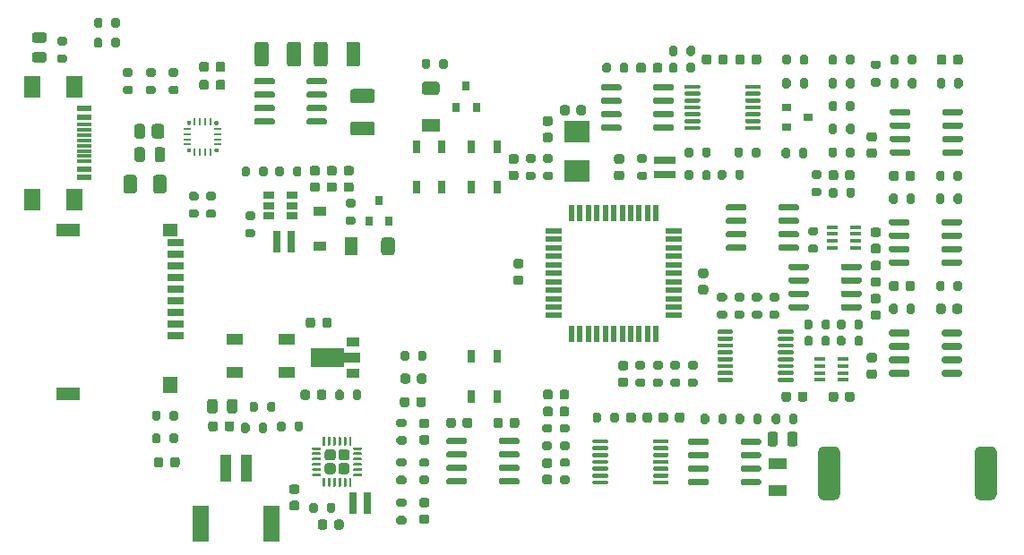
<source format=gbr>
G04 #@! TF.GenerationSoftware,KiCad,Pcbnew,5.99.0+really5.1.12+dfsg1-1*
G04 #@! TF.CreationDate,2022-02-16T15:30:31+08:00*
G04 #@! TF.ProjectId,PSLab,50534c61-622e-46b6-9963-61645f706362,v6.0-beta*
G04 #@! TF.SameCoordinates,Original*
G04 #@! TF.FileFunction,Paste,Top*
G04 #@! TF.FilePolarity,Positive*
%FSLAX46Y46*%
G04 Gerber Fmt 4.6, Leading zero omitted, Abs format (unit mm)*
G04 Created by KiCad (PCBNEW 5.99.0+really5.1.12+dfsg1-1) date 2022-02-16 15:30:31*
%MOMM*%
%LPD*%
G01*
G04 APERTURE LIST*
%ADD10R,1.400000X1.200000*%
%ADD11R,2.200000X1.200000*%
%ADD12R,1.400000X1.600000*%
%ADD13R,1.600000X0.700000*%
%ADD14R,2.400000X2.000000*%
%ADD15R,0.800000X1.200000*%
%ADD16R,1.060000X0.400000*%
%ADD17R,1.500000X3.400000*%
%ADD18R,1.000000X2.600000*%
%ADD19R,1.500000X2.020000*%
%ADD20R,1.450000X0.600000*%
%ADD21R,1.450000X0.300000*%
%ADD22R,2.000000X0.650000*%
%ADD23O,0.700000X0.200000*%
%ADD24O,0.200000X0.700000*%
%ADD25R,0.100000X0.100000*%
%ADD26R,0.650000X2.000000*%
%ADD27C,0.100000*%
%ADD28R,1.300000X0.900000*%
%ADD29R,1.060000X0.650000*%
%ADD30R,1.200000X0.900000*%
%ADD31R,1.500000X1.000000*%
%ADD32R,1.500000X0.550000*%
%ADD33R,0.550000X1.500000*%
%ADD34R,0.800000X0.900000*%
%ADD35R,0.900000X0.800000*%
%ADD36R,1.300000X1.700000*%
%ADD37R,1.700000X1.300000*%
%ADD38R,1.800000X1.000000*%
G04 APERTURE END LIST*
G36*
G01*
X131125000Y-92975001D02*
X131125000Y-92424999D01*
G75*
G02*
X131374999Y-92175000I249999J0D01*
G01*
X131925001Y-92175000D01*
G75*
G02*
X132175000Y-92424999I0J-249999D01*
G01*
X132175000Y-92975001D01*
G75*
G02*
X131925001Y-93225000I-249999J0D01*
G01*
X131374999Y-93225000D01*
G75*
G02*
X131125000Y-92975001I0J249999D01*
G01*
G37*
G36*
G01*
X131125000Y-91675001D02*
X131125000Y-91124999D01*
G75*
G02*
X131374999Y-90875000I249999J0D01*
G01*
X131925001Y-90875000D01*
G75*
G02*
X132175000Y-91124999I0J-249999D01*
G01*
X132175000Y-91675001D01*
G75*
G02*
X131925001Y-91925000I-249999J0D01*
G01*
X131374999Y-91925000D01*
G75*
G02*
X131125000Y-91675001I0J249999D01*
G01*
G37*
G36*
G01*
X129825000Y-92975001D02*
X129825000Y-92424999D01*
G75*
G02*
X130074999Y-92175000I249999J0D01*
G01*
X130625001Y-92175000D01*
G75*
G02*
X130875000Y-92424999I0J-249999D01*
G01*
X130875000Y-92975001D01*
G75*
G02*
X130625001Y-93225000I-249999J0D01*
G01*
X130074999Y-93225000D01*
G75*
G02*
X129825000Y-92975001I0J249999D01*
G01*
G37*
G36*
G01*
X129825000Y-91675001D02*
X129825000Y-91124999D01*
G75*
G02*
X130074999Y-90875000I249999J0D01*
G01*
X130625001Y-90875000D01*
G75*
G02*
X130875000Y-91124999I0J-249999D01*
G01*
X130875000Y-91675001D01*
G75*
G02*
X130625001Y-91925000I-249999J0D01*
G01*
X130074999Y-91925000D01*
G75*
G02*
X129825000Y-91675001I0J249999D01*
G01*
G37*
G36*
G01*
X129625000Y-90462500D02*
X129625000Y-89762500D01*
G75*
G02*
X129687500Y-89700000I62500J0D01*
G01*
X129812500Y-89700000D01*
G75*
G02*
X129875000Y-89762500I0J-62500D01*
G01*
X129875000Y-90462500D01*
G75*
G02*
X129812500Y-90525000I-62500J0D01*
G01*
X129687500Y-90525000D01*
G75*
G02*
X129625000Y-90462500I0J62500D01*
G01*
G37*
G36*
G01*
X130125000Y-90462500D02*
X130125000Y-89762500D01*
G75*
G02*
X130187500Y-89700000I62500J0D01*
G01*
X130312500Y-89700000D01*
G75*
G02*
X130375000Y-89762500I0J-62500D01*
G01*
X130375000Y-90462500D01*
G75*
G02*
X130312500Y-90525000I-62500J0D01*
G01*
X130187500Y-90525000D01*
G75*
G02*
X130125000Y-90462500I0J62500D01*
G01*
G37*
G36*
G01*
X130625000Y-90462500D02*
X130625000Y-89762500D01*
G75*
G02*
X130687500Y-89700000I62500J0D01*
G01*
X130812500Y-89700000D01*
G75*
G02*
X130875000Y-89762500I0J-62500D01*
G01*
X130875000Y-90462500D01*
G75*
G02*
X130812500Y-90525000I-62500J0D01*
G01*
X130687500Y-90525000D01*
G75*
G02*
X130625000Y-90462500I0J62500D01*
G01*
G37*
G36*
G01*
X131125000Y-90462500D02*
X131125000Y-89762500D01*
G75*
G02*
X131187500Y-89700000I62500J0D01*
G01*
X131312500Y-89700000D01*
G75*
G02*
X131375000Y-89762500I0J-62500D01*
G01*
X131375000Y-90462500D01*
G75*
G02*
X131312500Y-90525000I-62500J0D01*
G01*
X131187500Y-90525000D01*
G75*
G02*
X131125000Y-90462500I0J62500D01*
G01*
G37*
G36*
G01*
X131625000Y-90462500D02*
X131625000Y-89762500D01*
G75*
G02*
X131687500Y-89700000I62500J0D01*
G01*
X131812500Y-89700000D01*
G75*
G02*
X131875000Y-89762500I0J-62500D01*
G01*
X131875000Y-90462500D01*
G75*
G02*
X131812500Y-90525000I-62500J0D01*
G01*
X131687500Y-90525000D01*
G75*
G02*
X131625000Y-90462500I0J62500D01*
G01*
G37*
G36*
G01*
X132125000Y-90462500D02*
X132125000Y-89762500D01*
G75*
G02*
X132187500Y-89700000I62500J0D01*
G01*
X132312500Y-89700000D01*
G75*
G02*
X132375000Y-89762500I0J-62500D01*
G01*
X132375000Y-90462500D01*
G75*
G02*
X132312500Y-90525000I-62500J0D01*
G01*
X132187500Y-90525000D01*
G75*
G02*
X132125000Y-90462500I0J62500D01*
G01*
G37*
G36*
G01*
X132525000Y-90862500D02*
X132525000Y-90737500D01*
G75*
G02*
X132587500Y-90675000I62500J0D01*
G01*
X133287500Y-90675000D01*
G75*
G02*
X133350000Y-90737500I0J-62500D01*
G01*
X133350000Y-90862500D01*
G75*
G02*
X133287500Y-90925000I-62500J0D01*
G01*
X132587500Y-90925000D01*
G75*
G02*
X132525000Y-90862500I0J62500D01*
G01*
G37*
G36*
G01*
X132525000Y-91362500D02*
X132525000Y-91237500D01*
G75*
G02*
X132587500Y-91175000I62500J0D01*
G01*
X133287500Y-91175000D01*
G75*
G02*
X133350000Y-91237500I0J-62500D01*
G01*
X133350000Y-91362500D01*
G75*
G02*
X133287500Y-91425000I-62500J0D01*
G01*
X132587500Y-91425000D01*
G75*
G02*
X132525000Y-91362500I0J62500D01*
G01*
G37*
G36*
G01*
X132525000Y-91862500D02*
X132525000Y-91737500D01*
G75*
G02*
X132587500Y-91675000I62500J0D01*
G01*
X133287500Y-91675000D01*
G75*
G02*
X133350000Y-91737500I0J-62500D01*
G01*
X133350000Y-91862500D01*
G75*
G02*
X133287500Y-91925000I-62500J0D01*
G01*
X132587500Y-91925000D01*
G75*
G02*
X132525000Y-91862500I0J62500D01*
G01*
G37*
G36*
G01*
X132525000Y-92362500D02*
X132525000Y-92237500D01*
G75*
G02*
X132587500Y-92175000I62500J0D01*
G01*
X133287500Y-92175000D01*
G75*
G02*
X133350000Y-92237500I0J-62500D01*
G01*
X133350000Y-92362500D01*
G75*
G02*
X133287500Y-92425000I-62500J0D01*
G01*
X132587500Y-92425000D01*
G75*
G02*
X132525000Y-92362500I0J62500D01*
G01*
G37*
G36*
G01*
X132525000Y-92862500D02*
X132525000Y-92737500D01*
G75*
G02*
X132587500Y-92675000I62500J0D01*
G01*
X133287500Y-92675000D01*
G75*
G02*
X133350000Y-92737500I0J-62500D01*
G01*
X133350000Y-92862500D01*
G75*
G02*
X133287500Y-92925000I-62500J0D01*
G01*
X132587500Y-92925000D01*
G75*
G02*
X132525000Y-92862500I0J62500D01*
G01*
G37*
G36*
G01*
X132525000Y-93362500D02*
X132525000Y-93237500D01*
G75*
G02*
X132587500Y-93175000I62500J0D01*
G01*
X133287500Y-93175000D01*
G75*
G02*
X133350000Y-93237500I0J-62500D01*
G01*
X133350000Y-93362500D01*
G75*
G02*
X133287500Y-93425000I-62500J0D01*
G01*
X132587500Y-93425000D01*
G75*
G02*
X132525000Y-93362500I0J62500D01*
G01*
G37*
G36*
G01*
X132125000Y-94337500D02*
X132125000Y-93637500D01*
G75*
G02*
X132187500Y-93575000I62500J0D01*
G01*
X132312500Y-93575000D01*
G75*
G02*
X132375000Y-93637500I0J-62500D01*
G01*
X132375000Y-94337500D01*
G75*
G02*
X132312500Y-94400000I-62500J0D01*
G01*
X132187500Y-94400000D01*
G75*
G02*
X132125000Y-94337500I0J62500D01*
G01*
G37*
G36*
G01*
X131625000Y-94337500D02*
X131625000Y-93637500D01*
G75*
G02*
X131687500Y-93575000I62500J0D01*
G01*
X131812500Y-93575000D01*
G75*
G02*
X131875000Y-93637500I0J-62500D01*
G01*
X131875000Y-94337500D01*
G75*
G02*
X131812500Y-94400000I-62500J0D01*
G01*
X131687500Y-94400000D01*
G75*
G02*
X131625000Y-94337500I0J62500D01*
G01*
G37*
G36*
G01*
X131125000Y-94337500D02*
X131125000Y-93637500D01*
G75*
G02*
X131187500Y-93575000I62500J0D01*
G01*
X131312500Y-93575000D01*
G75*
G02*
X131375000Y-93637500I0J-62500D01*
G01*
X131375000Y-94337500D01*
G75*
G02*
X131312500Y-94400000I-62500J0D01*
G01*
X131187500Y-94400000D01*
G75*
G02*
X131125000Y-94337500I0J62500D01*
G01*
G37*
G36*
G01*
X130625000Y-94337500D02*
X130625000Y-93637500D01*
G75*
G02*
X130687500Y-93575000I62500J0D01*
G01*
X130812500Y-93575000D01*
G75*
G02*
X130875000Y-93637500I0J-62500D01*
G01*
X130875000Y-94337500D01*
G75*
G02*
X130812500Y-94400000I-62500J0D01*
G01*
X130687500Y-94400000D01*
G75*
G02*
X130625000Y-94337500I0J62500D01*
G01*
G37*
G36*
G01*
X130125000Y-94337500D02*
X130125000Y-93637500D01*
G75*
G02*
X130187500Y-93575000I62500J0D01*
G01*
X130312500Y-93575000D01*
G75*
G02*
X130375000Y-93637500I0J-62500D01*
G01*
X130375000Y-94337500D01*
G75*
G02*
X130312500Y-94400000I-62500J0D01*
G01*
X130187500Y-94400000D01*
G75*
G02*
X130125000Y-94337500I0J62500D01*
G01*
G37*
G36*
G01*
X129625000Y-94337500D02*
X129625000Y-93637500D01*
G75*
G02*
X129687500Y-93575000I62500J0D01*
G01*
X129812500Y-93575000D01*
G75*
G02*
X129875000Y-93637500I0J-62500D01*
G01*
X129875000Y-94337500D01*
G75*
G02*
X129812500Y-94400000I-62500J0D01*
G01*
X129687500Y-94400000D01*
G75*
G02*
X129625000Y-94337500I0J62500D01*
G01*
G37*
G36*
G01*
X128650000Y-93362500D02*
X128650000Y-93237500D01*
G75*
G02*
X128712500Y-93175000I62500J0D01*
G01*
X129412500Y-93175000D01*
G75*
G02*
X129475000Y-93237500I0J-62500D01*
G01*
X129475000Y-93362500D01*
G75*
G02*
X129412500Y-93425000I-62500J0D01*
G01*
X128712500Y-93425000D01*
G75*
G02*
X128650000Y-93362500I0J62500D01*
G01*
G37*
G36*
G01*
X128650000Y-92862500D02*
X128650000Y-92737500D01*
G75*
G02*
X128712500Y-92675000I62500J0D01*
G01*
X129412500Y-92675000D01*
G75*
G02*
X129475000Y-92737500I0J-62500D01*
G01*
X129475000Y-92862500D01*
G75*
G02*
X129412500Y-92925000I-62500J0D01*
G01*
X128712500Y-92925000D01*
G75*
G02*
X128650000Y-92862500I0J62500D01*
G01*
G37*
G36*
G01*
X128650000Y-92362500D02*
X128650000Y-92237500D01*
G75*
G02*
X128712500Y-92175000I62500J0D01*
G01*
X129412500Y-92175000D01*
G75*
G02*
X129475000Y-92237500I0J-62500D01*
G01*
X129475000Y-92362500D01*
G75*
G02*
X129412500Y-92425000I-62500J0D01*
G01*
X128712500Y-92425000D01*
G75*
G02*
X128650000Y-92362500I0J62500D01*
G01*
G37*
G36*
G01*
X128650000Y-91862500D02*
X128650000Y-91737500D01*
G75*
G02*
X128712500Y-91675000I62500J0D01*
G01*
X129412500Y-91675000D01*
G75*
G02*
X129475000Y-91737500I0J-62500D01*
G01*
X129475000Y-91862500D01*
G75*
G02*
X129412500Y-91925000I-62500J0D01*
G01*
X128712500Y-91925000D01*
G75*
G02*
X128650000Y-91862500I0J62500D01*
G01*
G37*
G36*
G01*
X128650000Y-91362500D02*
X128650000Y-91237500D01*
G75*
G02*
X128712500Y-91175000I62500J0D01*
G01*
X129412500Y-91175000D01*
G75*
G02*
X129475000Y-91237500I0J-62500D01*
G01*
X129475000Y-91362500D01*
G75*
G02*
X129412500Y-91425000I-62500J0D01*
G01*
X128712500Y-91425000D01*
G75*
G02*
X128650000Y-91362500I0J62500D01*
G01*
G37*
G36*
G01*
X128650000Y-90862500D02*
X128650000Y-90737500D01*
G75*
G02*
X128712500Y-90675000I62500J0D01*
G01*
X129412500Y-90675000D01*
G75*
G02*
X129475000Y-90737500I0J-62500D01*
G01*
X129475000Y-90862500D01*
G75*
G02*
X129412500Y-90925000I-62500J0D01*
G01*
X128712500Y-90925000D01*
G75*
G02*
X128650000Y-90862500I0J62500D01*
G01*
G37*
G36*
G01*
X126975000Y-88975000D02*
X126975000Y-88425000D01*
G75*
G02*
X127175000Y-88225000I200000J0D01*
G01*
X127575000Y-88225000D01*
G75*
G02*
X127775000Y-88425000I0J-200000D01*
G01*
X127775000Y-88975000D01*
G75*
G02*
X127575000Y-89175000I-200000J0D01*
G01*
X127175000Y-89175000D01*
G75*
G02*
X126975000Y-88975000I0J200000D01*
G01*
G37*
G36*
G01*
X125325000Y-88975000D02*
X125325000Y-88425000D01*
G75*
G02*
X125525000Y-88225000I200000J0D01*
G01*
X125925000Y-88225000D01*
G75*
G02*
X126125000Y-88425000I0J-200000D01*
G01*
X126125000Y-88975000D01*
G75*
G02*
X125925000Y-89175000I-200000J0D01*
G01*
X125525000Y-89175000D01*
G75*
G02*
X125325000Y-88975000I0J200000D01*
G01*
G37*
G36*
G01*
X122725000Y-88575000D02*
X122725000Y-89125000D01*
G75*
G02*
X122525000Y-89325000I-200000J0D01*
G01*
X122125000Y-89325000D01*
G75*
G02*
X121925000Y-89125000I0J200000D01*
G01*
X121925000Y-88575000D01*
G75*
G02*
X122125000Y-88375000I200000J0D01*
G01*
X122525000Y-88375000D01*
G75*
G02*
X122725000Y-88575000I0J-200000D01*
G01*
G37*
G36*
G01*
X124375000Y-88575000D02*
X124375000Y-89125000D01*
G75*
G02*
X124175000Y-89325000I-200000J0D01*
G01*
X123775000Y-89325000D01*
G75*
G02*
X123575000Y-89125000I0J200000D01*
G01*
X123575000Y-88575000D01*
G75*
G02*
X123775000Y-88375000I200000J0D01*
G01*
X124175000Y-88375000D01*
G75*
G02*
X124375000Y-88575000I0J-200000D01*
G01*
G37*
D10*
X115200000Y-70150000D03*
D11*
X105600000Y-85650000D03*
X105600000Y-70150000D03*
D12*
X115200000Y-84750000D03*
D13*
X115700000Y-71350000D03*
X115700000Y-72450000D03*
X115700000Y-73550000D03*
X115700000Y-74650000D03*
X115700000Y-75750000D03*
X115700000Y-76850000D03*
X115700000Y-77950000D03*
X115700000Y-79050000D03*
X115700000Y-80150000D03*
G36*
G01*
X134325002Y-58125000D02*
X132474998Y-58125000D01*
G75*
G02*
X132225000Y-57875002I0J249998D01*
G01*
X132225000Y-57049998D01*
G75*
G02*
X132474998Y-56800000I249998J0D01*
G01*
X134325002Y-56800000D01*
G75*
G02*
X134575000Y-57049998I0J-249998D01*
G01*
X134575000Y-57875002D01*
G75*
G02*
X134325002Y-58125000I-249998J0D01*
G01*
G37*
G36*
G01*
X134325002Y-61200000D02*
X132474998Y-61200000D01*
G75*
G02*
X132225000Y-60950002I0J249998D01*
G01*
X132225000Y-60124998D01*
G75*
G02*
X132474998Y-59875000I249998J0D01*
G01*
X134325002Y-59875000D01*
G75*
G02*
X134575000Y-60124998I0J-249998D01*
G01*
X134575000Y-60950002D01*
G75*
G02*
X134325002Y-61200000I-249998J0D01*
G01*
G37*
D14*
X153700000Y-64550000D03*
X153700000Y-60850000D03*
G36*
G01*
X120600000Y-87256250D02*
X120600000Y-86343750D01*
G75*
G02*
X120843750Y-86100000I243750J0D01*
G01*
X121331250Y-86100000D01*
G75*
G02*
X121575000Y-86343750I0J-243750D01*
G01*
X121575000Y-87256250D01*
G75*
G02*
X121331250Y-87500000I-243750J0D01*
G01*
X120843750Y-87500000D01*
G75*
G02*
X120600000Y-87256250I0J243750D01*
G01*
G37*
G36*
G01*
X118725000Y-87256250D02*
X118725000Y-86343750D01*
G75*
G02*
X118968750Y-86100000I243750J0D01*
G01*
X119456250Y-86100000D01*
G75*
G02*
X119700000Y-86343750I0J-243750D01*
G01*
X119700000Y-87256250D01*
G75*
G02*
X119456250Y-87500000I-243750J0D01*
G01*
X118968750Y-87500000D01*
G75*
G02*
X118725000Y-87256250I0J243750D01*
G01*
G37*
G36*
G01*
X124375000Y-87125000D02*
X124375000Y-86575000D01*
G75*
G02*
X124575000Y-86375000I200000J0D01*
G01*
X124975000Y-86375000D01*
G75*
G02*
X125175000Y-86575000I0J-200000D01*
G01*
X125175000Y-87125000D01*
G75*
G02*
X124975000Y-87325000I-200000J0D01*
G01*
X124575000Y-87325000D01*
G75*
G02*
X124375000Y-87125000I0J200000D01*
G01*
G37*
G36*
G01*
X122725000Y-87125000D02*
X122725000Y-86575000D01*
G75*
G02*
X122925000Y-86375000I200000J0D01*
G01*
X123325000Y-86375000D01*
G75*
G02*
X123525000Y-86575000I0J-200000D01*
G01*
X123525000Y-87125000D01*
G75*
G02*
X123325000Y-87325000I-200000J0D01*
G01*
X122925000Y-87325000D01*
G75*
G02*
X122725000Y-87125000I0J200000D01*
G01*
G37*
G36*
G01*
X132350000Y-64975000D02*
X131850000Y-64975000D01*
G75*
G02*
X131625000Y-64750000I0J225000D01*
G01*
X131625000Y-64300000D01*
G75*
G02*
X131850000Y-64075000I225000J0D01*
G01*
X132350000Y-64075000D01*
G75*
G02*
X132575000Y-64300000I0J-225000D01*
G01*
X132575000Y-64750000D01*
G75*
G02*
X132350000Y-64975000I-225000J0D01*
G01*
G37*
G36*
G01*
X132350000Y-66525000D02*
X131850000Y-66525000D01*
G75*
G02*
X131625000Y-66300000I0J225000D01*
G01*
X131625000Y-65850000D01*
G75*
G02*
X131850000Y-65625000I225000J0D01*
G01*
X132350000Y-65625000D01*
G75*
G02*
X132575000Y-65850000I0J-225000D01*
G01*
X132575000Y-66300000D01*
G75*
G02*
X132350000Y-66525000I-225000J0D01*
G01*
G37*
G36*
G01*
X130750000Y-64975000D02*
X130250000Y-64975000D01*
G75*
G02*
X130025000Y-64750000I0J225000D01*
G01*
X130025000Y-64300000D01*
G75*
G02*
X130250000Y-64075000I225000J0D01*
G01*
X130750000Y-64075000D01*
G75*
G02*
X130975000Y-64300000I0J-225000D01*
G01*
X130975000Y-64750000D01*
G75*
G02*
X130750000Y-64975000I-225000J0D01*
G01*
G37*
G36*
G01*
X130750000Y-66525000D02*
X130250000Y-66525000D01*
G75*
G02*
X130025000Y-66300000I0J225000D01*
G01*
X130025000Y-65850000D01*
G75*
G02*
X130250000Y-65625000I225000J0D01*
G01*
X130750000Y-65625000D01*
G75*
G02*
X130975000Y-65850000I0J-225000D01*
G01*
X130975000Y-66300000D01*
G75*
G02*
X130750000Y-66525000I-225000J0D01*
G01*
G37*
G36*
G01*
X129150000Y-64975000D02*
X128650000Y-64975000D01*
G75*
G02*
X128425000Y-64750000I0J225000D01*
G01*
X128425000Y-64300000D01*
G75*
G02*
X128650000Y-64075000I225000J0D01*
G01*
X129150000Y-64075000D01*
G75*
G02*
X129375000Y-64300000I0J-225000D01*
G01*
X129375000Y-64750000D01*
G75*
G02*
X129150000Y-64975000I-225000J0D01*
G01*
G37*
G36*
G01*
X129150000Y-66525000D02*
X128650000Y-66525000D01*
G75*
G02*
X128425000Y-66300000I0J225000D01*
G01*
X128425000Y-65850000D01*
G75*
G02*
X128650000Y-65625000I225000J0D01*
G01*
X129150000Y-65625000D01*
G75*
G02*
X129375000Y-65850000I0J-225000D01*
G01*
X129375000Y-66300000D01*
G75*
G02*
X129150000Y-66525000I-225000J0D01*
G01*
G37*
G36*
G01*
X130125000Y-52574997D02*
X130125000Y-54425003D01*
G75*
G02*
X129875003Y-54675000I-249997J0D01*
G01*
X129049997Y-54675000D01*
G75*
G02*
X128800000Y-54425003I0J249997D01*
G01*
X128800000Y-52574997D01*
G75*
G02*
X129049997Y-52325000I249997J0D01*
G01*
X129875003Y-52325000D01*
G75*
G02*
X130125000Y-52574997I0J-249997D01*
G01*
G37*
G36*
G01*
X133200000Y-52574997D02*
X133200000Y-54425003D01*
G75*
G02*
X132950003Y-54675000I-249997J0D01*
G01*
X132124997Y-54675000D01*
G75*
G02*
X131875000Y-54425003I0J249997D01*
G01*
X131875000Y-52574997D01*
G75*
G02*
X132124997Y-52325000I249997J0D01*
G01*
X132950003Y-52325000D01*
G75*
G02*
X133200000Y-52574997I0J-249997D01*
G01*
G37*
G36*
G01*
X170325000Y-88275000D02*
X170325000Y-87725000D01*
G75*
G02*
X170525000Y-87525000I200000J0D01*
G01*
X170925000Y-87525000D01*
G75*
G02*
X171125000Y-87725000I0J-200000D01*
G01*
X171125000Y-88275000D01*
G75*
G02*
X170925000Y-88475000I-200000J0D01*
G01*
X170525000Y-88475000D01*
G75*
G02*
X170325000Y-88275000I0J200000D01*
G01*
G37*
G36*
G01*
X168675000Y-88275000D02*
X168675000Y-87725000D01*
G75*
G02*
X168875000Y-87525000I200000J0D01*
G01*
X169275000Y-87525000D01*
G75*
G02*
X169475000Y-87725000I0J-200000D01*
G01*
X169475000Y-88275000D01*
G75*
G02*
X169275000Y-88475000I-200000J0D01*
G01*
X168875000Y-88475000D01*
G75*
G02*
X168675000Y-88275000I0J200000D01*
G01*
G37*
G36*
G01*
X167025000Y-88275000D02*
X167025000Y-87725000D01*
G75*
G02*
X167225000Y-87525000I200000J0D01*
G01*
X167625000Y-87525000D01*
G75*
G02*
X167825000Y-87725000I0J-200000D01*
G01*
X167825000Y-88275000D01*
G75*
G02*
X167625000Y-88475000I-200000J0D01*
G01*
X167225000Y-88475000D01*
G75*
G02*
X167025000Y-88275000I0J200000D01*
G01*
G37*
G36*
G01*
X165375000Y-88275000D02*
X165375000Y-87725000D01*
G75*
G02*
X165575000Y-87525000I200000J0D01*
G01*
X165975000Y-87525000D01*
G75*
G02*
X166175000Y-87725000I0J-200000D01*
G01*
X166175000Y-88275000D01*
G75*
G02*
X165975000Y-88475000I-200000J0D01*
G01*
X165575000Y-88475000D01*
G75*
G02*
X165375000Y-88275000I0J200000D01*
G01*
G37*
D15*
X146100000Y-82098000D03*
X143700000Y-82098000D03*
X143700000Y-85898000D03*
X146100000Y-85898000D03*
X146100000Y-62300000D03*
X143700000Y-62300000D03*
X143700000Y-66100000D03*
X146100000Y-66100000D03*
X140900000Y-62300000D03*
X138500000Y-62300000D03*
X138500000Y-66100000D03*
X140900000Y-66100000D03*
G36*
G01*
X172650000Y-89443750D02*
X172650000Y-90356250D01*
G75*
G02*
X172406250Y-90600000I-243750J0D01*
G01*
X171918750Y-90600000D01*
G75*
G02*
X171675000Y-90356250I0J243750D01*
G01*
X171675000Y-89443750D01*
G75*
G02*
X171918750Y-89200000I243750J0D01*
G01*
X172406250Y-89200000D01*
G75*
G02*
X172650000Y-89443750I0J-243750D01*
G01*
G37*
G36*
G01*
X174525000Y-89443750D02*
X174525000Y-90356250D01*
G75*
G02*
X174281250Y-90600000I-243750J0D01*
G01*
X173793750Y-90600000D01*
G75*
G02*
X173550000Y-90356250I0J243750D01*
G01*
X173550000Y-89443750D01*
G75*
G02*
X173793750Y-89200000I243750J0D01*
G01*
X174281250Y-89200000D01*
G75*
G02*
X174525000Y-89443750I0J-243750D01*
G01*
G37*
G36*
G01*
X168415000Y-84205000D02*
X168415000Y-84405000D01*
G75*
G02*
X168315000Y-84505000I-100000J0D01*
G01*
X167040000Y-84505000D01*
G75*
G02*
X166940000Y-84405000I0J100000D01*
G01*
X166940000Y-84205000D01*
G75*
G02*
X167040000Y-84105000I100000J0D01*
G01*
X168315000Y-84105000D01*
G75*
G02*
X168415000Y-84205000I0J-100000D01*
G01*
G37*
G36*
G01*
X168415000Y-83555000D02*
X168415000Y-83755000D01*
G75*
G02*
X168315000Y-83855000I-100000J0D01*
G01*
X167040000Y-83855000D01*
G75*
G02*
X166940000Y-83755000I0J100000D01*
G01*
X166940000Y-83555000D01*
G75*
G02*
X167040000Y-83455000I100000J0D01*
G01*
X168315000Y-83455000D01*
G75*
G02*
X168415000Y-83555000I0J-100000D01*
G01*
G37*
G36*
G01*
X168415000Y-82905000D02*
X168415000Y-83105000D01*
G75*
G02*
X168315000Y-83205000I-100000J0D01*
G01*
X167040000Y-83205000D01*
G75*
G02*
X166940000Y-83105000I0J100000D01*
G01*
X166940000Y-82905000D01*
G75*
G02*
X167040000Y-82805000I100000J0D01*
G01*
X168315000Y-82805000D01*
G75*
G02*
X168415000Y-82905000I0J-100000D01*
G01*
G37*
G36*
G01*
X168415000Y-82255000D02*
X168415000Y-82455000D01*
G75*
G02*
X168315000Y-82555000I-100000J0D01*
G01*
X167040000Y-82555000D01*
G75*
G02*
X166940000Y-82455000I0J100000D01*
G01*
X166940000Y-82255000D01*
G75*
G02*
X167040000Y-82155000I100000J0D01*
G01*
X168315000Y-82155000D01*
G75*
G02*
X168415000Y-82255000I0J-100000D01*
G01*
G37*
G36*
G01*
X168415000Y-81605000D02*
X168415000Y-81805000D01*
G75*
G02*
X168315000Y-81905000I-100000J0D01*
G01*
X167040000Y-81905000D01*
G75*
G02*
X166940000Y-81805000I0J100000D01*
G01*
X166940000Y-81605000D01*
G75*
G02*
X167040000Y-81505000I100000J0D01*
G01*
X168315000Y-81505000D01*
G75*
G02*
X168415000Y-81605000I0J-100000D01*
G01*
G37*
G36*
G01*
X168415000Y-80955000D02*
X168415000Y-81155000D01*
G75*
G02*
X168315000Y-81255000I-100000J0D01*
G01*
X167040000Y-81255000D01*
G75*
G02*
X166940000Y-81155000I0J100000D01*
G01*
X166940000Y-80955000D01*
G75*
G02*
X167040000Y-80855000I100000J0D01*
G01*
X168315000Y-80855000D01*
G75*
G02*
X168415000Y-80955000I0J-100000D01*
G01*
G37*
G36*
G01*
X168415000Y-80305000D02*
X168415000Y-80505000D01*
G75*
G02*
X168315000Y-80605000I-100000J0D01*
G01*
X167040000Y-80605000D01*
G75*
G02*
X166940000Y-80505000I0J100000D01*
G01*
X166940000Y-80305000D01*
G75*
G02*
X167040000Y-80205000I100000J0D01*
G01*
X168315000Y-80205000D01*
G75*
G02*
X168415000Y-80305000I0J-100000D01*
G01*
G37*
G36*
G01*
X168415000Y-79655000D02*
X168415000Y-79855000D01*
G75*
G02*
X168315000Y-79955000I-100000J0D01*
G01*
X167040000Y-79955000D01*
G75*
G02*
X166940000Y-79855000I0J100000D01*
G01*
X166940000Y-79655000D01*
G75*
G02*
X167040000Y-79555000I100000J0D01*
G01*
X168315000Y-79555000D01*
G75*
G02*
X168415000Y-79655000I0J-100000D01*
G01*
G37*
G36*
G01*
X174140000Y-79655000D02*
X174140000Y-79855000D01*
G75*
G02*
X174040000Y-79955000I-100000J0D01*
G01*
X172765000Y-79955000D01*
G75*
G02*
X172665000Y-79855000I0J100000D01*
G01*
X172665000Y-79655000D01*
G75*
G02*
X172765000Y-79555000I100000J0D01*
G01*
X174040000Y-79555000D01*
G75*
G02*
X174140000Y-79655000I0J-100000D01*
G01*
G37*
G36*
G01*
X174140000Y-80305000D02*
X174140000Y-80505000D01*
G75*
G02*
X174040000Y-80605000I-100000J0D01*
G01*
X172765000Y-80605000D01*
G75*
G02*
X172665000Y-80505000I0J100000D01*
G01*
X172665000Y-80305000D01*
G75*
G02*
X172765000Y-80205000I100000J0D01*
G01*
X174040000Y-80205000D01*
G75*
G02*
X174140000Y-80305000I0J-100000D01*
G01*
G37*
G36*
G01*
X174140000Y-80955000D02*
X174140000Y-81155000D01*
G75*
G02*
X174040000Y-81255000I-100000J0D01*
G01*
X172765000Y-81255000D01*
G75*
G02*
X172665000Y-81155000I0J100000D01*
G01*
X172665000Y-80955000D01*
G75*
G02*
X172765000Y-80855000I100000J0D01*
G01*
X174040000Y-80855000D01*
G75*
G02*
X174140000Y-80955000I0J-100000D01*
G01*
G37*
G36*
G01*
X174140000Y-81605000D02*
X174140000Y-81805000D01*
G75*
G02*
X174040000Y-81905000I-100000J0D01*
G01*
X172765000Y-81905000D01*
G75*
G02*
X172665000Y-81805000I0J100000D01*
G01*
X172665000Y-81605000D01*
G75*
G02*
X172765000Y-81505000I100000J0D01*
G01*
X174040000Y-81505000D01*
G75*
G02*
X174140000Y-81605000I0J-100000D01*
G01*
G37*
G36*
G01*
X174140000Y-82255000D02*
X174140000Y-82455000D01*
G75*
G02*
X174040000Y-82555000I-100000J0D01*
G01*
X172765000Y-82555000D01*
G75*
G02*
X172665000Y-82455000I0J100000D01*
G01*
X172665000Y-82255000D01*
G75*
G02*
X172765000Y-82155000I100000J0D01*
G01*
X174040000Y-82155000D01*
G75*
G02*
X174140000Y-82255000I0J-100000D01*
G01*
G37*
G36*
G01*
X174140000Y-82905000D02*
X174140000Y-83105000D01*
G75*
G02*
X174040000Y-83205000I-100000J0D01*
G01*
X172765000Y-83205000D01*
G75*
G02*
X172665000Y-83105000I0J100000D01*
G01*
X172665000Y-82905000D01*
G75*
G02*
X172765000Y-82805000I100000J0D01*
G01*
X174040000Y-82805000D01*
G75*
G02*
X174140000Y-82905000I0J-100000D01*
G01*
G37*
G36*
G01*
X174140000Y-83555000D02*
X174140000Y-83755000D01*
G75*
G02*
X174040000Y-83855000I-100000J0D01*
G01*
X172765000Y-83855000D01*
G75*
G02*
X172665000Y-83755000I0J100000D01*
G01*
X172665000Y-83555000D01*
G75*
G02*
X172765000Y-83455000I100000J0D01*
G01*
X174040000Y-83455000D01*
G75*
G02*
X174140000Y-83555000I0J-100000D01*
G01*
G37*
G36*
G01*
X174140000Y-84205000D02*
X174140000Y-84405000D01*
G75*
G02*
X174040000Y-84505000I-100000J0D01*
G01*
X172765000Y-84505000D01*
G75*
G02*
X172665000Y-84405000I0J100000D01*
G01*
X172665000Y-84205000D01*
G75*
G02*
X172765000Y-84105000I100000J0D01*
G01*
X174040000Y-84105000D01*
G75*
G02*
X174140000Y-84205000I0J-100000D01*
G01*
G37*
G36*
G01*
X160880000Y-56785000D02*
X160880000Y-56485000D01*
G75*
G02*
X161030000Y-56335000I150000J0D01*
G01*
X162680000Y-56335000D01*
G75*
G02*
X162830000Y-56485000I0J-150000D01*
G01*
X162830000Y-56785000D01*
G75*
G02*
X162680000Y-56935000I-150000J0D01*
G01*
X161030000Y-56935000D01*
G75*
G02*
X160880000Y-56785000I0J150000D01*
G01*
G37*
G36*
G01*
X160880000Y-58055000D02*
X160880000Y-57755000D01*
G75*
G02*
X161030000Y-57605000I150000J0D01*
G01*
X162680000Y-57605000D01*
G75*
G02*
X162830000Y-57755000I0J-150000D01*
G01*
X162830000Y-58055000D01*
G75*
G02*
X162680000Y-58205000I-150000J0D01*
G01*
X161030000Y-58205000D01*
G75*
G02*
X160880000Y-58055000I0J150000D01*
G01*
G37*
G36*
G01*
X160880000Y-59325000D02*
X160880000Y-59025000D01*
G75*
G02*
X161030000Y-58875000I150000J0D01*
G01*
X162680000Y-58875000D01*
G75*
G02*
X162830000Y-59025000I0J-150000D01*
G01*
X162830000Y-59325000D01*
G75*
G02*
X162680000Y-59475000I-150000J0D01*
G01*
X161030000Y-59475000D01*
G75*
G02*
X160880000Y-59325000I0J150000D01*
G01*
G37*
G36*
G01*
X160880000Y-60595000D02*
X160880000Y-60295000D01*
G75*
G02*
X161030000Y-60145000I150000J0D01*
G01*
X162680000Y-60145000D01*
G75*
G02*
X162830000Y-60295000I0J-150000D01*
G01*
X162830000Y-60595000D01*
G75*
G02*
X162680000Y-60745000I-150000J0D01*
G01*
X161030000Y-60745000D01*
G75*
G02*
X160880000Y-60595000I0J150000D01*
G01*
G37*
G36*
G01*
X155930000Y-60595000D02*
X155930000Y-60295000D01*
G75*
G02*
X156080000Y-60145000I150000J0D01*
G01*
X157730000Y-60145000D01*
G75*
G02*
X157880000Y-60295000I0J-150000D01*
G01*
X157880000Y-60595000D01*
G75*
G02*
X157730000Y-60745000I-150000J0D01*
G01*
X156080000Y-60745000D01*
G75*
G02*
X155930000Y-60595000I0J150000D01*
G01*
G37*
G36*
G01*
X155930000Y-59325000D02*
X155930000Y-59025000D01*
G75*
G02*
X156080000Y-58875000I150000J0D01*
G01*
X157730000Y-58875000D01*
G75*
G02*
X157880000Y-59025000I0J-150000D01*
G01*
X157880000Y-59325000D01*
G75*
G02*
X157730000Y-59475000I-150000J0D01*
G01*
X156080000Y-59475000D01*
G75*
G02*
X155930000Y-59325000I0J150000D01*
G01*
G37*
G36*
G01*
X155930000Y-58055000D02*
X155930000Y-57755000D01*
G75*
G02*
X156080000Y-57605000I150000J0D01*
G01*
X157730000Y-57605000D01*
G75*
G02*
X157880000Y-57755000I0J-150000D01*
G01*
X157880000Y-58055000D01*
G75*
G02*
X157730000Y-58205000I-150000J0D01*
G01*
X156080000Y-58205000D01*
G75*
G02*
X155930000Y-58055000I0J150000D01*
G01*
G37*
G36*
G01*
X155930000Y-56785000D02*
X155930000Y-56485000D01*
G75*
G02*
X156080000Y-56335000I150000J0D01*
G01*
X157730000Y-56335000D01*
G75*
G02*
X157880000Y-56485000I0J-150000D01*
G01*
X157880000Y-56785000D01*
G75*
G02*
X157730000Y-56935000I-150000J0D01*
G01*
X156080000Y-56935000D01*
G75*
G02*
X155930000Y-56785000I0J150000D01*
G01*
G37*
G36*
G01*
X172700000Y-68145000D02*
X172700000Y-67845000D01*
G75*
G02*
X172850000Y-67695000I150000J0D01*
G01*
X174500000Y-67695000D01*
G75*
G02*
X174650000Y-67845000I0J-150000D01*
G01*
X174650000Y-68145000D01*
G75*
G02*
X174500000Y-68295000I-150000J0D01*
G01*
X172850000Y-68295000D01*
G75*
G02*
X172700000Y-68145000I0J150000D01*
G01*
G37*
G36*
G01*
X172700000Y-69415000D02*
X172700000Y-69115000D01*
G75*
G02*
X172850000Y-68965000I150000J0D01*
G01*
X174500000Y-68965000D01*
G75*
G02*
X174650000Y-69115000I0J-150000D01*
G01*
X174650000Y-69415000D01*
G75*
G02*
X174500000Y-69565000I-150000J0D01*
G01*
X172850000Y-69565000D01*
G75*
G02*
X172700000Y-69415000I0J150000D01*
G01*
G37*
G36*
G01*
X172700000Y-70685000D02*
X172700000Y-70385000D01*
G75*
G02*
X172850000Y-70235000I150000J0D01*
G01*
X174500000Y-70235000D01*
G75*
G02*
X174650000Y-70385000I0J-150000D01*
G01*
X174650000Y-70685000D01*
G75*
G02*
X174500000Y-70835000I-150000J0D01*
G01*
X172850000Y-70835000D01*
G75*
G02*
X172700000Y-70685000I0J150000D01*
G01*
G37*
G36*
G01*
X172700000Y-71955000D02*
X172700000Y-71655000D01*
G75*
G02*
X172850000Y-71505000I150000J0D01*
G01*
X174500000Y-71505000D01*
G75*
G02*
X174650000Y-71655000I0J-150000D01*
G01*
X174650000Y-71955000D01*
G75*
G02*
X174500000Y-72105000I-150000J0D01*
G01*
X172850000Y-72105000D01*
G75*
G02*
X172700000Y-71955000I0J150000D01*
G01*
G37*
G36*
G01*
X167750000Y-71955000D02*
X167750000Y-71655000D01*
G75*
G02*
X167900000Y-71505000I150000J0D01*
G01*
X169550000Y-71505000D01*
G75*
G02*
X169700000Y-71655000I0J-150000D01*
G01*
X169700000Y-71955000D01*
G75*
G02*
X169550000Y-72105000I-150000J0D01*
G01*
X167900000Y-72105000D01*
G75*
G02*
X167750000Y-71955000I0J150000D01*
G01*
G37*
G36*
G01*
X167750000Y-70685000D02*
X167750000Y-70385000D01*
G75*
G02*
X167900000Y-70235000I150000J0D01*
G01*
X169550000Y-70235000D01*
G75*
G02*
X169700000Y-70385000I0J-150000D01*
G01*
X169700000Y-70685000D01*
G75*
G02*
X169550000Y-70835000I-150000J0D01*
G01*
X167900000Y-70835000D01*
G75*
G02*
X167750000Y-70685000I0J150000D01*
G01*
G37*
G36*
G01*
X167750000Y-69415000D02*
X167750000Y-69115000D01*
G75*
G02*
X167900000Y-68965000I150000J0D01*
G01*
X169550000Y-68965000D01*
G75*
G02*
X169700000Y-69115000I0J-150000D01*
G01*
X169700000Y-69415000D01*
G75*
G02*
X169550000Y-69565000I-150000J0D01*
G01*
X167900000Y-69565000D01*
G75*
G02*
X167750000Y-69415000I0J150000D01*
G01*
G37*
G36*
G01*
X167750000Y-68145000D02*
X167750000Y-67845000D01*
G75*
G02*
X167900000Y-67695000I150000J0D01*
G01*
X169550000Y-67695000D01*
G75*
G02*
X169700000Y-67845000I0J-150000D01*
G01*
X169700000Y-68145000D01*
G75*
G02*
X169550000Y-68295000I-150000J0D01*
G01*
X167900000Y-68295000D01*
G75*
G02*
X167750000Y-68145000I0J150000D01*
G01*
G37*
G36*
G01*
X178610000Y-73765000D02*
X178610000Y-73465000D01*
G75*
G02*
X178760000Y-73315000I150000J0D01*
G01*
X180410000Y-73315000D01*
G75*
G02*
X180560000Y-73465000I0J-150000D01*
G01*
X180560000Y-73765000D01*
G75*
G02*
X180410000Y-73915000I-150000J0D01*
G01*
X178760000Y-73915000D01*
G75*
G02*
X178610000Y-73765000I0J150000D01*
G01*
G37*
G36*
G01*
X178610000Y-75035000D02*
X178610000Y-74735000D01*
G75*
G02*
X178760000Y-74585000I150000J0D01*
G01*
X180410000Y-74585000D01*
G75*
G02*
X180560000Y-74735000I0J-150000D01*
G01*
X180560000Y-75035000D01*
G75*
G02*
X180410000Y-75185000I-150000J0D01*
G01*
X178760000Y-75185000D01*
G75*
G02*
X178610000Y-75035000I0J150000D01*
G01*
G37*
G36*
G01*
X178610000Y-76305000D02*
X178610000Y-76005000D01*
G75*
G02*
X178760000Y-75855000I150000J0D01*
G01*
X180410000Y-75855000D01*
G75*
G02*
X180560000Y-76005000I0J-150000D01*
G01*
X180560000Y-76305000D01*
G75*
G02*
X180410000Y-76455000I-150000J0D01*
G01*
X178760000Y-76455000D01*
G75*
G02*
X178610000Y-76305000I0J150000D01*
G01*
G37*
G36*
G01*
X178610000Y-77575000D02*
X178610000Y-77275000D01*
G75*
G02*
X178760000Y-77125000I150000J0D01*
G01*
X180410000Y-77125000D01*
G75*
G02*
X180560000Y-77275000I0J-150000D01*
G01*
X180560000Y-77575000D01*
G75*
G02*
X180410000Y-77725000I-150000J0D01*
G01*
X178760000Y-77725000D01*
G75*
G02*
X178610000Y-77575000I0J150000D01*
G01*
G37*
G36*
G01*
X173660000Y-77575000D02*
X173660000Y-77275000D01*
G75*
G02*
X173810000Y-77125000I150000J0D01*
G01*
X175460000Y-77125000D01*
G75*
G02*
X175610000Y-77275000I0J-150000D01*
G01*
X175610000Y-77575000D01*
G75*
G02*
X175460000Y-77725000I-150000J0D01*
G01*
X173810000Y-77725000D01*
G75*
G02*
X173660000Y-77575000I0J150000D01*
G01*
G37*
G36*
G01*
X173660000Y-76305000D02*
X173660000Y-76005000D01*
G75*
G02*
X173810000Y-75855000I150000J0D01*
G01*
X175460000Y-75855000D01*
G75*
G02*
X175610000Y-76005000I0J-150000D01*
G01*
X175610000Y-76305000D01*
G75*
G02*
X175460000Y-76455000I-150000J0D01*
G01*
X173810000Y-76455000D01*
G75*
G02*
X173660000Y-76305000I0J150000D01*
G01*
G37*
G36*
G01*
X173660000Y-75035000D02*
X173660000Y-74735000D01*
G75*
G02*
X173810000Y-74585000I150000J0D01*
G01*
X175460000Y-74585000D01*
G75*
G02*
X175610000Y-74735000I0J-150000D01*
G01*
X175610000Y-75035000D01*
G75*
G02*
X175460000Y-75185000I-150000J0D01*
G01*
X173810000Y-75185000D01*
G75*
G02*
X173660000Y-75035000I0J150000D01*
G01*
G37*
G36*
G01*
X173660000Y-73765000D02*
X173660000Y-73465000D01*
G75*
G02*
X173810000Y-73315000I150000J0D01*
G01*
X175460000Y-73315000D01*
G75*
G02*
X175610000Y-73465000I0J-150000D01*
G01*
X175610000Y-73765000D01*
G75*
G02*
X175460000Y-73915000I-150000J0D01*
G01*
X173810000Y-73915000D01*
G75*
G02*
X173660000Y-73765000I0J150000D01*
G01*
G37*
D16*
X179960000Y-69840000D03*
X179960000Y-70490000D03*
X179960000Y-71150000D03*
X179960000Y-71800000D03*
X177760000Y-71800000D03*
X177760000Y-71150000D03*
X177760000Y-70490000D03*
X177760000Y-69840000D03*
X178810000Y-82340000D03*
X178810000Y-82990000D03*
X178810000Y-83650000D03*
X178810000Y-84300000D03*
X176610000Y-84300000D03*
X176610000Y-83650000D03*
X176610000Y-82990000D03*
X176610000Y-82340000D03*
G36*
G01*
X172605000Y-76885000D02*
X172055000Y-76885000D01*
G75*
G02*
X171855000Y-76685000I0J200000D01*
G01*
X171855000Y-76285000D01*
G75*
G02*
X172055000Y-76085000I200000J0D01*
G01*
X172605000Y-76085000D01*
G75*
G02*
X172805000Y-76285000I0J-200000D01*
G01*
X172805000Y-76685000D01*
G75*
G02*
X172605000Y-76885000I-200000J0D01*
G01*
G37*
G36*
G01*
X172605000Y-78535000D02*
X172055000Y-78535000D01*
G75*
G02*
X171855000Y-78335000I0J200000D01*
G01*
X171855000Y-77935000D01*
G75*
G02*
X172055000Y-77735000I200000J0D01*
G01*
X172605000Y-77735000D01*
G75*
G02*
X172805000Y-77935000I0J-200000D01*
G01*
X172805000Y-78335000D01*
G75*
G02*
X172605000Y-78535000I-200000J0D01*
G01*
G37*
G36*
G01*
X156875000Y-54525000D02*
X156875000Y-55075000D01*
G75*
G02*
X156675000Y-55275000I-200000J0D01*
G01*
X156275000Y-55275000D01*
G75*
G02*
X156075000Y-55075000I0J200000D01*
G01*
X156075000Y-54525000D01*
G75*
G02*
X156275000Y-54325000I200000J0D01*
G01*
X156675000Y-54325000D01*
G75*
G02*
X156875000Y-54525000I0J-200000D01*
G01*
G37*
G36*
G01*
X158525000Y-54525000D02*
X158525000Y-55075000D01*
G75*
G02*
X158325000Y-55275000I-200000J0D01*
G01*
X157925000Y-55275000D01*
G75*
G02*
X157725000Y-55075000I0J200000D01*
G01*
X157725000Y-54525000D01*
G75*
G02*
X157925000Y-54325000I200000J0D01*
G01*
X158325000Y-54325000D01*
G75*
G02*
X158525000Y-54525000I0J-200000D01*
G01*
G37*
G36*
G01*
X170955000Y-76885000D02*
X170405000Y-76885000D01*
G75*
G02*
X170205000Y-76685000I0J200000D01*
G01*
X170205000Y-76285000D01*
G75*
G02*
X170405000Y-76085000I200000J0D01*
G01*
X170955000Y-76085000D01*
G75*
G02*
X171155000Y-76285000I0J-200000D01*
G01*
X171155000Y-76685000D01*
G75*
G02*
X170955000Y-76885000I-200000J0D01*
G01*
G37*
G36*
G01*
X170955000Y-78535000D02*
X170405000Y-78535000D01*
G75*
G02*
X170205000Y-78335000I0J200000D01*
G01*
X170205000Y-77935000D01*
G75*
G02*
X170405000Y-77735000I200000J0D01*
G01*
X170955000Y-77735000D01*
G75*
G02*
X171155000Y-77935000I0J-200000D01*
G01*
X171155000Y-78335000D01*
G75*
G02*
X170955000Y-78535000I-200000J0D01*
G01*
G37*
G36*
G01*
X167655000Y-76885000D02*
X167105000Y-76885000D01*
G75*
G02*
X166905000Y-76685000I0J200000D01*
G01*
X166905000Y-76285000D01*
G75*
G02*
X167105000Y-76085000I200000J0D01*
G01*
X167655000Y-76085000D01*
G75*
G02*
X167855000Y-76285000I0J-200000D01*
G01*
X167855000Y-76685000D01*
G75*
G02*
X167655000Y-76885000I-200000J0D01*
G01*
G37*
G36*
G01*
X167655000Y-78535000D02*
X167105000Y-78535000D01*
G75*
G02*
X166905000Y-78335000I0J200000D01*
G01*
X166905000Y-77935000D01*
G75*
G02*
X167105000Y-77735000I200000J0D01*
G01*
X167655000Y-77735000D01*
G75*
G02*
X167855000Y-77935000I0J-200000D01*
G01*
X167855000Y-78335000D01*
G75*
G02*
X167655000Y-78535000I-200000J0D01*
G01*
G37*
G36*
G01*
X169305000Y-76885000D02*
X168755000Y-76885000D01*
G75*
G02*
X168555000Y-76685000I0J200000D01*
G01*
X168555000Y-76285000D01*
G75*
G02*
X168755000Y-76085000I200000J0D01*
G01*
X169305000Y-76085000D01*
G75*
G02*
X169505000Y-76285000I0J-200000D01*
G01*
X169505000Y-76685000D01*
G75*
G02*
X169305000Y-76885000I-200000J0D01*
G01*
G37*
G36*
G01*
X169305000Y-78535000D02*
X168755000Y-78535000D01*
G75*
G02*
X168555000Y-78335000I0J200000D01*
G01*
X168555000Y-77935000D01*
G75*
G02*
X168755000Y-77735000I200000J0D01*
G01*
X169305000Y-77735000D01*
G75*
G02*
X169505000Y-77935000I0J-200000D01*
G01*
X169505000Y-78335000D01*
G75*
G02*
X169305000Y-78535000I-200000J0D01*
G01*
G37*
D17*
X118110000Y-97920000D03*
X124810000Y-97920000D03*
D18*
X120460000Y-92620000D03*
X122460000Y-92620000D03*
G36*
G01*
X131635000Y-85445000D02*
X131635000Y-85995000D01*
G75*
G02*
X131435000Y-86195000I-200000J0D01*
G01*
X131035000Y-86195000D01*
G75*
G02*
X130835000Y-85995000I0J200000D01*
G01*
X130835000Y-85445000D01*
G75*
G02*
X131035000Y-85245000I200000J0D01*
G01*
X131435000Y-85245000D01*
G75*
G02*
X131635000Y-85445000I0J-200000D01*
G01*
G37*
G36*
G01*
X133285000Y-85445000D02*
X133285000Y-85995000D01*
G75*
G02*
X133085000Y-86195000I-200000J0D01*
G01*
X132685000Y-86195000D01*
G75*
G02*
X132485000Y-85995000I0J200000D01*
G01*
X132485000Y-85445000D01*
G75*
G02*
X132685000Y-85245000I200000J0D01*
G01*
X133085000Y-85245000D01*
G75*
G02*
X133285000Y-85445000I0J-200000D01*
G01*
G37*
D19*
X106200000Y-67230000D03*
X106200000Y-56570000D03*
X102200000Y-67230000D03*
X102200000Y-56570000D03*
D20*
X107145000Y-65150000D03*
X107145000Y-64350000D03*
X107145000Y-59450000D03*
X107145000Y-58650000D03*
X107145000Y-58650000D03*
X107145000Y-59450000D03*
X107145000Y-64350000D03*
X107145000Y-65150000D03*
D21*
X107145000Y-60150000D03*
X107145000Y-60650000D03*
X107145000Y-61150000D03*
X107145000Y-62150000D03*
X107145000Y-62650000D03*
X107145000Y-63150000D03*
X107145000Y-63650000D03*
X107145000Y-61650000D03*
G36*
G01*
X151150000Y-60275000D02*
X150650000Y-60275000D01*
G75*
G02*
X150425000Y-60050000I0J225000D01*
G01*
X150425000Y-59600000D01*
G75*
G02*
X150650000Y-59375000I225000J0D01*
G01*
X151150000Y-59375000D01*
G75*
G02*
X151375000Y-59600000I0J-225000D01*
G01*
X151375000Y-60050000D01*
G75*
G02*
X151150000Y-60275000I-225000J0D01*
G01*
G37*
G36*
G01*
X151150000Y-61825000D02*
X150650000Y-61825000D01*
G75*
G02*
X150425000Y-61600000I0J225000D01*
G01*
X150425000Y-61150000D01*
G75*
G02*
X150650000Y-60925000I225000J0D01*
G01*
X151150000Y-60925000D01*
G75*
G02*
X151375000Y-61150000I0J-225000D01*
G01*
X151375000Y-61600000D01*
G75*
G02*
X151150000Y-61825000I-225000J0D01*
G01*
G37*
G36*
G01*
X152975000Y-58550000D02*
X152975000Y-59050000D01*
G75*
G02*
X152750000Y-59275000I-225000J0D01*
G01*
X152300000Y-59275000D01*
G75*
G02*
X152075000Y-59050000I0J225000D01*
G01*
X152075000Y-58550000D01*
G75*
G02*
X152300000Y-58325000I225000J0D01*
G01*
X152750000Y-58325000D01*
G75*
G02*
X152975000Y-58550000I0J-225000D01*
G01*
G37*
G36*
G01*
X154525000Y-58550000D02*
X154525000Y-59050000D01*
G75*
G02*
X154300000Y-59275000I-225000J0D01*
G01*
X153850000Y-59275000D01*
G75*
G02*
X153625000Y-59050000I0J225000D01*
G01*
X153625000Y-58550000D01*
G75*
G02*
X153850000Y-58325000I225000J0D01*
G01*
X154300000Y-58325000D01*
G75*
G02*
X154525000Y-58550000I0J-225000D01*
G01*
G37*
D22*
X161976000Y-64861000D03*
X161976000Y-63511000D03*
D23*
X119750000Y-62050000D03*
X119750000Y-61550000D03*
X119750000Y-61050000D03*
X119750000Y-60550000D03*
D24*
X119050000Y-59850000D03*
X118550000Y-59850000D03*
X118050000Y-59850000D03*
X117550000Y-59850000D03*
D23*
X116850000Y-60550000D03*
X116850000Y-61050000D03*
X116850000Y-61550000D03*
X116850000Y-62050000D03*
D24*
X117550000Y-62750000D03*
X118050000Y-62750000D03*
X118550000Y-62750000D03*
X119050000Y-62750000D03*
D25*
X118300000Y-61300000D03*
G36*
G01*
X119800000Y-62500000D02*
X119800000Y-62700000D01*
G75*
G02*
X119700000Y-62800000I-100000J0D01*
G01*
X119500000Y-62800000D01*
G75*
G02*
X119400000Y-62700000I0J100000D01*
G01*
X119400000Y-62500000D01*
G75*
G02*
X119500000Y-62400000I100000J0D01*
G01*
X119700000Y-62400000D01*
G75*
G02*
X119800000Y-62500000I0J-100000D01*
G01*
G37*
G36*
G01*
X119800000Y-59900000D02*
X119800000Y-60100000D01*
G75*
G02*
X119700000Y-60200000I-100000J0D01*
G01*
X119500000Y-60200000D01*
G75*
G02*
X119400000Y-60100000I0J100000D01*
G01*
X119400000Y-59900000D01*
G75*
G02*
X119500000Y-59800000I100000J0D01*
G01*
X119700000Y-59800000D01*
G75*
G02*
X119800000Y-59900000I0J-100000D01*
G01*
G37*
G36*
G01*
X117200000Y-62500000D02*
X117200000Y-62700000D01*
G75*
G02*
X117100000Y-62800000I-100000J0D01*
G01*
X116900000Y-62800000D01*
G75*
G02*
X116800000Y-62700000I0J100000D01*
G01*
X116800000Y-62500000D01*
G75*
G02*
X116900000Y-62400000I100000J0D01*
G01*
X117100000Y-62400000D01*
G75*
G02*
X117200000Y-62500000I0J-100000D01*
G01*
G37*
G36*
G01*
X117200000Y-59900000D02*
X117200000Y-60100000D01*
G75*
G02*
X117100000Y-60200000I-100000J0D01*
G01*
X116900000Y-60200000D01*
G75*
G02*
X116800000Y-60100000I0J100000D01*
G01*
X116800000Y-59900000D01*
G75*
G02*
X116900000Y-59800000I100000J0D01*
G01*
X117100000Y-59800000D01*
G75*
G02*
X117200000Y-59900000I0J-100000D01*
G01*
G37*
G36*
G01*
X118875000Y-56150000D02*
X118875000Y-56650000D01*
G75*
G02*
X118650000Y-56875000I-225000J0D01*
G01*
X118200000Y-56875000D01*
G75*
G02*
X117975000Y-56650000I0J225000D01*
G01*
X117975000Y-56150000D01*
G75*
G02*
X118200000Y-55925000I225000J0D01*
G01*
X118650000Y-55925000D01*
G75*
G02*
X118875000Y-56150000I0J-225000D01*
G01*
G37*
G36*
G01*
X120425000Y-56150000D02*
X120425000Y-56650000D01*
G75*
G02*
X120200000Y-56875000I-225000J0D01*
G01*
X119750000Y-56875000D01*
G75*
G02*
X119525000Y-56650000I0J225000D01*
G01*
X119525000Y-56150000D01*
G75*
G02*
X119750000Y-55925000I225000J0D01*
G01*
X120200000Y-55925000D01*
G75*
G02*
X120425000Y-56150000I0J-225000D01*
G01*
G37*
G36*
G01*
X118875000Y-54450000D02*
X118875000Y-54950000D01*
G75*
G02*
X118650000Y-55175000I-225000J0D01*
G01*
X118200000Y-55175000D01*
G75*
G02*
X117975000Y-54950000I0J225000D01*
G01*
X117975000Y-54450000D01*
G75*
G02*
X118200000Y-54225000I225000J0D01*
G01*
X118650000Y-54225000D01*
G75*
G02*
X118875000Y-54450000I0J-225000D01*
G01*
G37*
G36*
G01*
X120425000Y-54450000D02*
X120425000Y-54950000D01*
G75*
G02*
X120200000Y-55175000I-225000J0D01*
G01*
X119750000Y-55175000D01*
G75*
G02*
X119525000Y-54950000I0J225000D01*
G01*
X119525000Y-54450000D01*
G75*
G02*
X119750000Y-54225000I225000J0D01*
G01*
X120200000Y-54225000D01*
G75*
G02*
X120425000Y-54450000I0J-225000D01*
G01*
G37*
D26*
X126675000Y-71200000D03*
X125325000Y-71200000D03*
X132525000Y-96000000D03*
X133875000Y-96000000D03*
D27*
G36*
X128560000Y-81353500D02*
G01*
X131685000Y-81353500D01*
X131685000Y-81770000D01*
X133160000Y-81770000D01*
X133160000Y-82670000D01*
X131685000Y-82670000D01*
X131685000Y-83086500D01*
X128560000Y-83086500D01*
X128560000Y-81353500D01*
G37*
D28*
X132510000Y-80720000D03*
X132510000Y-83720000D03*
G36*
G01*
X125100000Y-59730000D02*
X125100000Y-60030000D01*
G75*
G02*
X124950000Y-60180000I-150000J0D01*
G01*
X123300000Y-60180000D01*
G75*
G02*
X123150000Y-60030000I0J150000D01*
G01*
X123150000Y-59730000D01*
G75*
G02*
X123300000Y-59580000I150000J0D01*
G01*
X124950000Y-59580000D01*
G75*
G02*
X125100000Y-59730000I0J-150000D01*
G01*
G37*
G36*
G01*
X125100000Y-58460000D02*
X125100000Y-58760000D01*
G75*
G02*
X124950000Y-58910000I-150000J0D01*
G01*
X123300000Y-58910000D01*
G75*
G02*
X123150000Y-58760000I0J150000D01*
G01*
X123150000Y-58460000D01*
G75*
G02*
X123300000Y-58310000I150000J0D01*
G01*
X124950000Y-58310000D01*
G75*
G02*
X125100000Y-58460000I0J-150000D01*
G01*
G37*
G36*
G01*
X125100000Y-57190000D02*
X125100000Y-57490000D01*
G75*
G02*
X124950000Y-57640000I-150000J0D01*
G01*
X123300000Y-57640000D01*
G75*
G02*
X123150000Y-57490000I0J150000D01*
G01*
X123150000Y-57190000D01*
G75*
G02*
X123300000Y-57040000I150000J0D01*
G01*
X124950000Y-57040000D01*
G75*
G02*
X125100000Y-57190000I0J-150000D01*
G01*
G37*
G36*
G01*
X125100000Y-55920000D02*
X125100000Y-56220000D01*
G75*
G02*
X124950000Y-56370000I-150000J0D01*
G01*
X123300000Y-56370000D01*
G75*
G02*
X123150000Y-56220000I0J150000D01*
G01*
X123150000Y-55920000D01*
G75*
G02*
X123300000Y-55770000I150000J0D01*
G01*
X124950000Y-55770000D01*
G75*
G02*
X125100000Y-55920000I0J-150000D01*
G01*
G37*
G36*
G01*
X130050000Y-55920000D02*
X130050000Y-56220000D01*
G75*
G02*
X129900000Y-56370000I-150000J0D01*
G01*
X128250000Y-56370000D01*
G75*
G02*
X128100000Y-56220000I0J150000D01*
G01*
X128100000Y-55920000D01*
G75*
G02*
X128250000Y-55770000I150000J0D01*
G01*
X129900000Y-55770000D01*
G75*
G02*
X130050000Y-55920000I0J-150000D01*
G01*
G37*
G36*
G01*
X130050000Y-57190000D02*
X130050000Y-57490000D01*
G75*
G02*
X129900000Y-57640000I-150000J0D01*
G01*
X128250000Y-57640000D01*
G75*
G02*
X128100000Y-57490000I0J150000D01*
G01*
X128100000Y-57190000D01*
G75*
G02*
X128250000Y-57040000I150000J0D01*
G01*
X129900000Y-57040000D01*
G75*
G02*
X130050000Y-57190000I0J-150000D01*
G01*
G37*
G36*
G01*
X130050000Y-58460000D02*
X130050000Y-58760000D01*
G75*
G02*
X129900000Y-58910000I-150000J0D01*
G01*
X128250000Y-58910000D01*
G75*
G02*
X128100000Y-58760000I0J150000D01*
G01*
X128100000Y-58460000D01*
G75*
G02*
X128250000Y-58310000I150000J0D01*
G01*
X129900000Y-58310000D01*
G75*
G02*
X130050000Y-58460000I0J-150000D01*
G01*
G37*
G36*
G01*
X130050000Y-59730000D02*
X130050000Y-60030000D01*
G75*
G02*
X129900000Y-60180000I-150000J0D01*
G01*
X128250000Y-60180000D01*
G75*
G02*
X128100000Y-60030000I0J150000D01*
G01*
X128100000Y-59730000D01*
G75*
G02*
X128250000Y-59580000I150000J0D01*
G01*
X129900000Y-59580000D01*
G75*
G02*
X130050000Y-59730000I0J-150000D01*
G01*
G37*
D29*
X124550000Y-67810000D03*
X124550000Y-68760000D03*
X124550000Y-66860000D03*
X126750000Y-66860000D03*
X126750000Y-67810000D03*
X126750000Y-68760000D03*
G36*
G01*
X122775000Y-64325000D02*
X122775000Y-64875000D01*
G75*
G02*
X122575000Y-65075000I-200000J0D01*
G01*
X122175000Y-65075000D01*
G75*
G02*
X121975000Y-64875000I0J200000D01*
G01*
X121975000Y-64325000D01*
G75*
G02*
X122175000Y-64125000I200000J0D01*
G01*
X122575000Y-64125000D01*
G75*
G02*
X122775000Y-64325000I0J-200000D01*
G01*
G37*
G36*
G01*
X124425000Y-64325000D02*
X124425000Y-64875000D01*
G75*
G02*
X124225000Y-65075000I-200000J0D01*
G01*
X123825000Y-65075000D01*
G75*
G02*
X123625000Y-64875000I0J200000D01*
G01*
X123625000Y-64325000D01*
G75*
G02*
X123825000Y-64125000I200000J0D01*
G01*
X124225000Y-64125000D01*
G75*
G02*
X124425000Y-64325000I0J-200000D01*
G01*
G37*
G36*
G01*
X125975000Y-64325000D02*
X125975000Y-64875000D01*
G75*
G02*
X125775000Y-65075000I-200000J0D01*
G01*
X125375000Y-65075000D01*
G75*
G02*
X125175000Y-64875000I0J200000D01*
G01*
X125175000Y-64325000D01*
G75*
G02*
X125375000Y-64125000I200000J0D01*
G01*
X125775000Y-64125000D01*
G75*
G02*
X125975000Y-64325000I0J-200000D01*
G01*
G37*
G36*
G01*
X127625000Y-64325000D02*
X127625000Y-64875000D01*
G75*
G02*
X127425000Y-65075000I-200000J0D01*
G01*
X127025000Y-65075000D01*
G75*
G02*
X126825000Y-64875000I0J200000D01*
G01*
X126825000Y-64325000D01*
G75*
G02*
X127025000Y-64125000I200000J0D01*
G01*
X127425000Y-64125000D01*
G75*
G02*
X127625000Y-64325000I0J-200000D01*
G01*
G37*
G36*
G01*
X130025000Y-96675000D02*
X130025000Y-96125000D01*
G75*
G02*
X130225000Y-95925000I200000J0D01*
G01*
X130625000Y-95925000D01*
G75*
G02*
X130825000Y-96125000I0J-200000D01*
G01*
X130825000Y-96675000D01*
G75*
G02*
X130625000Y-96875000I-200000J0D01*
G01*
X130225000Y-96875000D01*
G75*
G02*
X130025000Y-96675000I0J200000D01*
G01*
G37*
G36*
G01*
X128375000Y-96675000D02*
X128375000Y-96125000D01*
G75*
G02*
X128575000Y-95925000I200000J0D01*
G01*
X128975000Y-95925000D01*
G75*
G02*
X129175000Y-96125000I0J-200000D01*
G01*
X129175000Y-96675000D01*
G75*
G02*
X128975000Y-96875000I-200000J0D01*
G01*
X128575000Y-96875000D01*
G75*
G02*
X128375000Y-96675000I0J200000D01*
G01*
G37*
G36*
G01*
X122525000Y-70025000D02*
X123075000Y-70025000D01*
G75*
G02*
X123275000Y-70225000I0J-200000D01*
G01*
X123275000Y-70625000D01*
G75*
G02*
X123075000Y-70825000I-200000J0D01*
G01*
X122525000Y-70825000D01*
G75*
G02*
X122325000Y-70625000I0J200000D01*
G01*
X122325000Y-70225000D01*
G75*
G02*
X122525000Y-70025000I200000J0D01*
G01*
G37*
G36*
G01*
X122525000Y-68375000D02*
X123075000Y-68375000D01*
G75*
G02*
X123275000Y-68575000I0J-200000D01*
G01*
X123275000Y-68975000D01*
G75*
G02*
X123075000Y-69175000I-200000J0D01*
G01*
X122525000Y-69175000D01*
G75*
G02*
X122325000Y-68975000I0J200000D01*
G01*
X122325000Y-68575000D01*
G75*
G02*
X122525000Y-68375000I200000J0D01*
G01*
G37*
D30*
X129400000Y-71650000D03*
X129400000Y-68350000D03*
G36*
G01*
X127210000Y-95095000D02*
X126710000Y-95095000D01*
G75*
G02*
X126485000Y-94870000I0J225000D01*
G01*
X126485000Y-94420000D01*
G75*
G02*
X126710000Y-94195000I225000J0D01*
G01*
X127210000Y-94195000D01*
G75*
G02*
X127435000Y-94420000I0J-225000D01*
G01*
X127435000Y-94870000D01*
G75*
G02*
X127210000Y-95095000I-225000J0D01*
G01*
G37*
G36*
G01*
X127210000Y-96645000D02*
X126710000Y-96645000D01*
G75*
G02*
X126485000Y-96420000I0J225000D01*
G01*
X126485000Y-95970000D01*
G75*
G02*
X126710000Y-95745000I225000J0D01*
G01*
X127210000Y-95745000D01*
G75*
G02*
X127435000Y-95970000I0J-225000D01*
G01*
X127435000Y-96420000D01*
G75*
G02*
X127210000Y-96645000I-225000J0D01*
G01*
G37*
G36*
G01*
X130075000Y-97750000D02*
X130075000Y-98250000D01*
G75*
G02*
X129850000Y-98475000I-225000J0D01*
G01*
X129400000Y-98475000D01*
G75*
G02*
X129175000Y-98250000I0J225000D01*
G01*
X129175000Y-97750000D01*
G75*
G02*
X129400000Y-97525000I225000J0D01*
G01*
X129850000Y-97525000D01*
G75*
G02*
X130075000Y-97750000I0J-225000D01*
G01*
G37*
G36*
G01*
X131625000Y-97750000D02*
X131625000Y-98250000D01*
G75*
G02*
X131400000Y-98475000I-225000J0D01*
G01*
X130950000Y-98475000D01*
G75*
G02*
X130725000Y-98250000I0J225000D01*
G01*
X130725000Y-97750000D01*
G75*
G02*
X130950000Y-97525000I225000J0D01*
G01*
X131400000Y-97525000D01*
G75*
G02*
X131625000Y-97750000I0J-225000D01*
G01*
G37*
G36*
G01*
X119725000Y-88450000D02*
X119725000Y-88950000D01*
G75*
G02*
X119500000Y-89175000I-225000J0D01*
G01*
X119050000Y-89175000D01*
G75*
G02*
X118825000Y-88950000I0J225000D01*
G01*
X118825000Y-88450000D01*
G75*
G02*
X119050000Y-88225000I225000J0D01*
G01*
X119500000Y-88225000D01*
G75*
G02*
X119725000Y-88450000I0J-225000D01*
G01*
G37*
G36*
G01*
X121275000Y-88450000D02*
X121275000Y-88950000D01*
G75*
G02*
X121050000Y-89175000I-225000J0D01*
G01*
X120600000Y-89175000D01*
G75*
G02*
X120375000Y-88950000I0J225000D01*
G01*
X120375000Y-88450000D01*
G75*
G02*
X120600000Y-88225000I225000J0D01*
G01*
X121050000Y-88225000D01*
G75*
G02*
X121275000Y-88450000I0J-225000D01*
G01*
G37*
D31*
X121299000Y-80429500D03*
X121299000Y-83629500D03*
X126199000Y-80429500D03*
X126199000Y-83629500D03*
G36*
G01*
X184817000Y-67445500D02*
X184817000Y-66895500D01*
G75*
G02*
X185017000Y-66695500I200000J0D01*
G01*
X185417000Y-66695500D01*
G75*
G02*
X185617000Y-66895500I0J-200000D01*
G01*
X185617000Y-67445500D01*
G75*
G02*
X185417000Y-67645500I-200000J0D01*
G01*
X185017000Y-67645500D01*
G75*
G02*
X184817000Y-67445500I0J200000D01*
G01*
G37*
G36*
G01*
X183167000Y-67445500D02*
X183167000Y-66895500D01*
G75*
G02*
X183367000Y-66695500I200000J0D01*
G01*
X183767000Y-66695500D01*
G75*
G02*
X183967000Y-66895500I0J-200000D01*
G01*
X183967000Y-67445500D01*
G75*
G02*
X183767000Y-67645500I-200000J0D01*
G01*
X183367000Y-67645500D01*
G75*
G02*
X183167000Y-67445500I0J200000D01*
G01*
G37*
G36*
G01*
X188178000Y-59129000D02*
X188178000Y-58829000D01*
G75*
G02*
X188328000Y-58679000I150000J0D01*
G01*
X189978000Y-58679000D01*
G75*
G02*
X190128000Y-58829000I0J-150000D01*
G01*
X190128000Y-59129000D01*
G75*
G02*
X189978000Y-59279000I-150000J0D01*
G01*
X188328000Y-59279000D01*
G75*
G02*
X188178000Y-59129000I0J150000D01*
G01*
G37*
G36*
G01*
X188178000Y-60399000D02*
X188178000Y-60099000D01*
G75*
G02*
X188328000Y-59949000I150000J0D01*
G01*
X189978000Y-59949000D01*
G75*
G02*
X190128000Y-60099000I0J-150000D01*
G01*
X190128000Y-60399000D01*
G75*
G02*
X189978000Y-60549000I-150000J0D01*
G01*
X188328000Y-60549000D01*
G75*
G02*
X188178000Y-60399000I0J150000D01*
G01*
G37*
G36*
G01*
X188178000Y-61669000D02*
X188178000Y-61369000D01*
G75*
G02*
X188328000Y-61219000I150000J0D01*
G01*
X189978000Y-61219000D01*
G75*
G02*
X190128000Y-61369000I0J-150000D01*
G01*
X190128000Y-61669000D01*
G75*
G02*
X189978000Y-61819000I-150000J0D01*
G01*
X188328000Y-61819000D01*
G75*
G02*
X188178000Y-61669000I0J150000D01*
G01*
G37*
G36*
G01*
X188178000Y-62939000D02*
X188178000Y-62639000D01*
G75*
G02*
X188328000Y-62489000I150000J0D01*
G01*
X189978000Y-62489000D01*
G75*
G02*
X190128000Y-62639000I0J-150000D01*
G01*
X190128000Y-62939000D01*
G75*
G02*
X189978000Y-63089000I-150000J0D01*
G01*
X188328000Y-63089000D01*
G75*
G02*
X188178000Y-62939000I0J150000D01*
G01*
G37*
G36*
G01*
X183228000Y-62939000D02*
X183228000Y-62639000D01*
G75*
G02*
X183378000Y-62489000I150000J0D01*
G01*
X185028000Y-62489000D01*
G75*
G02*
X185178000Y-62639000I0J-150000D01*
G01*
X185178000Y-62939000D01*
G75*
G02*
X185028000Y-63089000I-150000J0D01*
G01*
X183378000Y-63089000D01*
G75*
G02*
X183228000Y-62939000I0J150000D01*
G01*
G37*
G36*
G01*
X183228000Y-61669000D02*
X183228000Y-61369000D01*
G75*
G02*
X183378000Y-61219000I150000J0D01*
G01*
X185028000Y-61219000D01*
G75*
G02*
X185178000Y-61369000I0J-150000D01*
G01*
X185178000Y-61669000D01*
G75*
G02*
X185028000Y-61819000I-150000J0D01*
G01*
X183378000Y-61819000D01*
G75*
G02*
X183228000Y-61669000I0J150000D01*
G01*
G37*
G36*
G01*
X183228000Y-60399000D02*
X183228000Y-60099000D01*
G75*
G02*
X183378000Y-59949000I150000J0D01*
G01*
X185028000Y-59949000D01*
G75*
G02*
X185178000Y-60099000I0J-150000D01*
G01*
X185178000Y-60399000D01*
G75*
G02*
X185028000Y-60549000I-150000J0D01*
G01*
X183378000Y-60549000D01*
G75*
G02*
X183228000Y-60399000I0J150000D01*
G01*
G37*
G36*
G01*
X183228000Y-59129000D02*
X183228000Y-58829000D01*
G75*
G02*
X183378000Y-58679000I150000J0D01*
G01*
X185028000Y-58679000D01*
G75*
G02*
X185178000Y-58829000I0J-150000D01*
G01*
X185178000Y-59129000D01*
G75*
G02*
X185028000Y-59279000I-150000J0D01*
G01*
X183378000Y-59279000D01*
G75*
G02*
X183228000Y-59129000I0J150000D01*
G01*
G37*
D32*
X151450000Y-78219000D03*
X151450000Y-77419000D03*
X151450000Y-76619000D03*
X151450000Y-75819000D03*
X151450000Y-75019000D03*
X151450000Y-74219000D03*
X151450000Y-73419000D03*
X151450000Y-72619000D03*
X151450000Y-71819000D03*
X151450000Y-71019000D03*
X151450000Y-70219000D03*
D33*
X153150000Y-68519000D03*
X153950000Y-68519000D03*
X154750000Y-68519000D03*
X155550000Y-68519000D03*
X156350000Y-68519000D03*
X157150000Y-68519000D03*
X157950000Y-68519000D03*
X158750000Y-68519000D03*
X159550000Y-68519000D03*
X160350000Y-68519000D03*
X161150000Y-68519000D03*
D32*
X162850000Y-70219000D03*
X162850000Y-71019000D03*
X162850000Y-71819000D03*
X162850000Y-72619000D03*
X162850000Y-73419000D03*
X162850000Y-74219000D03*
X162850000Y-75019000D03*
X162850000Y-75819000D03*
X162850000Y-76619000D03*
X162850000Y-77419000D03*
X162850000Y-78219000D03*
D33*
X161150000Y-79919000D03*
X160350000Y-79919000D03*
X159550000Y-79919000D03*
X158750000Y-79919000D03*
X157950000Y-79919000D03*
X157150000Y-79919000D03*
X156350000Y-79919000D03*
X155550000Y-79919000D03*
X154750000Y-79919000D03*
X153950000Y-79919000D03*
X153150000Y-79919000D03*
G36*
G01*
X114670000Y-60400000D02*
X114670000Y-61200000D01*
G75*
G02*
X114370000Y-61500000I-300000J0D01*
G01*
X113770000Y-61500000D01*
G75*
G02*
X113470000Y-61200000I0J300000D01*
G01*
X113470000Y-60400000D01*
G75*
G02*
X113770000Y-60100000I300000J0D01*
G01*
X114370000Y-60100000D01*
G75*
G02*
X114670000Y-60400000I0J-300000D01*
G01*
G37*
G36*
G01*
X112850000Y-60350000D02*
X112850000Y-61250000D01*
G75*
G02*
X112600000Y-61500000I-250000J0D01*
G01*
X112100000Y-61500000D01*
G75*
G02*
X111850000Y-61250000I0J250000D01*
G01*
X111850000Y-60350000D01*
G75*
G02*
X112100000Y-60100000I250000J0D01*
G01*
X112600000Y-60100000D01*
G75*
G02*
X112850000Y-60350000I0J-250000D01*
G01*
G37*
G36*
G01*
X112850000Y-62550000D02*
X112850000Y-63450000D01*
G75*
G02*
X112600000Y-63700000I-250000J0D01*
G01*
X112100000Y-63700000D01*
G75*
G02*
X111850000Y-63450000I0J250000D01*
G01*
X111850000Y-62550000D01*
G75*
G02*
X112100000Y-62300000I250000J0D01*
G01*
X112600000Y-62300000D01*
G75*
G02*
X112850000Y-62550000I0J-250000D01*
G01*
G37*
G36*
G01*
X114750000Y-62550000D02*
X114750000Y-63450000D01*
G75*
G02*
X114500000Y-63700000I-250000J0D01*
G01*
X114000000Y-63700000D01*
G75*
G02*
X113750000Y-63450000I0J250000D01*
G01*
X113750000Y-62550000D01*
G75*
G02*
X114000000Y-62300000I250000J0D01*
G01*
X114500000Y-62300000D01*
G75*
G02*
X114750000Y-62550000I0J-250000D01*
G01*
G37*
G36*
G01*
X176450000Y-95167000D02*
X176450000Y-91117000D01*
G75*
G02*
X176975000Y-90592000I525000J0D01*
G01*
X178025000Y-90592000D01*
G75*
G02*
X178550000Y-91117000I0J-525000D01*
G01*
X178550000Y-95167000D01*
G75*
G02*
X178025000Y-95692000I-525000J0D01*
G01*
X176975000Y-95692000D01*
G75*
G02*
X176450000Y-95167000I0J525000D01*
G01*
G37*
G36*
G01*
X191250000Y-95167000D02*
X191250000Y-91117000D01*
G75*
G02*
X191775000Y-90592000I525000J0D01*
G01*
X192825000Y-90592000D01*
G75*
G02*
X193350000Y-91117000I0J-525000D01*
G01*
X193350000Y-95167000D01*
G75*
G02*
X192825000Y-95692000I-525000J0D01*
G01*
X191775000Y-95692000D01*
G75*
G02*
X191250000Y-95167000I0J525000D01*
G01*
G37*
G36*
G01*
X173907000Y-85653000D02*
X173907000Y-86153000D01*
G75*
G02*
X173682000Y-86378000I-225000J0D01*
G01*
X173232000Y-86378000D01*
G75*
G02*
X173007000Y-86153000I0J225000D01*
G01*
X173007000Y-85653000D01*
G75*
G02*
X173232000Y-85428000I225000J0D01*
G01*
X173682000Y-85428000D01*
G75*
G02*
X173907000Y-85653000I0J-225000D01*
G01*
G37*
G36*
G01*
X175457000Y-85653000D02*
X175457000Y-86153000D01*
G75*
G02*
X175232000Y-86378000I-225000J0D01*
G01*
X174782000Y-86378000D01*
G75*
G02*
X174557000Y-86153000I0J225000D01*
G01*
X174557000Y-85653000D01*
G75*
G02*
X174782000Y-85428000I225000J0D01*
G01*
X175232000Y-85428000D01*
G75*
G02*
X175457000Y-85653000I0J-225000D01*
G01*
G37*
G36*
G01*
X103316250Y-52410000D02*
X102403750Y-52410000D01*
G75*
G02*
X102160000Y-52166250I0J243750D01*
G01*
X102160000Y-51678750D01*
G75*
G02*
X102403750Y-51435000I243750J0D01*
G01*
X103316250Y-51435000D01*
G75*
G02*
X103560000Y-51678750I0J-243750D01*
G01*
X103560000Y-52166250D01*
G75*
G02*
X103316250Y-52410000I-243750J0D01*
G01*
G37*
G36*
G01*
X103316250Y-54285000D02*
X102403750Y-54285000D01*
G75*
G02*
X102160000Y-54041250I0J243750D01*
G01*
X102160000Y-53553750D01*
G75*
G02*
X102403750Y-53310000I243750J0D01*
G01*
X103316250Y-53310000D01*
G75*
G02*
X103560000Y-53553750I0J-243750D01*
G01*
X103560000Y-54041250D01*
G75*
G02*
X103316250Y-54285000I-243750J0D01*
G01*
G37*
G36*
G01*
X188114000Y-80020500D02*
X188114000Y-79720500D01*
G75*
G02*
X188264000Y-79570500I150000J0D01*
G01*
X189914000Y-79570500D01*
G75*
G02*
X190064000Y-79720500I0J-150000D01*
G01*
X190064000Y-80020500D01*
G75*
G02*
X189914000Y-80170500I-150000J0D01*
G01*
X188264000Y-80170500D01*
G75*
G02*
X188114000Y-80020500I0J150000D01*
G01*
G37*
G36*
G01*
X188114000Y-81290500D02*
X188114000Y-80990500D01*
G75*
G02*
X188264000Y-80840500I150000J0D01*
G01*
X189914000Y-80840500D01*
G75*
G02*
X190064000Y-80990500I0J-150000D01*
G01*
X190064000Y-81290500D01*
G75*
G02*
X189914000Y-81440500I-150000J0D01*
G01*
X188264000Y-81440500D01*
G75*
G02*
X188114000Y-81290500I0J150000D01*
G01*
G37*
G36*
G01*
X188114000Y-82560500D02*
X188114000Y-82260500D01*
G75*
G02*
X188264000Y-82110500I150000J0D01*
G01*
X189914000Y-82110500D01*
G75*
G02*
X190064000Y-82260500I0J-150000D01*
G01*
X190064000Y-82560500D01*
G75*
G02*
X189914000Y-82710500I-150000J0D01*
G01*
X188264000Y-82710500D01*
G75*
G02*
X188114000Y-82560500I0J150000D01*
G01*
G37*
G36*
G01*
X188114000Y-83830500D02*
X188114000Y-83530500D01*
G75*
G02*
X188264000Y-83380500I150000J0D01*
G01*
X189914000Y-83380500D01*
G75*
G02*
X190064000Y-83530500I0J-150000D01*
G01*
X190064000Y-83830500D01*
G75*
G02*
X189914000Y-83980500I-150000J0D01*
G01*
X188264000Y-83980500D01*
G75*
G02*
X188114000Y-83830500I0J150000D01*
G01*
G37*
G36*
G01*
X183164000Y-83830500D02*
X183164000Y-83530500D01*
G75*
G02*
X183314000Y-83380500I150000J0D01*
G01*
X184964000Y-83380500D01*
G75*
G02*
X185114000Y-83530500I0J-150000D01*
G01*
X185114000Y-83830500D01*
G75*
G02*
X184964000Y-83980500I-150000J0D01*
G01*
X183314000Y-83980500D01*
G75*
G02*
X183164000Y-83830500I0J150000D01*
G01*
G37*
G36*
G01*
X183164000Y-82560500D02*
X183164000Y-82260500D01*
G75*
G02*
X183314000Y-82110500I150000J0D01*
G01*
X184964000Y-82110500D01*
G75*
G02*
X185114000Y-82260500I0J-150000D01*
G01*
X185114000Y-82560500D01*
G75*
G02*
X184964000Y-82710500I-150000J0D01*
G01*
X183314000Y-82710500D01*
G75*
G02*
X183164000Y-82560500I0J150000D01*
G01*
G37*
G36*
G01*
X183164000Y-81290500D02*
X183164000Y-80990500D01*
G75*
G02*
X183314000Y-80840500I150000J0D01*
G01*
X184964000Y-80840500D01*
G75*
G02*
X185114000Y-80990500I0J-150000D01*
G01*
X185114000Y-81290500D01*
G75*
G02*
X184964000Y-81440500I-150000J0D01*
G01*
X183314000Y-81440500D01*
G75*
G02*
X183164000Y-81290500I0J150000D01*
G01*
G37*
G36*
G01*
X183164000Y-80020500D02*
X183164000Y-79720500D01*
G75*
G02*
X183314000Y-79570500I150000J0D01*
G01*
X184964000Y-79570500D01*
G75*
G02*
X185114000Y-79720500I0J-150000D01*
G01*
X185114000Y-80020500D01*
G75*
G02*
X184964000Y-80170500I-150000J0D01*
G01*
X183314000Y-80170500D01*
G75*
G02*
X183164000Y-80020500I0J150000D01*
G01*
G37*
G36*
G01*
X143268000Y-93754000D02*
X143268000Y-94054000D01*
G75*
G02*
X143118000Y-94204000I-150000J0D01*
G01*
X141468000Y-94204000D01*
G75*
G02*
X141318000Y-94054000I0J150000D01*
G01*
X141318000Y-93754000D01*
G75*
G02*
X141468000Y-93604000I150000J0D01*
G01*
X143118000Y-93604000D01*
G75*
G02*
X143268000Y-93754000I0J-150000D01*
G01*
G37*
G36*
G01*
X143268000Y-92484000D02*
X143268000Y-92784000D01*
G75*
G02*
X143118000Y-92934000I-150000J0D01*
G01*
X141468000Y-92934000D01*
G75*
G02*
X141318000Y-92784000I0J150000D01*
G01*
X141318000Y-92484000D01*
G75*
G02*
X141468000Y-92334000I150000J0D01*
G01*
X143118000Y-92334000D01*
G75*
G02*
X143268000Y-92484000I0J-150000D01*
G01*
G37*
G36*
G01*
X143268000Y-91214000D02*
X143268000Y-91514000D01*
G75*
G02*
X143118000Y-91664000I-150000J0D01*
G01*
X141468000Y-91664000D01*
G75*
G02*
X141318000Y-91514000I0J150000D01*
G01*
X141318000Y-91214000D01*
G75*
G02*
X141468000Y-91064000I150000J0D01*
G01*
X143118000Y-91064000D01*
G75*
G02*
X143268000Y-91214000I0J-150000D01*
G01*
G37*
G36*
G01*
X143268000Y-89944000D02*
X143268000Y-90244000D01*
G75*
G02*
X143118000Y-90394000I-150000J0D01*
G01*
X141468000Y-90394000D01*
G75*
G02*
X141318000Y-90244000I0J150000D01*
G01*
X141318000Y-89944000D01*
G75*
G02*
X141468000Y-89794000I150000J0D01*
G01*
X143118000Y-89794000D01*
G75*
G02*
X143268000Y-89944000I0J-150000D01*
G01*
G37*
G36*
G01*
X148218000Y-89944000D02*
X148218000Y-90244000D01*
G75*
G02*
X148068000Y-90394000I-150000J0D01*
G01*
X146418000Y-90394000D01*
G75*
G02*
X146268000Y-90244000I0J150000D01*
G01*
X146268000Y-89944000D01*
G75*
G02*
X146418000Y-89794000I150000J0D01*
G01*
X148068000Y-89794000D01*
G75*
G02*
X148218000Y-89944000I0J-150000D01*
G01*
G37*
G36*
G01*
X148218000Y-91214000D02*
X148218000Y-91514000D01*
G75*
G02*
X148068000Y-91664000I-150000J0D01*
G01*
X146418000Y-91664000D01*
G75*
G02*
X146268000Y-91514000I0J150000D01*
G01*
X146268000Y-91214000D01*
G75*
G02*
X146418000Y-91064000I150000J0D01*
G01*
X148068000Y-91064000D01*
G75*
G02*
X148218000Y-91214000I0J-150000D01*
G01*
G37*
G36*
G01*
X148218000Y-92484000D02*
X148218000Y-92784000D01*
G75*
G02*
X148068000Y-92934000I-150000J0D01*
G01*
X146418000Y-92934000D01*
G75*
G02*
X146268000Y-92784000I0J150000D01*
G01*
X146268000Y-92484000D01*
G75*
G02*
X146418000Y-92334000I150000J0D01*
G01*
X148068000Y-92334000D01*
G75*
G02*
X148218000Y-92484000I0J-150000D01*
G01*
G37*
G36*
G01*
X148218000Y-93754000D02*
X148218000Y-94054000D01*
G75*
G02*
X148068000Y-94204000I-150000J0D01*
G01*
X146418000Y-94204000D01*
G75*
G02*
X146268000Y-94054000I0J150000D01*
G01*
X146268000Y-93754000D01*
G75*
G02*
X146418000Y-93604000I150000J0D01*
G01*
X148068000Y-93604000D01*
G75*
G02*
X148218000Y-93754000I0J-150000D01*
G01*
G37*
G36*
G01*
X188114000Y-69543000D02*
X188114000Y-69243000D01*
G75*
G02*
X188264000Y-69093000I150000J0D01*
G01*
X189914000Y-69093000D01*
G75*
G02*
X190064000Y-69243000I0J-150000D01*
G01*
X190064000Y-69543000D01*
G75*
G02*
X189914000Y-69693000I-150000J0D01*
G01*
X188264000Y-69693000D01*
G75*
G02*
X188114000Y-69543000I0J150000D01*
G01*
G37*
G36*
G01*
X188114000Y-70813000D02*
X188114000Y-70513000D01*
G75*
G02*
X188264000Y-70363000I150000J0D01*
G01*
X189914000Y-70363000D01*
G75*
G02*
X190064000Y-70513000I0J-150000D01*
G01*
X190064000Y-70813000D01*
G75*
G02*
X189914000Y-70963000I-150000J0D01*
G01*
X188264000Y-70963000D01*
G75*
G02*
X188114000Y-70813000I0J150000D01*
G01*
G37*
G36*
G01*
X188114000Y-72083000D02*
X188114000Y-71783000D01*
G75*
G02*
X188264000Y-71633000I150000J0D01*
G01*
X189914000Y-71633000D01*
G75*
G02*
X190064000Y-71783000I0J-150000D01*
G01*
X190064000Y-72083000D01*
G75*
G02*
X189914000Y-72233000I-150000J0D01*
G01*
X188264000Y-72233000D01*
G75*
G02*
X188114000Y-72083000I0J150000D01*
G01*
G37*
G36*
G01*
X188114000Y-73353000D02*
X188114000Y-73053000D01*
G75*
G02*
X188264000Y-72903000I150000J0D01*
G01*
X189914000Y-72903000D01*
G75*
G02*
X190064000Y-73053000I0J-150000D01*
G01*
X190064000Y-73353000D01*
G75*
G02*
X189914000Y-73503000I-150000J0D01*
G01*
X188264000Y-73503000D01*
G75*
G02*
X188114000Y-73353000I0J150000D01*
G01*
G37*
G36*
G01*
X183164000Y-73353000D02*
X183164000Y-73053000D01*
G75*
G02*
X183314000Y-72903000I150000J0D01*
G01*
X184964000Y-72903000D01*
G75*
G02*
X185114000Y-73053000I0J-150000D01*
G01*
X185114000Y-73353000D01*
G75*
G02*
X184964000Y-73503000I-150000J0D01*
G01*
X183314000Y-73503000D01*
G75*
G02*
X183164000Y-73353000I0J150000D01*
G01*
G37*
G36*
G01*
X183164000Y-72083000D02*
X183164000Y-71783000D01*
G75*
G02*
X183314000Y-71633000I150000J0D01*
G01*
X184964000Y-71633000D01*
G75*
G02*
X185114000Y-71783000I0J-150000D01*
G01*
X185114000Y-72083000D01*
G75*
G02*
X184964000Y-72233000I-150000J0D01*
G01*
X183314000Y-72233000D01*
G75*
G02*
X183164000Y-72083000I0J150000D01*
G01*
G37*
G36*
G01*
X183164000Y-70813000D02*
X183164000Y-70513000D01*
G75*
G02*
X183314000Y-70363000I150000J0D01*
G01*
X184964000Y-70363000D01*
G75*
G02*
X185114000Y-70513000I0J-150000D01*
G01*
X185114000Y-70813000D01*
G75*
G02*
X184964000Y-70963000I-150000J0D01*
G01*
X183314000Y-70963000D01*
G75*
G02*
X183164000Y-70813000I0J150000D01*
G01*
G37*
G36*
G01*
X183164000Y-69543000D02*
X183164000Y-69243000D01*
G75*
G02*
X183314000Y-69093000I150000J0D01*
G01*
X184964000Y-69093000D01*
G75*
G02*
X185114000Y-69243000I0J-150000D01*
G01*
X185114000Y-69543000D01*
G75*
G02*
X184964000Y-69693000I-150000J0D01*
G01*
X183314000Y-69693000D01*
G75*
G02*
X183164000Y-69543000I0J150000D01*
G01*
G37*
G36*
G01*
X166128000Y-93817000D02*
X166128000Y-94117000D01*
G75*
G02*
X165978000Y-94267000I-150000J0D01*
G01*
X164328000Y-94267000D01*
G75*
G02*
X164178000Y-94117000I0J150000D01*
G01*
X164178000Y-93817000D01*
G75*
G02*
X164328000Y-93667000I150000J0D01*
G01*
X165978000Y-93667000D01*
G75*
G02*
X166128000Y-93817000I0J-150000D01*
G01*
G37*
G36*
G01*
X166128000Y-92547000D02*
X166128000Y-92847000D01*
G75*
G02*
X165978000Y-92997000I-150000J0D01*
G01*
X164328000Y-92997000D01*
G75*
G02*
X164178000Y-92847000I0J150000D01*
G01*
X164178000Y-92547000D01*
G75*
G02*
X164328000Y-92397000I150000J0D01*
G01*
X165978000Y-92397000D01*
G75*
G02*
X166128000Y-92547000I0J-150000D01*
G01*
G37*
G36*
G01*
X166128000Y-91277000D02*
X166128000Y-91577000D01*
G75*
G02*
X165978000Y-91727000I-150000J0D01*
G01*
X164328000Y-91727000D01*
G75*
G02*
X164178000Y-91577000I0J150000D01*
G01*
X164178000Y-91277000D01*
G75*
G02*
X164328000Y-91127000I150000J0D01*
G01*
X165978000Y-91127000D01*
G75*
G02*
X166128000Y-91277000I0J-150000D01*
G01*
G37*
G36*
G01*
X166128000Y-90007000D02*
X166128000Y-90307000D01*
G75*
G02*
X165978000Y-90457000I-150000J0D01*
G01*
X164328000Y-90457000D01*
G75*
G02*
X164178000Y-90307000I0J150000D01*
G01*
X164178000Y-90007000D01*
G75*
G02*
X164328000Y-89857000I150000J0D01*
G01*
X165978000Y-89857000D01*
G75*
G02*
X166128000Y-90007000I0J-150000D01*
G01*
G37*
G36*
G01*
X171078000Y-90007000D02*
X171078000Y-90307000D01*
G75*
G02*
X170928000Y-90457000I-150000J0D01*
G01*
X169278000Y-90457000D01*
G75*
G02*
X169128000Y-90307000I0J150000D01*
G01*
X169128000Y-90007000D01*
G75*
G02*
X169278000Y-89857000I150000J0D01*
G01*
X170928000Y-89857000D01*
G75*
G02*
X171078000Y-90007000I0J-150000D01*
G01*
G37*
G36*
G01*
X171078000Y-91277000D02*
X171078000Y-91577000D01*
G75*
G02*
X170928000Y-91727000I-150000J0D01*
G01*
X169278000Y-91727000D01*
G75*
G02*
X169128000Y-91577000I0J150000D01*
G01*
X169128000Y-91277000D01*
G75*
G02*
X169278000Y-91127000I150000J0D01*
G01*
X170928000Y-91127000D01*
G75*
G02*
X171078000Y-91277000I0J-150000D01*
G01*
G37*
G36*
G01*
X171078000Y-92547000D02*
X171078000Y-92847000D01*
G75*
G02*
X170928000Y-92997000I-150000J0D01*
G01*
X169278000Y-92997000D01*
G75*
G02*
X169128000Y-92847000I0J150000D01*
G01*
X169128000Y-92547000D01*
G75*
G02*
X169278000Y-92397000I150000J0D01*
G01*
X170928000Y-92397000D01*
G75*
G02*
X171078000Y-92547000I0J-150000D01*
G01*
G37*
G36*
G01*
X171078000Y-93817000D02*
X171078000Y-94117000D01*
G75*
G02*
X170928000Y-94267000I-150000J0D01*
G01*
X169278000Y-94267000D01*
G75*
G02*
X169128000Y-94117000I0J150000D01*
G01*
X169128000Y-93817000D01*
G75*
G02*
X169278000Y-93667000I150000J0D01*
G01*
X170928000Y-93667000D01*
G75*
G02*
X171078000Y-93817000I0J-150000D01*
G01*
G37*
D34*
X134000000Y-69313500D03*
X135900000Y-69313500D03*
X134950000Y-67313500D03*
X142255000Y-58518500D03*
X144155000Y-58518500D03*
X143205000Y-56518500D03*
D35*
X175486000Y-59487000D03*
X173486000Y-60437000D03*
X173486000Y-58537000D03*
G36*
G01*
X137839000Y-86161000D02*
X137839000Y-86661000D01*
G75*
G02*
X137614000Y-86886000I-225000J0D01*
G01*
X137164000Y-86886000D01*
G75*
G02*
X136939000Y-86661000I0J225000D01*
G01*
X136939000Y-86161000D01*
G75*
G02*
X137164000Y-85936000I225000J0D01*
G01*
X137614000Y-85936000D01*
G75*
G02*
X137839000Y-86161000I0J-225000D01*
G01*
G37*
G36*
G01*
X139389000Y-86161000D02*
X139389000Y-86661000D01*
G75*
G02*
X139164000Y-86886000I-225000J0D01*
G01*
X138714000Y-86886000D01*
G75*
G02*
X138489000Y-86661000I0J225000D01*
G01*
X138489000Y-86161000D01*
G75*
G02*
X138714000Y-85936000I225000J0D01*
G01*
X139164000Y-85936000D01*
G75*
G02*
X139389000Y-86161000I0J-225000D01*
G01*
G37*
G36*
G01*
X138993000Y-97023000D02*
X139493000Y-97023000D01*
G75*
G02*
X139718000Y-97248000I0J-225000D01*
G01*
X139718000Y-97698000D01*
G75*
G02*
X139493000Y-97923000I-225000J0D01*
G01*
X138993000Y-97923000D01*
G75*
G02*
X138768000Y-97698000I0J225000D01*
G01*
X138768000Y-97248000D01*
G75*
G02*
X138993000Y-97023000I225000J0D01*
G01*
G37*
G36*
G01*
X138993000Y-95473000D02*
X139493000Y-95473000D01*
G75*
G02*
X139718000Y-95698000I0J-225000D01*
G01*
X139718000Y-96148000D01*
G75*
G02*
X139493000Y-96373000I-225000J0D01*
G01*
X138993000Y-96373000D01*
G75*
G02*
X138768000Y-96148000I0J225000D01*
G01*
X138768000Y-95698000D01*
G75*
G02*
X138993000Y-95473000I225000J0D01*
G01*
G37*
G36*
G01*
X129585000Y-79150000D02*
X129585000Y-78650000D01*
G75*
G02*
X129810000Y-78425000I225000J0D01*
G01*
X130260000Y-78425000D01*
G75*
G02*
X130485000Y-78650000I0J-225000D01*
G01*
X130485000Y-79150000D01*
G75*
G02*
X130260000Y-79375000I-225000J0D01*
G01*
X129810000Y-79375000D01*
G75*
G02*
X129585000Y-79150000I0J225000D01*
G01*
G37*
G36*
G01*
X128035000Y-79150000D02*
X128035000Y-78650000D01*
G75*
G02*
X128260000Y-78425000I225000J0D01*
G01*
X128710000Y-78425000D01*
G75*
G02*
X128935000Y-78650000I0J-225000D01*
G01*
X128935000Y-79150000D01*
G75*
G02*
X128710000Y-79375000I-225000J0D01*
G01*
X128260000Y-79375000D01*
G75*
G02*
X128035000Y-79150000I0J225000D01*
G01*
G37*
G36*
G01*
X128435000Y-85470000D02*
X128435000Y-85970000D01*
G75*
G02*
X128210000Y-86195000I-225000J0D01*
G01*
X127760000Y-86195000D01*
G75*
G02*
X127535000Y-85970000I0J225000D01*
G01*
X127535000Y-85470000D01*
G75*
G02*
X127760000Y-85245000I225000J0D01*
G01*
X128210000Y-85245000D01*
G75*
G02*
X128435000Y-85470000I0J-225000D01*
G01*
G37*
G36*
G01*
X129985000Y-85470000D02*
X129985000Y-85970000D01*
G75*
G02*
X129760000Y-86195000I-225000J0D01*
G01*
X129310000Y-86195000D01*
G75*
G02*
X129085000Y-85970000I0J225000D01*
G01*
X129085000Y-85470000D01*
G75*
G02*
X129310000Y-85245000I225000J0D01*
G01*
X129760000Y-85245000D01*
G75*
G02*
X129985000Y-85470000I0J-225000D01*
G01*
G37*
G36*
G01*
X178351000Y-85653000D02*
X178351000Y-86153000D01*
G75*
G02*
X178126000Y-86378000I-225000J0D01*
G01*
X177676000Y-86378000D01*
G75*
G02*
X177451000Y-86153000I0J225000D01*
G01*
X177451000Y-85653000D01*
G75*
G02*
X177676000Y-85428000I225000J0D01*
G01*
X178126000Y-85428000D01*
G75*
G02*
X178351000Y-85653000I0J-225000D01*
G01*
G37*
G36*
G01*
X179901000Y-85653000D02*
X179901000Y-86153000D01*
G75*
G02*
X179676000Y-86378000I-225000J0D01*
G01*
X179226000Y-86378000D01*
G75*
G02*
X179001000Y-86153000I0J225000D01*
G01*
X179001000Y-85653000D01*
G75*
G02*
X179226000Y-85428000I225000J0D01*
G01*
X179676000Y-85428000D01*
G75*
G02*
X179901000Y-85653000I0J-225000D01*
G01*
G37*
G36*
G01*
X184717000Y-75675500D02*
X184717000Y-75175500D01*
G75*
G02*
X184942000Y-74950500I225000J0D01*
G01*
X185392000Y-74950500D01*
G75*
G02*
X185617000Y-75175500I0J-225000D01*
G01*
X185617000Y-75675500D01*
G75*
G02*
X185392000Y-75900500I-225000J0D01*
G01*
X184942000Y-75900500D01*
G75*
G02*
X184717000Y-75675500I0J225000D01*
G01*
G37*
G36*
G01*
X183167000Y-75675500D02*
X183167000Y-75175500D01*
G75*
G02*
X183392000Y-74950500I225000J0D01*
G01*
X183842000Y-74950500D01*
G75*
G02*
X184067000Y-75175500I0J-225000D01*
G01*
X184067000Y-75675500D01*
G75*
G02*
X183842000Y-75900500I-225000J0D01*
G01*
X183392000Y-75900500D01*
G75*
G02*
X183167000Y-75675500I0J225000D01*
G01*
G37*
G36*
G01*
X160825000Y-55050000D02*
X160825000Y-54550000D01*
G75*
G02*
X161050000Y-54325000I225000J0D01*
G01*
X161500000Y-54325000D01*
G75*
G02*
X161725000Y-54550000I0J-225000D01*
G01*
X161725000Y-55050000D01*
G75*
G02*
X161500000Y-55275000I-225000J0D01*
G01*
X161050000Y-55275000D01*
G75*
G02*
X160825000Y-55050000I0J225000D01*
G01*
G37*
G36*
G01*
X159275000Y-55050000D02*
X159275000Y-54550000D01*
G75*
G02*
X159500000Y-54325000I225000J0D01*
G01*
X159950000Y-54325000D01*
G75*
G02*
X160175000Y-54550000I0J-225000D01*
G01*
X160175000Y-55050000D01*
G75*
G02*
X159950000Y-55275000I-225000J0D01*
G01*
X159500000Y-55275000D01*
G75*
G02*
X159275000Y-55050000I0J225000D01*
G01*
G37*
G36*
G01*
X189161000Y-77834500D02*
X189161000Y-77334500D01*
G75*
G02*
X189386000Y-77109500I225000J0D01*
G01*
X189836000Y-77109500D01*
G75*
G02*
X190061000Y-77334500I0J-225000D01*
G01*
X190061000Y-77834500D01*
G75*
G02*
X189836000Y-78059500I-225000J0D01*
G01*
X189386000Y-78059500D01*
G75*
G02*
X189161000Y-77834500I0J225000D01*
G01*
G37*
G36*
G01*
X187611000Y-77834500D02*
X187611000Y-77334500D01*
G75*
G02*
X187836000Y-77109500I225000J0D01*
G01*
X188286000Y-77109500D01*
G75*
G02*
X188511000Y-77334500I0J-225000D01*
G01*
X188511000Y-77834500D01*
G75*
G02*
X188286000Y-78059500I-225000J0D01*
G01*
X187836000Y-78059500D01*
G75*
G02*
X187611000Y-77834500I0J225000D01*
G01*
G37*
G36*
G01*
X181284000Y-83307000D02*
X181784000Y-83307000D01*
G75*
G02*
X182009000Y-83532000I0J-225000D01*
G01*
X182009000Y-83982000D01*
G75*
G02*
X181784000Y-84207000I-225000J0D01*
G01*
X181284000Y-84207000D01*
G75*
G02*
X181059000Y-83982000I0J225000D01*
G01*
X181059000Y-83532000D01*
G75*
G02*
X181284000Y-83307000I225000J0D01*
G01*
G37*
G36*
G01*
X181284000Y-81757000D02*
X181784000Y-81757000D01*
G75*
G02*
X182009000Y-81982000I0J-225000D01*
G01*
X182009000Y-82432000D01*
G75*
G02*
X181784000Y-82657000I-225000J0D01*
G01*
X181284000Y-82657000D01*
G75*
G02*
X181059000Y-82432000I0J225000D01*
G01*
X181059000Y-81982000D01*
G75*
G02*
X181284000Y-81757000I225000J0D01*
G01*
G37*
G36*
G01*
X167025000Y-54250000D02*
X167025000Y-53750000D01*
G75*
G02*
X167250000Y-53525000I225000J0D01*
G01*
X167700000Y-53525000D01*
G75*
G02*
X167925000Y-53750000I0J-225000D01*
G01*
X167925000Y-54250000D01*
G75*
G02*
X167700000Y-54475000I-225000J0D01*
G01*
X167250000Y-54475000D01*
G75*
G02*
X167025000Y-54250000I0J225000D01*
G01*
G37*
G36*
G01*
X165475000Y-54250000D02*
X165475000Y-53750000D01*
G75*
G02*
X165700000Y-53525000I225000J0D01*
G01*
X166150000Y-53525000D01*
G75*
G02*
X166375000Y-53750000I0J-225000D01*
G01*
X166375000Y-54250000D01*
G75*
G02*
X166150000Y-54475000I-225000J0D01*
G01*
X165700000Y-54475000D01*
G75*
G02*
X165475000Y-54250000I0J225000D01*
G01*
G37*
G36*
G01*
X181660000Y-74595000D02*
X182160000Y-74595000D01*
G75*
G02*
X182385000Y-74820000I0J-225000D01*
G01*
X182385000Y-75270000D01*
G75*
G02*
X182160000Y-75495000I-225000J0D01*
G01*
X181660000Y-75495000D01*
G75*
G02*
X181435000Y-75270000I0J225000D01*
G01*
X181435000Y-74820000D01*
G75*
G02*
X181660000Y-74595000I225000J0D01*
G01*
G37*
G36*
G01*
X181660000Y-73045000D02*
X182160000Y-73045000D01*
G75*
G02*
X182385000Y-73270000I0J-225000D01*
G01*
X182385000Y-73720000D01*
G75*
G02*
X182160000Y-73945000I-225000J0D01*
G01*
X181660000Y-73945000D01*
G75*
G02*
X181435000Y-73720000I0J225000D01*
G01*
X181435000Y-73270000D01*
G75*
G02*
X181660000Y-73045000I225000J0D01*
G01*
G37*
G36*
G01*
X184717000Y-65261500D02*
X184717000Y-64761500D01*
G75*
G02*
X184942000Y-64536500I225000J0D01*
G01*
X185392000Y-64536500D01*
G75*
G02*
X185617000Y-64761500I0J-225000D01*
G01*
X185617000Y-65261500D01*
G75*
G02*
X185392000Y-65486500I-225000J0D01*
G01*
X184942000Y-65486500D01*
G75*
G02*
X184717000Y-65261500I0J225000D01*
G01*
G37*
G36*
G01*
X183167000Y-65261500D02*
X183167000Y-64761500D01*
G75*
G02*
X183392000Y-64536500I225000J0D01*
G01*
X183842000Y-64536500D01*
G75*
G02*
X184067000Y-64761500I0J-225000D01*
G01*
X184067000Y-65261500D01*
G75*
G02*
X183842000Y-65486500I-225000J0D01*
G01*
X183392000Y-65486500D01*
G75*
G02*
X183167000Y-65261500I0J225000D01*
G01*
G37*
G36*
G01*
X139493000Y-88880000D02*
X138993000Y-88880000D01*
G75*
G02*
X138768000Y-88655000I0J225000D01*
G01*
X138768000Y-88205000D01*
G75*
G02*
X138993000Y-87980000I225000J0D01*
G01*
X139493000Y-87980000D01*
G75*
G02*
X139718000Y-88205000I0J-225000D01*
G01*
X139718000Y-88655000D01*
G75*
G02*
X139493000Y-88880000I-225000J0D01*
G01*
G37*
G36*
G01*
X139493000Y-90430000D02*
X138993000Y-90430000D01*
G75*
G02*
X138768000Y-90205000I0J225000D01*
G01*
X138768000Y-89755000D01*
G75*
G02*
X138993000Y-89530000I225000J0D01*
G01*
X139493000Y-89530000D01*
G75*
G02*
X139718000Y-89755000I0J-225000D01*
G01*
X139718000Y-90205000D01*
G75*
G02*
X139493000Y-90430000I-225000J0D01*
G01*
G37*
G36*
G01*
X181660000Y-71445000D02*
X182160000Y-71445000D01*
G75*
G02*
X182385000Y-71670000I0J-225000D01*
G01*
X182385000Y-72120000D01*
G75*
G02*
X182160000Y-72345000I-225000J0D01*
G01*
X181660000Y-72345000D01*
G75*
G02*
X181435000Y-72120000I0J225000D01*
G01*
X181435000Y-71670000D01*
G75*
G02*
X181660000Y-71445000I225000J0D01*
G01*
G37*
G36*
G01*
X181660000Y-69895000D02*
X182160000Y-69895000D01*
G75*
G02*
X182385000Y-70120000I0J-225000D01*
G01*
X182385000Y-70570000D01*
G75*
G02*
X182160000Y-70795000I-225000J0D01*
G01*
X181660000Y-70795000D01*
G75*
G02*
X181435000Y-70570000I0J225000D01*
G01*
X181435000Y-70120000D01*
G75*
G02*
X181660000Y-69895000I225000J0D01*
G01*
G37*
G36*
G01*
X170175000Y-54250000D02*
X170175000Y-53750000D01*
G75*
G02*
X170400000Y-53525000I225000J0D01*
G01*
X170850000Y-53525000D01*
G75*
G02*
X171075000Y-53750000I0J-225000D01*
G01*
X171075000Y-54250000D01*
G75*
G02*
X170850000Y-54475000I-225000J0D01*
G01*
X170400000Y-54475000D01*
G75*
G02*
X170175000Y-54250000I0J225000D01*
G01*
G37*
G36*
G01*
X168625000Y-54250000D02*
X168625000Y-53750000D01*
G75*
G02*
X168850000Y-53525000I225000J0D01*
G01*
X169300000Y-53525000D01*
G75*
G02*
X169525000Y-53750000I0J-225000D01*
G01*
X169525000Y-54250000D01*
G75*
G02*
X169300000Y-54475000I-225000J0D01*
G01*
X168850000Y-54475000D01*
G75*
G02*
X168625000Y-54250000I0J225000D01*
G01*
G37*
G36*
G01*
X151375000Y-87050000D02*
X151375000Y-87550000D01*
G75*
G02*
X151150000Y-87775000I-225000J0D01*
G01*
X150700000Y-87775000D01*
G75*
G02*
X150475000Y-87550000I0J225000D01*
G01*
X150475000Y-87050000D01*
G75*
G02*
X150700000Y-86825000I225000J0D01*
G01*
X151150000Y-86825000D01*
G75*
G02*
X151375000Y-87050000I0J-225000D01*
G01*
G37*
G36*
G01*
X152925000Y-87050000D02*
X152925000Y-87550000D01*
G75*
G02*
X152700000Y-87775000I-225000J0D01*
G01*
X152250000Y-87775000D01*
G75*
G02*
X152025000Y-87550000I0J225000D01*
G01*
X152025000Y-87050000D01*
G75*
G02*
X152250000Y-86825000I225000J0D01*
G01*
X152700000Y-86825000D01*
G75*
G02*
X152925000Y-87050000I0J-225000D01*
G01*
G37*
G36*
G01*
X178351000Y-64698000D02*
X178351000Y-65198000D01*
G75*
G02*
X178126000Y-65423000I-225000J0D01*
G01*
X177676000Y-65423000D01*
G75*
G02*
X177451000Y-65198000I0J225000D01*
G01*
X177451000Y-64698000D01*
G75*
G02*
X177676000Y-64473000I225000J0D01*
G01*
X178126000Y-64473000D01*
G75*
G02*
X178351000Y-64698000I0J-225000D01*
G01*
G37*
G36*
G01*
X179901000Y-64698000D02*
X179901000Y-65198000D01*
G75*
G02*
X179676000Y-65423000I-225000J0D01*
G01*
X179226000Y-65423000D01*
G75*
G02*
X179001000Y-65198000I0J225000D01*
G01*
X179001000Y-64698000D01*
G75*
G02*
X179226000Y-64473000I225000J0D01*
G01*
X179676000Y-64473000D01*
G75*
G02*
X179901000Y-64698000I0J-225000D01*
G01*
G37*
G36*
G01*
X142220000Y-88122000D02*
X142220000Y-88622000D01*
G75*
G02*
X141995000Y-88847000I-225000J0D01*
G01*
X141545000Y-88847000D01*
G75*
G02*
X141320000Y-88622000I0J225000D01*
G01*
X141320000Y-88122000D01*
G75*
G02*
X141545000Y-87897000I225000J0D01*
G01*
X141995000Y-87897000D01*
G75*
G02*
X142220000Y-88122000I0J-225000D01*
G01*
G37*
G36*
G01*
X143770000Y-88122000D02*
X143770000Y-88622000D01*
G75*
G02*
X143545000Y-88847000I-225000J0D01*
G01*
X143095000Y-88847000D01*
G75*
G02*
X142870000Y-88622000I0J225000D01*
G01*
X142870000Y-88122000D01*
G75*
G02*
X143095000Y-87897000I225000J0D01*
G01*
X143545000Y-87897000D01*
G75*
G02*
X143770000Y-88122000I0J-225000D01*
G01*
G37*
G36*
G01*
X151106000Y-92627000D02*
X150606000Y-92627000D01*
G75*
G02*
X150381000Y-92402000I0J225000D01*
G01*
X150381000Y-91952000D01*
G75*
G02*
X150606000Y-91727000I225000J0D01*
G01*
X151106000Y-91727000D01*
G75*
G02*
X151331000Y-91952000I0J-225000D01*
G01*
X151331000Y-92402000D01*
G75*
G02*
X151106000Y-92627000I-225000J0D01*
G01*
G37*
G36*
G01*
X151106000Y-94177000D02*
X150606000Y-94177000D01*
G75*
G02*
X150381000Y-93952000I0J225000D01*
G01*
X150381000Y-93502000D01*
G75*
G02*
X150606000Y-93277000I225000J0D01*
G01*
X151106000Y-93277000D01*
G75*
G02*
X151331000Y-93502000I0J-225000D01*
G01*
X151331000Y-93952000D01*
G75*
G02*
X151106000Y-94177000I-225000J0D01*
G01*
G37*
G36*
G01*
X181284000Y-62415500D02*
X181784000Y-62415500D01*
G75*
G02*
X182009000Y-62640500I0J-225000D01*
G01*
X182009000Y-63090500D01*
G75*
G02*
X181784000Y-63315500I-225000J0D01*
G01*
X181284000Y-63315500D01*
G75*
G02*
X181059000Y-63090500I0J225000D01*
G01*
X181059000Y-62640500D01*
G75*
G02*
X181284000Y-62415500I225000J0D01*
G01*
G37*
G36*
G01*
X181284000Y-60865500D02*
X181784000Y-60865500D01*
G75*
G02*
X182009000Y-61090500I0J-225000D01*
G01*
X182009000Y-61540500D01*
G75*
G02*
X181784000Y-61765500I-225000J0D01*
G01*
X181284000Y-61765500D01*
G75*
G02*
X181059000Y-61540500I0J225000D01*
G01*
X181059000Y-61090500D01*
G75*
G02*
X181284000Y-60865500I225000J0D01*
G01*
G37*
G36*
G01*
X147315000Y-88622000D02*
X147315000Y-88122000D01*
G75*
G02*
X147540000Y-87897000I225000J0D01*
G01*
X147990000Y-87897000D01*
G75*
G02*
X148215000Y-88122000I0J-225000D01*
G01*
X148215000Y-88622000D01*
G75*
G02*
X147990000Y-88847000I-225000J0D01*
G01*
X147540000Y-88847000D01*
G75*
G02*
X147315000Y-88622000I0J225000D01*
G01*
G37*
G36*
G01*
X145765000Y-88622000D02*
X145765000Y-88122000D01*
G75*
G02*
X145990000Y-87897000I225000J0D01*
G01*
X146440000Y-87897000D01*
G75*
G02*
X146665000Y-88122000I0J-225000D01*
G01*
X146665000Y-88622000D01*
G75*
G02*
X146440000Y-88847000I-225000J0D01*
G01*
X145990000Y-88847000D01*
G75*
G02*
X145765000Y-88622000I0J225000D01*
G01*
G37*
G36*
G01*
X152025000Y-85950000D02*
X152025000Y-85450000D01*
G75*
G02*
X152250000Y-85225000I225000J0D01*
G01*
X152700000Y-85225000D01*
G75*
G02*
X152925000Y-85450000I0J-225000D01*
G01*
X152925000Y-85950000D01*
G75*
G02*
X152700000Y-86175000I-225000J0D01*
G01*
X152250000Y-86175000D01*
G75*
G02*
X152025000Y-85950000I0J225000D01*
G01*
G37*
G36*
G01*
X150475000Y-85950000D02*
X150475000Y-85450000D01*
G75*
G02*
X150700000Y-85225000I225000J0D01*
G01*
X151150000Y-85225000D01*
G75*
G02*
X151375000Y-85450000I0J-225000D01*
G01*
X151375000Y-85950000D01*
G75*
G02*
X151150000Y-86175000I-225000J0D01*
G01*
X150700000Y-86175000D01*
G75*
G02*
X150475000Y-85950000I0J225000D01*
G01*
G37*
G36*
G01*
X182150000Y-77075000D02*
X181650000Y-77075000D01*
G75*
G02*
X181425000Y-76850000I0J225000D01*
G01*
X181425000Y-76400000D01*
G75*
G02*
X181650000Y-76175000I225000J0D01*
G01*
X182150000Y-76175000D01*
G75*
G02*
X182375000Y-76400000I0J-225000D01*
G01*
X182375000Y-76850000D01*
G75*
G02*
X182150000Y-77075000I-225000J0D01*
G01*
G37*
G36*
G01*
X182150000Y-78625000D02*
X181650000Y-78625000D01*
G75*
G02*
X181425000Y-78400000I0J225000D01*
G01*
X181425000Y-77950000D01*
G75*
G02*
X181650000Y-77725000I225000J0D01*
G01*
X182150000Y-77725000D01*
G75*
G02*
X182375000Y-77950000I0J-225000D01*
G01*
X182375000Y-78400000D01*
G75*
G02*
X182150000Y-78625000I-225000J0D01*
G01*
G37*
G36*
G01*
X189225000Y-54276000D02*
X189225000Y-53776000D01*
G75*
G02*
X189450000Y-53551000I225000J0D01*
G01*
X189900000Y-53551000D01*
G75*
G02*
X190125000Y-53776000I0J-225000D01*
G01*
X190125000Y-54276000D01*
G75*
G02*
X189900000Y-54501000I-225000J0D01*
G01*
X189450000Y-54501000D01*
G75*
G02*
X189225000Y-54276000I0J225000D01*
G01*
G37*
G36*
G01*
X187675000Y-54276000D02*
X187675000Y-53776000D01*
G75*
G02*
X187900000Y-53551000I225000J0D01*
G01*
X188350000Y-53551000D01*
G75*
G02*
X188575000Y-53776000I0J-225000D01*
G01*
X188575000Y-54276000D01*
G75*
G02*
X188350000Y-54501000I-225000J0D01*
G01*
X187900000Y-54501000D01*
G75*
G02*
X187675000Y-54276000I0J225000D01*
G01*
G37*
G36*
G01*
X159225000Y-87622000D02*
X159225000Y-88122000D01*
G75*
G02*
X159000000Y-88347000I-225000J0D01*
G01*
X158550000Y-88347000D01*
G75*
G02*
X158325000Y-88122000I0J225000D01*
G01*
X158325000Y-87622000D01*
G75*
G02*
X158550000Y-87397000I225000J0D01*
G01*
X159000000Y-87397000D01*
G75*
G02*
X159225000Y-87622000I0J-225000D01*
G01*
G37*
G36*
G01*
X160775000Y-87622000D02*
X160775000Y-88122000D01*
G75*
G02*
X160550000Y-88347000I-225000J0D01*
G01*
X160100000Y-88347000D01*
G75*
G02*
X159875000Y-88122000I0J225000D01*
G01*
X159875000Y-87622000D01*
G75*
G02*
X160100000Y-87397000I225000J0D01*
G01*
X160550000Y-87397000D01*
G75*
G02*
X160775000Y-87622000I0J-225000D01*
G01*
G37*
G36*
G01*
X162925000Y-88122000D02*
X162925000Y-87622000D01*
G75*
G02*
X163150000Y-87397000I225000J0D01*
G01*
X163600000Y-87397000D01*
G75*
G02*
X163825000Y-87622000I0J-225000D01*
G01*
X163825000Y-88122000D01*
G75*
G02*
X163600000Y-88347000I-225000J0D01*
G01*
X163150000Y-88347000D01*
G75*
G02*
X162925000Y-88122000I0J225000D01*
G01*
G37*
G36*
G01*
X161375000Y-88122000D02*
X161375000Y-87622000D01*
G75*
G02*
X161600000Y-87397000I225000J0D01*
G01*
X162050000Y-87397000D01*
G75*
G02*
X162275000Y-87622000I0J-225000D01*
G01*
X162275000Y-88122000D01*
G75*
G02*
X162050000Y-88347000I-225000J0D01*
G01*
X161600000Y-88347000D01*
G75*
G02*
X161375000Y-88122000I0J225000D01*
G01*
G37*
G36*
G01*
X148383000Y-73767000D02*
X147883000Y-73767000D01*
G75*
G02*
X147658000Y-73542000I0J225000D01*
G01*
X147658000Y-73092000D01*
G75*
G02*
X147883000Y-72867000I225000J0D01*
G01*
X148383000Y-72867000D01*
G75*
G02*
X148608000Y-73092000I0J-225000D01*
G01*
X148608000Y-73542000D01*
G75*
G02*
X148383000Y-73767000I-225000J0D01*
G01*
G37*
G36*
G01*
X148383000Y-75317000D02*
X147883000Y-75317000D01*
G75*
G02*
X147658000Y-75092000I0J225000D01*
G01*
X147658000Y-74642000D01*
G75*
G02*
X147883000Y-74417000I225000J0D01*
G01*
X148383000Y-74417000D01*
G75*
G02*
X148608000Y-74642000I0J-225000D01*
G01*
X148608000Y-75092000D01*
G75*
G02*
X148383000Y-75317000I-225000J0D01*
G01*
G37*
G36*
G01*
X157908000Y-63861000D02*
X157408000Y-63861000D01*
G75*
G02*
X157183000Y-63636000I0J225000D01*
G01*
X157183000Y-63186000D01*
G75*
G02*
X157408000Y-62961000I225000J0D01*
G01*
X157908000Y-62961000D01*
G75*
G02*
X158133000Y-63186000I0J-225000D01*
G01*
X158133000Y-63636000D01*
G75*
G02*
X157908000Y-63861000I-225000J0D01*
G01*
G37*
G36*
G01*
X157908000Y-65411000D02*
X157408000Y-65411000D01*
G75*
G02*
X157183000Y-65186000I0J225000D01*
G01*
X157183000Y-64736000D01*
G75*
G02*
X157408000Y-64511000I225000J0D01*
G01*
X157908000Y-64511000D01*
G75*
G02*
X158133000Y-64736000I0J-225000D01*
G01*
X158133000Y-65186000D01*
G75*
G02*
X157908000Y-65411000I-225000J0D01*
G01*
G37*
G36*
G01*
X165350000Y-75325000D02*
X165850000Y-75325000D01*
G75*
G02*
X166075000Y-75550000I0J-225000D01*
G01*
X166075000Y-76000000D01*
G75*
G02*
X165850000Y-76225000I-225000J0D01*
G01*
X165350000Y-76225000D01*
G75*
G02*
X165125000Y-76000000I0J225000D01*
G01*
X165125000Y-75550000D01*
G75*
G02*
X165350000Y-75325000I225000J0D01*
G01*
G37*
G36*
G01*
X165350000Y-73775000D02*
X165850000Y-73775000D01*
G75*
G02*
X166075000Y-74000000I0J-225000D01*
G01*
X166075000Y-74450000D01*
G75*
G02*
X165850000Y-74675000I-225000J0D01*
G01*
X165350000Y-74675000D01*
G75*
G02*
X165125000Y-74450000I0J225000D01*
G01*
X165125000Y-74000000D01*
G75*
G02*
X165350000Y-73775000I225000J0D01*
G01*
G37*
G36*
G01*
X157789000Y-84069000D02*
X158289000Y-84069000D01*
G75*
G02*
X158514000Y-84294000I0J-225000D01*
G01*
X158514000Y-84744000D01*
G75*
G02*
X158289000Y-84969000I-225000J0D01*
G01*
X157789000Y-84969000D01*
G75*
G02*
X157564000Y-84744000I0J225000D01*
G01*
X157564000Y-84294000D01*
G75*
G02*
X157789000Y-84069000I225000J0D01*
G01*
G37*
G36*
G01*
X157789000Y-82519000D02*
X158289000Y-82519000D01*
G75*
G02*
X158514000Y-82744000I0J-225000D01*
G01*
X158514000Y-83194000D01*
G75*
G02*
X158289000Y-83419000I-225000J0D01*
G01*
X157789000Y-83419000D01*
G75*
G02*
X157564000Y-83194000I0J225000D01*
G01*
X157564000Y-82744000D01*
G75*
G02*
X157789000Y-82519000I225000J0D01*
G01*
G37*
G36*
G01*
X114575000Y-91850000D02*
X114575000Y-92350000D01*
G75*
G02*
X114350000Y-92575000I-225000J0D01*
G01*
X113900000Y-92575000D01*
G75*
G02*
X113675000Y-92350000I0J225000D01*
G01*
X113675000Y-91850000D01*
G75*
G02*
X113900000Y-91625000I225000J0D01*
G01*
X114350000Y-91625000D01*
G75*
G02*
X114575000Y-91850000I0J-225000D01*
G01*
G37*
G36*
G01*
X116125000Y-91850000D02*
X116125000Y-92350000D01*
G75*
G02*
X115900000Y-92575000I-225000J0D01*
G01*
X115450000Y-92575000D01*
G75*
G02*
X115225000Y-92350000I0J225000D01*
G01*
X115225000Y-91850000D01*
G75*
G02*
X115450000Y-91625000I225000J0D01*
G01*
X115900000Y-91625000D01*
G75*
G02*
X116125000Y-91850000I0J-225000D01*
G01*
G37*
G36*
G01*
X147424000Y-64511000D02*
X147924000Y-64511000D01*
G75*
G02*
X148149000Y-64736000I0J-225000D01*
G01*
X148149000Y-65186000D01*
G75*
G02*
X147924000Y-65411000I-225000J0D01*
G01*
X147424000Y-65411000D01*
G75*
G02*
X147199000Y-65186000I0J225000D01*
G01*
X147199000Y-64736000D01*
G75*
G02*
X147424000Y-64511000I225000J0D01*
G01*
G37*
G36*
G01*
X147424000Y-62961000D02*
X147924000Y-62961000D01*
G75*
G02*
X148149000Y-63186000I0J-225000D01*
G01*
X148149000Y-63636000D01*
G75*
G02*
X147924000Y-63861000I-225000J0D01*
G01*
X147424000Y-63861000D01*
G75*
G02*
X147199000Y-63636000I0J225000D01*
G01*
X147199000Y-63186000D01*
G75*
G02*
X147424000Y-62961000I225000J0D01*
G01*
G37*
G36*
G01*
X138552000Y-84438500D02*
X138552000Y-83938500D01*
G75*
G02*
X138777000Y-83713500I225000J0D01*
G01*
X139227000Y-83713500D01*
G75*
G02*
X139452000Y-83938500I0J-225000D01*
G01*
X139452000Y-84438500D01*
G75*
G02*
X139227000Y-84663500I-225000J0D01*
G01*
X138777000Y-84663500D01*
G75*
G02*
X138552000Y-84438500I0J225000D01*
G01*
G37*
G36*
G01*
X137002000Y-84438500D02*
X137002000Y-83938500D01*
G75*
G02*
X137227000Y-83713500I225000J0D01*
G01*
X137677000Y-83713500D01*
G75*
G02*
X137902000Y-83938500I0J-225000D01*
G01*
X137902000Y-84438500D01*
G75*
G02*
X137677000Y-84663500I-225000J0D01*
G01*
X137227000Y-84663500D01*
G75*
G02*
X137002000Y-84438500I0J225000D01*
G01*
G37*
G36*
G01*
X173725000Y-88275000D02*
X173725000Y-87725000D01*
G75*
G02*
X173925000Y-87525000I200000J0D01*
G01*
X174325000Y-87525000D01*
G75*
G02*
X174525000Y-87725000I0J-200000D01*
G01*
X174525000Y-88275000D01*
G75*
G02*
X174325000Y-88475000I-200000J0D01*
G01*
X173925000Y-88475000D01*
G75*
G02*
X173725000Y-88275000I0J200000D01*
G01*
G37*
G36*
G01*
X172075000Y-88275000D02*
X172075000Y-87725000D01*
G75*
G02*
X172275000Y-87525000I200000J0D01*
G01*
X172675000Y-87525000D01*
G75*
G02*
X172875000Y-87725000I0J-200000D01*
G01*
X172875000Y-88275000D01*
G75*
G02*
X172675000Y-88475000I-200000J0D01*
G01*
X172275000Y-88475000D01*
G75*
G02*
X172075000Y-88275000I0J200000D01*
G01*
G37*
G36*
G01*
X139518000Y-94177000D02*
X138968000Y-94177000D01*
G75*
G02*
X138768000Y-93977000I0J200000D01*
G01*
X138768000Y-93577000D01*
G75*
G02*
X138968000Y-93377000I200000J0D01*
G01*
X139518000Y-93377000D01*
G75*
G02*
X139718000Y-93577000I0J-200000D01*
G01*
X139718000Y-93977000D01*
G75*
G02*
X139518000Y-94177000I-200000J0D01*
G01*
G37*
G36*
G01*
X139518000Y-92527000D02*
X138968000Y-92527000D01*
G75*
G02*
X138768000Y-92327000I0J200000D01*
G01*
X138768000Y-91927000D01*
G75*
G02*
X138968000Y-91727000I200000J0D01*
G01*
X139518000Y-91727000D01*
G75*
G02*
X139718000Y-91927000I0J-200000D01*
G01*
X139718000Y-92327000D01*
G75*
G02*
X139518000Y-92527000I-200000J0D01*
G01*
G37*
G36*
G01*
X152239000Y-93377000D02*
X152789000Y-93377000D01*
G75*
G02*
X152989000Y-93577000I0J-200000D01*
G01*
X152989000Y-93977000D01*
G75*
G02*
X152789000Y-94177000I-200000J0D01*
G01*
X152239000Y-94177000D01*
G75*
G02*
X152039000Y-93977000I0J200000D01*
G01*
X152039000Y-93577000D01*
G75*
G02*
X152239000Y-93377000I200000J0D01*
G01*
G37*
G36*
G01*
X152239000Y-91727000D02*
X152789000Y-91727000D01*
G75*
G02*
X152989000Y-91927000I0J-200000D01*
G01*
X152989000Y-92327000D01*
G75*
G02*
X152789000Y-92527000I-200000J0D01*
G01*
X152239000Y-92527000D01*
G75*
G02*
X152039000Y-92327000I0J200000D01*
G01*
X152039000Y-91927000D01*
G75*
G02*
X152239000Y-91727000I200000J0D01*
G01*
G37*
G36*
G01*
X132535000Y-69645000D02*
X131985000Y-69645000D01*
G75*
G02*
X131785000Y-69445000I0J200000D01*
G01*
X131785000Y-69045000D01*
G75*
G02*
X131985000Y-68845000I200000J0D01*
G01*
X132535000Y-68845000D01*
G75*
G02*
X132735000Y-69045000I0J-200000D01*
G01*
X132735000Y-69445000D01*
G75*
G02*
X132535000Y-69645000I-200000J0D01*
G01*
G37*
G36*
G01*
X132535000Y-67995000D02*
X131985000Y-67995000D01*
G75*
G02*
X131785000Y-67795000I0J200000D01*
G01*
X131785000Y-67395000D01*
G75*
G02*
X131985000Y-67195000I200000J0D01*
G01*
X132535000Y-67195000D01*
G75*
G02*
X132735000Y-67395000I0J-200000D01*
G01*
X132735000Y-67795000D01*
G75*
G02*
X132535000Y-67995000I-200000J0D01*
G01*
G37*
G36*
G01*
X138995000Y-54682000D02*
X138995000Y-54132000D01*
G75*
G02*
X139195000Y-53932000I200000J0D01*
G01*
X139595000Y-53932000D01*
G75*
G02*
X139795000Y-54132000I0J-200000D01*
G01*
X139795000Y-54682000D01*
G75*
G02*
X139595000Y-54882000I-200000J0D01*
G01*
X139195000Y-54882000D01*
G75*
G02*
X138995000Y-54682000I0J200000D01*
G01*
G37*
G36*
G01*
X140645000Y-54682000D02*
X140645000Y-54132000D01*
G75*
G02*
X140845000Y-53932000I200000J0D01*
G01*
X141245000Y-53932000D01*
G75*
G02*
X141445000Y-54132000I0J-200000D01*
G01*
X141445000Y-54682000D01*
G75*
G02*
X141245000Y-54882000I-200000J0D01*
G01*
X140845000Y-54882000D01*
G75*
G02*
X140645000Y-54682000I0J200000D01*
G01*
G37*
G36*
G01*
X179101000Y-63064000D02*
X179101000Y-62514000D01*
G75*
G02*
X179301000Y-62314000I200000J0D01*
G01*
X179701000Y-62314000D01*
G75*
G02*
X179901000Y-62514000I0J-200000D01*
G01*
X179901000Y-63064000D01*
G75*
G02*
X179701000Y-63264000I-200000J0D01*
G01*
X179301000Y-63264000D01*
G75*
G02*
X179101000Y-63064000I0J200000D01*
G01*
G37*
G36*
G01*
X177451000Y-63064000D02*
X177451000Y-62514000D01*
G75*
G02*
X177651000Y-62314000I200000J0D01*
G01*
X178051000Y-62314000D01*
G75*
G02*
X178251000Y-62514000I0J-200000D01*
G01*
X178251000Y-63064000D01*
G75*
G02*
X178051000Y-63264000I-200000J0D01*
G01*
X177651000Y-63264000D01*
G75*
G02*
X177451000Y-63064000I0J200000D01*
G01*
G37*
G36*
G01*
X150581000Y-90130000D02*
X151131000Y-90130000D01*
G75*
G02*
X151331000Y-90330000I0J-200000D01*
G01*
X151331000Y-90730000D01*
G75*
G02*
X151131000Y-90930000I-200000J0D01*
G01*
X150581000Y-90930000D01*
G75*
G02*
X150381000Y-90730000I0J200000D01*
G01*
X150381000Y-90330000D01*
G75*
G02*
X150581000Y-90130000I200000J0D01*
G01*
G37*
G36*
G01*
X150581000Y-88480000D02*
X151131000Y-88480000D01*
G75*
G02*
X151331000Y-88680000I0J-200000D01*
G01*
X151331000Y-89080000D01*
G75*
G02*
X151131000Y-89280000I-200000J0D01*
G01*
X150581000Y-89280000D01*
G75*
G02*
X150381000Y-89080000I0J200000D01*
G01*
X150381000Y-88680000D01*
G75*
G02*
X150581000Y-88480000I200000J0D01*
G01*
G37*
G36*
G01*
X175935000Y-78795000D02*
X175935000Y-79345000D01*
G75*
G02*
X175735000Y-79545000I-200000J0D01*
G01*
X175335000Y-79545000D01*
G75*
G02*
X175135000Y-79345000I0J200000D01*
G01*
X175135000Y-78795000D01*
G75*
G02*
X175335000Y-78595000I200000J0D01*
G01*
X175735000Y-78595000D01*
G75*
G02*
X175935000Y-78795000I0J-200000D01*
G01*
G37*
G36*
G01*
X177585000Y-78795000D02*
X177585000Y-79345000D01*
G75*
G02*
X177385000Y-79545000I-200000J0D01*
G01*
X176985000Y-79545000D01*
G75*
G02*
X176785000Y-79345000I0J200000D01*
G01*
X176785000Y-78795000D01*
G75*
G02*
X176985000Y-78595000I200000J0D01*
G01*
X177385000Y-78595000D01*
G75*
G02*
X177585000Y-78795000I0J-200000D01*
G01*
G37*
G36*
G01*
X179885000Y-79345000D02*
X179885000Y-78795000D01*
G75*
G02*
X180085000Y-78595000I200000J0D01*
G01*
X180485000Y-78595000D01*
G75*
G02*
X180685000Y-78795000I0J-200000D01*
G01*
X180685000Y-79345000D01*
G75*
G02*
X180485000Y-79545000I-200000J0D01*
G01*
X180085000Y-79545000D01*
G75*
G02*
X179885000Y-79345000I0J200000D01*
G01*
G37*
G36*
G01*
X178235000Y-79345000D02*
X178235000Y-78795000D01*
G75*
G02*
X178435000Y-78595000I200000J0D01*
G01*
X178835000Y-78595000D01*
G75*
G02*
X179035000Y-78795000I0J-200000D01*
G01*
X179035000Y-79345000D01*
G75*
G02*
X178835000Y-79545000I-200000J0D01*
G01*
X178435000Y-79545000D01*
G75*
G02*
X178235000Y-79345000I0J200000D01*
G01*
G37*
G36*
G01*
X164025000Y-55075000D02*
X164025000Y-54525000D01*
G75*
G02*
X164225000Y-54325000I200000J0D01*
G01*
X164625000Y-54325000D01*
G75*
G02*
X164825000Y-54525000I0J-200000D01*
G01*
X164825000Y-55075000D01*
G75*
G02*
X164625000Y-55275000I-200000J0D01*
G01*
X164225000Y-55275000D01*
G75*
G02*
X164025000Y-55075000I0J200000D01*
G01*
G37*
G36*
G01*
X162375000Y-55075000D02*
X162375000Y-54525000D01*
G75*
G02*
X162575000Y-54325000I200000J0D01*
G01*
X162975000Y-54325000D01*
G75*
G02*
X163175000Y-54525000I0J-200000D01*
G01*
X163175000Y-55075000D01*
G75*
G02*
X162975000Y-55275000I-200000J0D01*
G01*
X162575000Y-55275000D01*
G75*
G02*
X162375000Y-55075000I0J200000D01*
G01*
G37*
G36*
G01*
X163175000Y-52925000D02*
X163175000Y-53475000D01*
G75*
G02*
X162975000Y-53675000I-200000J0D01*
G01*
X162575000Y-53675000D01*
G75*
G02*
X162375000Y-53475000I0J200000D01*
G01*
X162375000Y-52925000D01*
G75*
G02*
X162575000Y-52725000I200000J0D01*
G01*
X162975000Y-52725000D01*
G75*
G02*
X163175000Y-52925000I0J-200000D01*
G01*
G37*
G36*
G01*
X164825000Y-52925000D02*
X164825000Y-53475000D01*
G75*
G02*
X164625000Y-53675000I-200000J0D01*
G01*
X164225000Y-53675000D01*
G75*
G02*
X164025000Y-53475000I0J200000D01*
G01*
X164025000Y-52925000D01*
G75*
G02*
X164225000Y-52725000I200000J0D01*
G01*
X164625000Y-52725000D01*
G75*
G02*
X164825000Y-52925000I0J-200000D01*
G01*
G37*
G36*
G01*
X183967000Y-77309500D02*
X183967000Y-77859500D01*
G75*
G02*
X183767000Y-78059500I-200000J0D01*
G01*
X183367000Y-78059500D01*
G75*
G02*
X183167000Y-77859500I0J200000D01*
G01*
X183167000Y-77309500D01*
G75*
G02*
X183367000Y-77109500I200000J0D01*
G01*
X183767000Y-77109500D01*
G75*
G02*
X183967000Y-77309500I0J-200000D01*
G01*
G37*
G36*
G01*
X185617000Y-77309500D02*
X185617000Y-77859500D01*
G75*
G02*
X185417000Y-78059500I-200000J0D01*
G01*
X185017000Y-78059500D01*
G75*
G02*
X184817000Y-77859500I0J200000D01*
G01*
X184817000Y-77309500D01*
G75*
G02*
X185017000Y-77109500I200000J0D01*
G01*
X185417000Y-77109500D01*
G75*
G02*
X185617000Y-77309500I0J-200000D01*
G01*
G37*
G36*
G01*
X176785000Y-80895000D02*
X176785000Y-80345000D01*
G75*
G02*
X176985000Y-80145000I200000J0D01*
G01*
X177385000Y-80145000D01*
G75*
G02*
X177585000Y-80345000I0J-200000D01*
G01*
X177585000Y-80895000D01*
G75*
G02*
X177385000Y-81095000I-200000J0D01*
G01*
X176985000Y-81095000D01*
G75*
G02*
X176785000Y-80895000I0J200000D01*
G01*
G37*
G36*
G01*
X175135000Y-80895000D02*
X175135000Y-80345000D01*
G75*
G02*
X175335000Y-80145000I200000J0D01*
G01*
X175735000Y-80145000D01*
G75*
G02*
X175935000Y-80345000I0J-200000D01*
G01*
X175935000Y-80895000D01*
G75*
G02*
X175735000Y-81095000I-200000J0D01*
G01*
X175335000Y-81095000D01*
G75*
G02*
X175135000Y-80895000I0J200000D01*
G01*
G37*
G36*
G01*
X179035000Y-80345000D02*
X179035000Y-80895000D01*
G75*
G02*
X178835000Y-81095000I-200000J0D01*
G01*
X178435000Y-81095000D01*
G75*
G02*
X178235000Y-80895000I0J200000D01*
G01*
X178235000Y-80345000D01*
G75*
G02*
X178435000Y-80145000I200000J0D01*
G01*
X178835000Y-80145000D01*
G75*
G02*
X179035000Y-80345000I0J-200000D01*
G01*
G37*
G36*
G01*
X180685000Y-80345000D02*
X180685000Y-80895000D01*
G75*
G02*
X180485000Y-81095000I-200000J0D01*
G01*
X180085000Y-81095000D01*
G75*
G02*
X179885000Y-80895000I0J200000D01*
G01*
X179885000Y-80345000D01*
G75*
G02*
X180085000Y-80145000I200000J0D01*
G01*
X180485000Y-80145000D01*
G75*
G02*
X180685000Y-80345000I0J-200000D01*
G01*
G37*
G36*
G01*
X189261000Y-75700500D02*
X189261000Y-75150500D01*
G75*
G02*
X189461000Y-74950500I200000J0D01*
G01*
X189861000Y-74950500D01*
G75*
G02*
X190061000Y-75150500I0J-200000D01*
G01*
X190061000Y-75700500D01*
G75*
G02*
X189861000Y-75900500I-200000J0D01*
G01*
X189461000Y-75900500D01*
G75*
G02*
X189261000Y-75700500I0J200000D01*
G01*
G37*
G36*
G01*
X187611000Y-75700500D02*
X187611000Y-75150500D01*
G75*
G02*
X187811000Y-74950500I200000J0D01*
G01*
X188211000Y-74950500D01*
G75*
G02*
X188411000Y-75150500I0J-200000D01*
G01*
X188411000Y-75700500D01*
G75*
G02*
X188211000Y-75900500I-200000J0D01*
G01*
X187811000Y-75900500D01*
G75*
G02*
X187611000Y-75700500I0J200000D01*
G01*
G37*
G36*
G01*
X174720000Y-54301000D02*
X174720000Y-53751000D01*
G75*
G02*
X174920000Y-53551000I200000J0D01*
G01*
X175320000Y-53551000D01*
G75*
G02*
X175520000Y-53751000I0J-200000D01*
G01*
X175520000Y-54301000D01*
G75*
G02*
X175320000Y-54501000I-200000J0D01*
G01*
X174920000Y-54501000D01*
G75*
G02*
X174720000Y-54301000I0J200000D01*
G01*
G37*
G36*
G01*
X173070000Y-54301000D02*
X173070000Y-53751000D01*
G75*
G02*
X173270000Y-53551000I200000J0D01*
G01*
X173670000Y-53551000D01*
G75*
G02*
X173870000Y-53751000I0J-200000D01*
G01*
X173870000Y-54301000D01*
G75*
G02*
X173670000Y-54501000I-200000J0D01*
G01*
X173270000Y-54501000D01*
G75*
G02*
X173070000Y-54301000I0J200000D01*
G01*
G37*
G36*
G01*
X173870000Y-55973500D02*
X173870000Y-56523500D01*
G75*
G02*
X173670000Y-56723500I-200000J0D01*
G01*
X173270000Y-56723500D01*
G75*
G02*
X173070000Y-56523500I0J200000D01*
G01*
X173070000Y-55973500D01*
G75*
G02*
X173270000Y-55773500I200000J0D01*
G01*
X173670000Y-55773500D01*
G75*
G02*
X173870000Y-55973500I0J-200000D01*
G01*
G37*
G36*
G01*
X175520000Y-55973500D02*
X175520000Y-56523500D01*
G75*
G02*
X175320000Y-56723500I-200000J0D01*
G01*
X174920000Y-56723500D01*
G75*
G02*
X174720000Y-56523500I0J200000D01*
G01*
X174720000Y-55973500D01*
G75*
G02*
X174920000Y-55773500I200000J0D01*
G01*
X175320000Y-55773500D01*
G75*
G02*
X175520000Y-55973500I0J-200000D01*
G01*
G37*
G36*
G01*
X175725000Y-71495000D02*
X176275000Y-71495000D01*
G75*
G02*
X176475000Y-71695000I0J-200000D01*
G01*
X176475000Y-72095000D01*
G75*
G02*
X176275000Y-72295000I-200000J0D01*
G01*
X175725000Y-72295000D01*
G75*
G02*
X175525000Y-72095000I0J200000D01*
G01*
X175525000Y-71695000D01*
G75*
G02*
X175725000Y-71495000I200000J0D01*
G01*
G37*
G36*
G01*
X175725000Y-69845000D02*
X176275000Y-69845000D01*
G75*
G02*
X176475000Y-70045000I0J-200000D01*
G01*
X176475000Y-70445000D01*
G75*
G02*
X176275000Y-70645000I-200000J0D01*
G01*
X175725000Y-70645000D01*
G75*
G02*
X175525000Y-70445000I0J200000D01*
G01*
X175525000Y-70045000D01*
G75*
G02*
X175725000Y-69845000I200000J0D01*
G01*
G37*
G36*
G01*
X178275000Y-66325000D02*
X178275000Y-66875000D01*
G75*
G02*
X178075000Y-67075000I-200000J0D01*
G01*
X177675000Y-67075000D01*
G75*
G02*
X177475000Y-66875000I0J200000D01*
G01*
X177475000Y-66325000D01*
G75*
G02*
X177675000Y-66125000I200000J0D01*
G01*
X178075000Y-66125000D01*
G75*
G02*
X178275000Y-66325000I0J-200000D01*
G01*
G37*
G36*
G01*
X179925000Y-66325000D02*
X179925000Y-66875000D01*
G75*
G02*
X179725000Y-67075000I-200000J0D01*
G01*
X179325000Y-67075000D01*
G75*
G02*
X179125000Y-66875000I0J200000D01*
G01*
X179125000Y-66325000D01*
G75*
G02*
X179325000Y-66125000I200000J0D01*
G01*
X179725000Y-66125000D01*
G75*
G02*
X179925000Y-66325000I0J-200000D01*
G01*
G37*
G36*
G01*
X176025000Y-66125000D02*
X176575000Y-66125000D01*
G75*
G02*
X176775000Y-66325000I0J-200000D01*
G01*
X176775000Y-66725000D01*
G75*
G02*
X176575000Y-66925000I-200000J0D01*
G01*
X176025000Y-66925000D01*
G75*
G02*
X175825000Y-66725000I0J200000D01*
G01*
X175825000Y-66325000D01*
G75*
G02*
X176025000Y-66125000I200000J0D01*
G01*
G37*
G36*
G01*
X176025000Y-64475000D02*
X176575000Y-64475000D01*
G75*
G02*
X176775000Y-64675000I0J-200000D01*
G01*
X176775000Y-65075000D01*
G75*
G02*
X176575000Y-65275000I-200000J0D01*
G01*
X176025000Y-65275000D01*
G75*
G02*
X175825000Y-65075000I0J200000D01*
G01*
X175825000Y-64675000D01*
G75*
G02*
X176025000Y-64475000I200000J0D01*
G01*
G37*
G36*
G01*
X178251000Y-60291500D02*
X178251000Y-60841500D01*
G75*
G02*
X178051000Y-61041500I-200000J0D01*
G01*
X177651000Y-61041500D01*
G75*
G02*
X177451000Y-60841500I0J200000D01*
G01*
X177451000Y-60291500D01*
G75*
G02*
X177651000Y-60091500I200000J0D01*
G01*
X178051000Y-60091500D01*
G75*
G02*
X178251000Y-60291500I0J-200000D01*
G01*
G37*
G36*
G01*
X179901000Y-60291500D02*
X179901000Y-60841500D01*
G75*
G02*
X179701000Y-61041500I-200000J0D01*
G01*
X179301000Y-61041500D01*
G75*
G02*
X179101000Y-60841500I0J200000D01*
G01*
X179101000Y-60291500D01*
G75*
G02*
X179301000Y-60091500I200000J0D01*
G01*
X179701000Y-60091500D01*
G75*
G02*
X179901000Y-60291500I0J-200000D01*
G01*
G37*
G36*
G01*
X179101000Y-58682500D02*
X179101000Y-58132500D01*
G75*
G02*
X179301000Y-57932500I200000J0D01*
G01*
X179701000Y-57932500D01*
G75*
G02*
X179901000Y-58132500I0J-200000D01*
G01*
X179901000Y-58682500D01*
G75*
G02*
X179701000Y-58882500I-200000J0D01*
G01*
X179301000Y-58882500D01*
G75*
G02*
X179101000Y-58682500I0J200000D01*
G01*
G37*
G36*
G01*
X177451000Y-58682500D02*
X177451000Y-58132500D01*
G75*
G02*
X177651000Y-57932500I200000J0D01*
G01*
X178051000Y-57932500D01*
G75*
G02*
X178251000Y-58132500I0J-200000D01*
G01*
X178251000Y-58682500D01*
G75*
G02*
X178051000Y-58882500I-200000J0D01*
G01*
X177651000Y-58882500D01*
G75*
G02*
X177451000Y-58682500I0J200000D01*
G01*
G37*
G36*
G01*
X179101000Y-56523500D02*
X179101000Y-55973500D01*
G75*
G02*
X179301000Y-55773500I200000J0D01*
G01*
X179701000Y-55773500D01*
G75*
G02*
X179901000Y-55973500I0J-200000D01*
G01*
X179901000Y-56523500D01*
G75*
G02*
X179701000Y-56723500I-200000J0D01*
G01*
X179301000Y-56723500D01*
G75*
G02*
X179101000Y-56523500I0J200000D01*
G01*
G37*
G36*
G01*
X177451000Y-56523500D02*
X177451000Y-55973500D01*
G75*
G02*
X177651000Y-55773500I200000J0D01*
G01*
X178051000Y-55773500D01*
G75*
G02*
X178251000Y-55973500I0J-200000D01*
G01*
X178251000Y-56523500D01*
G75*
G02*
X178051000Y-56723500I-200000J0D01*
G01*
X177651000Y-56723500D01*
G75*
G02*
X177451000Y-56523500I0J200000D01*
G01*
G37*
G36*
G01*
X187611000Y-67445500D02*
X187611000Y-66895500D01*
G75*
G02*
X187811000Y-66695500I200000J0D01*
G01*
X188211000Y-66695500D01*
G75*
G02*
X188411000Y-66895500I0J-200000D01*
G01*
X188411000Y-67445500D01*
G75*
G02*
X188211000Y-67645500I-200000J0D01*
G01*
X187811000Y-67645500D01*
G75*
G02*
X187611000Y-67445500I0J200000D01*
G01*
G37*
G36*
G01*
X189261000Y-67445500D02*
X189261000Y-66895500D01*
G75*
G02*
X189461000Y-66695500I200000J0D01*
G01*
X189861000Y-66695500D01*
G75*
G02*
X190061000Y-66895500I0J-200000D01*
G01*
X190061000Y-67445500D01*
G75*
G02*
X189861000Y-67645500I-200000J0D01*
G01*
X189461000Y-67645500D01*
G75*
G02*
X189261000Y-67445500I0J200000D01*
G01*
G37*
G36*
G01*
X165513000Y-63064000D02*
X165513000Y-62514000D01*
G75*
G02*
X165713000Y-62314000I200000J0D01*
G01*
X166113000Y-62314000D01*
G75*
G02*
X166313000Y-62514000I0J-200000D01*
G01*
X166313000Y-63064000D01*
G75*
G02*
X166113000Y-63264000I-200000J0D01*
G01*
X165713000Y-63264000D01*
G75*
G02*
X165513000Y-63064000I0J200000D01*
G01*
G37*
G36*
G01*
X163863000Y-63064000D02*
X163863000Y-62514000D01*
G75*
G02*
X164063000Y-62314000I200000J0D01*
G01*
X164463000Y-62314000D01*
G75*
G02*
X164663000Y-62514000I0J-200000D01*
G01*
X164663000Y-63064000D01*
G75*
G02*
X164463000Y-63264000I-200000J0D01*
G01*
X164063000Y-63264000D01*
G75*
G02*
X163863000Y-63064000I0J200000D01*
G01*
G37*
G36*
G01*
X174657000Y-63127500D02*
X174657000Y-62577500D01*
G75*
G02*
X174857000Y-62377500I200000J0D01*
G01*
X175257000Y-62377500D01*
G75*
G02*
X175457000Y-62577500I0J-200000D01*
G01*
X175457000Y-63127500D01*
G75*
G02*
X175257000Y-63327500I-200000J0D01*
G01*
X174857000Y-63327500D01*
G75*
G02*
X174657000Y-63127500I0J200000D01*
G01*
G37*
G36*
G01*
X173007000Y-63127500D02*
X173007000Y-62577500D01*
G75*
G02*
X173207000Y-62377500I200000J0D01*
G01*
X173607000Y-62377500D01*
G75*
G02*
X173807000Y-62577500I0J-200000D01*
G01*
X173807000Y-63127500D01*
G75*
G02*
X173607000Y-63327500I-200000J0D01*
G01*
X173207000Y-63327500D01*
G75*
G02*
X173007000Y-63127500I0J200000D01*
G01*
G37*
G36*
G01*
X170211000Y-63064000D02*
X170211000Y-62514000D01*
G75*
G02*
X170411000Y-62314000I200000J0D01*
G01*
X170811000Y-62314000D01*
G75*
G02*
X171011000Y-62514000I0J-200000D01*
G01*
X171011000Y-63064000D01*
G75*
G02*
X170811000Y-63264000I-200000J0D01*
G01*
X170411000Y-63264000D01*
G75*
G02*
X170211000Y-63064000I0J200000D01*
G01*
G37*
G36*
G01*
X168561000Y-63064000D02*
X168561000Y-62514000D01*
G75*
G02*
X168761000Y-62314000I200000J0D01*
G01*
X169161000Y-62314000D01*
G75*
G02*
X169361000Y-62514000I0J-200000D01*
G01*
X169361000Y-63064000D01*
G75*
G02*
X169161000Y-63264000I-200000J0D01*
G01*
X168761000Y-63264000D01*
G75*
G02*
X168561000Y-63064000I0J200000D01*
G01*
G37*
G36*
G01*
X184093500Y-55973500D02*
X184093500Y-56523500D01*
G75*
G02*
X183893500Y-56723500I-200000J0D01*
G01*
X183493500Y-56723500D01*
G75*
G02*
X183293500Y-56523500I0J200000D01*
G01*
X183293500Y-55973500D01*
G75*
G02*
X183493500Y-55773500I200000J0D01*
G01*
X183893500Y-55773500D01*
G75*
G02*
X184093500Y-55973500I0J-200000D01*
G01*
G37*
G36*
G01*
X185743500Y-55973500D02*
X185743500Y-56523500D01*
G75*
G02*
X185543500Y-56723500I-200000J0D01*
G01*
X185143500Y-56723500D01*
G75*
G02*
X184943500Y-56523500I0J200000D01*
G01*
X184943500Y-55973500D01*
G75*
G02*
X185143500Y-55773500I200000J0D01*
G01*
X185543500Y-55773500D01*
G75*
G02*
X185743500Y-55973500I0J-200000D01*
G01*
G37*
G36*
G01*
X178251000Y-53751000D02*
X178251000Y-54301000D01*
G75*
G02*
X178051000Y-54501000I-200000J0D01*
G01*
X177651000Y-54501000D01*
G75*
G02*
X177451000Y-54301000I0J200000D01*
G01*
X177451000Y-53751000D01*
G75*
G02*
X177651000Y-53551000I200000J0D01*
G01*
X178051000Y-53551000D01*
G75*
G02*
X178251000Y-53751000I0J-200000D01*
G01*
G37*
G36*
G01*
X179901000Y-53751000D02*
X179901000Y-54301000D01*
G75*
G02*
X179701000Y-54501000I-200000J0D01*
G01*
X179301000Y-54501000D01*
G75*
G02*
X179101000Y-54301000I0J200000D01*
G01*
X179101000Y-53751000D01*
G75*
G02*
X179301000Y-53551000I200000J0D01*
G01*
X179701000Y-53551000D01*
G75*
G02*
X179901000Y-53751000I0J-200000D01*
G01*
G37*
G36*
G01*
X155963000Y-87597000D02*
X155963000Y-88147000D01*
G75*
G02*
X155763000Y-88347000I-200000J0D01*
G01*
X155363000Y-88347000D01*
G75*
G02*
X155163000Y-88147000I0J200000D01*
G01*
X155163000Y-87597000D01*
G75*
G02*
X155363000Y-87397000I200000J0D01*
G01*
X155763000Y-87397000D01*
G75*
G02*
X155963000Y-87597000I0J-200000D01*
G01*
G37*
G36*
G01*
X157613000Y-87597000D02*
X157613000Y-88147000D01*
G75*
G02*
X157413000Y-88347000I-200000J0D01*
G01*
X157013000Y-88347000D01*
G75*
G02*
X156813000Y-88147000I0J200000D01*
G01*
X156813000Y-87597000D01*
G75*
G02*
X157013000Y-87397000I200000J0D01*
G01*
X157413000Y-87397000D01*
G75*
G02*
X157613000Y-87597000I0J-200000D01*
G01*
G37*
G36*
G01*
X137359000Y-88780000D02*
X136809000Y-88780000D01*
G75*
G02*
X136609000Y-88580000I0J200000D01*
G01*
X136609000Y-88180000D01*
G75*
G02*
X136809000Y-87980000I200000J0D01*
G01*
X137359000Y-87980000D01*
G75*
G02*
X137559000Y-88180000I0J-200000D01*
G01*
X137559000Y-88580000D01*
G75*
G02*
X137359000Y-88780000I-200000J0D01*
G01*
G37*
G36*
G01*
X137359000Y-90430000D02*
X136809000Y-90430000D01*
G75*
G02*
X136609000Y-90230000I0J200000D01*
G01*
X136609000Y-89830000D01*
G75*
G02*
X136809000Y-89630000I200000J0D01*
G01*
X137359000Y-89630000D01*
G75*
G02*
X137559000Y-89830000I0J-200000D01*
G01*
X137559000Y-90230000D01*
G75*
G02*
X137359000Y-90430000I-200000J0D01*
G01*
G37*
G36*
G01*
X137359000Y-92527000D02*
X136809000Y-92527000D01*
G75*
G02*
X136609000Y-92327000I0J200000D01*
G01*
X136609000Y-91927000D01*
G75*
G02*
X136809000Y-91727000I200000J0D01*
G01*
X137359000Y-91727000D01*
G75*
G02*
X137559000Y-91927000I0J-200000D01*
G01*
X137559000Y-92327000D01*
G75*
G02*
X137359000Y-92527000I-200000J0D01*
G01*
G37*
G36*
G01*
X137359000Y-94177000D02*
X136809000Y-94177000D01*
G75*
G02*
X136609000Y-93977000I0J200000D01*
G01*
X136609000Y-93577000D01*
G75*
G02*
X136809000Y-93377000I200000J0D01*
G01*
X137359000Y-93377000D01*
G75*
G02*
X137559000Y-93577000I0J-200000D01*
G01*
X137559000Y-93977000D01*
G75*
G02*
X137359000Y-94177000I-200000J0D01*
G01*
G37*
G36*
G01*
X152789000Y-89280000D02*
X152239000Y-89280000D01*
G75*
G02*
X152039000Y-89080000I0J200000D01*
G01*
X152039000Y-88680000D01*
G75*
G02*
X152239000Y-88480000I200000J0D01*
G01*
X152789000Y-88480000D01*
G75*
G02*
X152989000Y-88680000I0J-200000D01*
G01*
X152989000Y-89080000D01*
G75*
G02*
X152789000Y-89280000I-200000J0D01*
G01*
G37*
G36*
G01*
X152789000Y-90930000D02*
X152239000Y-90930000D01*
G75*
G02*
X152039000Y-90730000I0J200000D01*
G01*
X152039000Y-90330000D01*
G75*
G02*
X152239000Y-90130000I200000J0D01*
G01*
X152789000Y-90130000D01*
G75*
G02*
X152989000Y-90330000I0J-200000D01*
G01*
X152989000Y-90730000D01*
G75*
G02*
X152789000Y-90930000I-200000J0D01*
G01*
G37*
G36*
G01*
X189261000Y-65286500D02*
X189261000Y-64736500D01*
G75*
G02*
X189461000Y-64536500I200000J0D01*
G01*
X189861000Y-64536500D01*
G75*
G02*
X190061000Y-64736500I0J-200000D01*
G01*
X190061000Y-65286500D01*
G75*
G02*
X189861000Y-65486500I-200000J0D01*
G01*
X189461000Y-65486500D01*
G75*
G02*
X189261000Y-65286500I0J200000D01*
G01*
G37*
G36*
G01*
X187611000Y-65286500D02*
X187611000Y-64736500D01*
G75*
G02*
X187811000Y-64536500I200000J0D01*
G01*
X188211000Y-64536500D01*
G75*
G02*
X188411000Y-64736500I0J-200000D01*
G01*
X188411000Y-65286500D01*
G75*
G02*
X188211000Y-65486500I-200000J0D01*
G01*
X187811000Y-65486500D01*
G75*
G02*
X187611000Y-65286500I0J200000D01*
G01*
G37*
G36*
G01*
X188475000Y-55973500D02*
X188475000Y-56523500D01*
G75*
G02*
X188275000Y-56723500I-200000J0D01*
G01*
X187875000Y-56723500D01*
G75*
G02*
X187675000Y-56523500I0J200000D01*
G01*
X187675000Y-55973500D01*
G75*
G02*
X187875000Y-55773500I200000J0D01*
G01*
X188275000Y-55773500D01*
G75*
G02*
X188475000Y-55973500I0J-200000D01*
G01*
G37*
G36*
G01*
X190125000Y-55973500D02*
X190125000Y-56523500D01*
G75*
G02*
X189925000Y-56723500I-200000J0D01*
G01*
X189525000Y-56723500D01*
G75*
G02*
X189325000Y-56523500I0J200000D01*
G01*
X189325000Y-55973500D01*
G75*
G02*
X189525000Y-55773500I200000J0D01*
G01*
X189925000Y-55773500D01*
G75*
G02*
X190125000Y-55973500I0J-200000D01*
G01*
G37*
G36*
G01*
X184093000Y-53751000D02*
X184093000Y-54301000D01*
G75*
G02*
X183893000Y-54501000I-200000J0D01*
G01*
X183493000Y-54501000D01*
G75*
G02*
X183293000Y-54301000I0J200000D01*
G01*
X183293000Y-53751000D01*
G75*
G02*
X183493000Y-53551000I200000J0D01*
G01*
X183893000Y-53551000D01*
G75*
G02*
X184093000Y-53751000I0J-200000D01*
G01*
G37*
G36*
G01*
X185743000Y-53751000D02*
X185743000Y-54301000D01*
G75*
G02*
X185543000Y-54501000I-200000J0D01*
G01*
X185143000Y-54501000D01*
G75*
G02*
X184943000Y-54301000I0J200000D01*
G01*
X184943000Y-53751000D01*
G75*
G02*
X185143000Y-53551000I200000J0D01*
G01*
X185543000Y-53551000D01*
G75*
G02*
X185743000Y-53751000I0J-200000D01*
G01*
G37*
G36*
G01*
X105275000Y-52675000D02*
X104725000Y-52675000D01*
G75*
G02*
X104525000Y-52475000I0J200000D01*
G01*
X104525000Y-52075000D01*
G75*
G02*
X104725000Y-51875000I200000J0D01*
G01*
X105275000Y-51875000D01*
G75*
G02*
X105475000Y-52075000I0J-200000D01*
G01*
X105475000Y-52475000D01*
G75*
G02*
X105275000Y-52675000I-200000J0D01*
G01*
G37*
G36*
G01*
X105275000Y-54325000D02*
X104725000Y-54325000D01*
G75*
G02*
X104525000Y-54125000I0J200000D01*
G01*
X104525000Y-53725000D01*
G75*
G02*
X104725000Y-53525000I200000J0D01*
G01*
X105275000Y-53525000D01*
G75*
G02*
X105475000Y-53725000I0J-200000D01*
G01*
X105475000Y-54125000D01*
G75*
G02*
X105275000Y-54325000I-200000J0D01*
G01*
G37*
G36*
G01*
X118816000Y-68187000D02*
X119366000Y-68187000D01*
G75*
G02*
X119566000Y-68387000I0J-200000D01*
G01*
X119566000Y-68787000D01*
G75*
G02*
X119366000Y-68987000I-200000J0D01*
G01*
X118816000Y-68987000D01*
G75*
G02*
X118616000Y-68787000I0J200000D01*
G01*
X118616000Y-68387000D01*
G75*
G02*
X118816000Y-68187000I200000J0D01*
G01*
G37*
G36*
G01*
X118816000Y-66537000D02*
X119366000Y-66537000D01*
G75*
G02*
X119566000Y-66737000I0J-200000D01*
G01*
X119566000Y-67137000D01*
G75*
G02*
X119366000Y-67337000I-200000J0D01*
G01*
X118816000Y-67337000D01*
G75*
G02*
X118616000Y-67137000I0J200000D01*
G01*
X118616000Y-66737000D01*
G75*
G02*
X118816000Y-66537000I200000J0D01*
G01*
G37*
G36*
G01*
X117175000Y-68187000D02*
X117725000Y-68187000D01*
G75*
G02*
X117925000Y-68387000I0J-200000D01*
G01*
X117925000Y-68787000D01*
G75*
G02*
X117725000Y-68987000I-200000J0D01*
G01*
X117175000Y-68987000D01*
G75*
G02*
X116975000Y-68787000I0J200000D01*
G01*
X116975000Y-68387000D01*
G75*
G02*
X117175000Y-68187000I200000J0D01*
G01*
G37*
G36*
G01*
X117175000Y-66537000D02*
X117725000Y-66537000D01*
G75*
G02*
X117925000Y-66737000I0J-200000D01*
G01*
X117925000Y-67137000D01*
G75*
G02*
X117725000Y-67337000I-200000J0D01*
G01*
X117175000Y-67337000D01*
G75*
G02*
X116975000Y-67137000I0J200000D01*
G01*
X116975000Y-66737000D01*
G75*
G02*
X117175000Y-66537000I200000J0D01*
G01*
G37*
G36*
G01*
X137359000Y-96337000D02*
X136809000Y-96337000D01*
G75*
G02*
X136609000Y-96137000I0J200000D01*
G01*
X136609000Y-95737000D01*
G75*
G02*
X136809000Y-95537000I200000J0D01*
G01*
X137359000Y-95537000D01*
G75*
G02*
X137559000Y-95737000I0J-200000D01*
G01*
X137559000Y-96137000D01*
G75*
G02*
X137359000Y-96337000I-200000J0D01*
G01*
G37*
G36*
G01*
X137359000Y-97987000D02*
X136809000Y-97987000D01*
G75*
G02*
X136609000Y-97787000I0J200000D01*
G01*
X136609000Y-97387000D01*
G75*
G02*
X136809000Y-97187000I200000J0D01*
G01*
X137359000Y-97187000D01*
G75*
G02*
X137559000Y-97387000I0J-200000D01*
G01*
X137559000Y-97787000D01*
G75*
G02*
X137359000Y-97987000I-200000J0D01*
G01*
G37*
G36*
G01*
X115833000Y-55633000D02*
X115283000Y-55633000D01*
G75*
G02*
X115083000Y-55433000I0J200000D01*
G01*
X115083000Y-55033000D01*
G75*
G02*
X115283000Y-54833000I200000J0D01*
G01*
X115833000Y-54833000D01*
G75*
G02*
X116033000Y-55033000I0J-200000D01*
G01*
X116033000Y-55433000D01*
G75*
G02*
X115833000Y-55633000I-200000J0D01*
G01*
G37*
G36*
G01*
X115833000Y-57283000D02*
X115283000Y-57283000D01*
G75*
G02*
X115083000Y-57083000I0J200000D01*
G01*
X115083000Y-56683000D01*
G75*
G02*
X115283000Y-56483000I200000J0D01*
G01*
X115833000Y-56483000D01*
G75*
G02*
X116033000Y-56683000I0J-200000D01*
G01*
X116033000Y-57083000D01*
G75*
G02*
X115833000Y-57283000I-200000J0D01*
G01*
G37*
G36*
G01*
X108835000Y-52145000D02*
X108835000Y-52695000D01*
G75*
G02*
X108635000Y-52895000I-200000J0D01*
G01*
X108235000Y-52895000D01*
G75*
G02*
X108035000Y-52695000I0J200000D01*
G01*
X108035000Y-52145000D01*
G75*
G02*
X108235000Y-51945000I200000J0D01*
G01*
X108635000Y-51945000D01*
G75*
G02*
X108835000Y-52145000I0J-200000D01*
G01*
G37*
G36*
G01*
X110485000Y-52145000D02*
X110485000Y-52695000D01*
G75*
G02*
X110285000Y-52895000I-200000J0D01*
G01*
X109885000Y-52895000D01*
G75*
G02*
X109685000Y-52695000I0J200000D01*
G01*
X109685000Y-52145000D01*
G75*
G02*
X109885000Y-51945000I200000J0D01*
G01*
X110285000Y-51945000D01*
G75*
G02*
X110485000Y-52145000I0J-200000D01*
G01*
G37*
G36*
G01*
X108835000Y-50245000D02*
X108835000Y-50795000D01*
G75*
G02*
X108635000Y-50995000I-200000J0D01*
G01*
X108235000Y-50995000D01*
G75*
G02*
X108035000Y-50795000I0J200000D01*
G01*
X108035000Y-50245000D01*
G75*
G02*
X108235000Y-50045000I200000J0D01*
G01*
X108635000Y-50045000D01*
G75*
G02*
X108835000Y-50245000I0J-200000D01*
G01*
G37*
G36*
G01*
X110485000Y-50245000D02*
X110485000Y-50795000D01*
G75*
G02*
X110285000Y-50995000I-200000J0D01*
G01*
X109885000Y-50995000D01*
G75*
G02*
X109685000Y-50795000I0J200000D01*
G01*
X109685000Y-50245000D01*
G75*
G02*
X109885000Y-50045000I200000J0D01*
G01*
X110285000Y-50045000D01*
G75*
G02*
X110485000Y-50245000I0J-200000D01*
G01*
G37*
G36*
G01*
X113123000Y-56483000D02*
X113673000Y-56483000D01*
G75*
G02*
X113873000Y-56683000I0J-200000D01*
G01*
X113873000Y-57083000D01*
G75*
G02*
X113673000Y-57283000I-200000J0D01*
G01*
X113123000Y-57283000D01*
G75*
G02*
X112923000Y-57083000I0J200000D01*
G01*
X112923000Y-56683000D01*
G75*
G02*
X113123000Y-56483000I200000J0D01*
G01*
G37*
G36*
G01*
X113123000Y-54833000D02*
X113673000Y-54833000D01*
G75*
G02*
X113873000Y-55033000I0J-200000D01*
G01*
X113873000Y-55433000D01*
G75*
G02*
X113673000Y-55633000I-200000J0D01*
G01*
X113123000Y-55633000D01*
G75*
G02*
X112923000Y-55433000I0J200000D01*
G01*
X112923000Y-55033000D01*
G75*
G02*
X113123000Y-54833000I200000J0D01*
G01*
G37*
G36*
G01*
X110965000Y-56483000D02*
X111515000Y-56483000D01*
G75*
G02*
X111715000Y-56683000I0J-200000D01*
G01*
X111715000Y-57083000D01*
G75*
G02*
X111515000Y-57283000I-200000J0D01*
G01*
X110965000Y-57283000D01*
G75*
G02*
X110765000Y-57083000I0J200000D01*
G01*
X110765000Y-56683000D01*
G75*
G02*
X110965000Y-56483000I200000J0D01*
G01*
G37*
G36*
G01*
X110965000Y-54833000D02*
X111515000Y-54833000D01*
G75*
G02*
X111715000Y-55033000I0J-200000D01*
G01*
X111715000Y-55433000D01*
G75*
G02*
X111515000Y-55633000I-200000J0D01*
G01*
X110965000Y-55633000D01*
G75*
G02*
X110765000Y-55433000I0J200000D01*
G01*
X110765000Y-55033000D01*
G75*
G02*
X110965000Y-54833000I200000J0D01*
G01*
G37*
G36*
G01*
X159935000Y-83319000D02*
X159385000Y-83319000D01*
G75*
G02*
X159185000Y-83119000I0J200000D01*
G01*
X159185000Y-82719000D01*
G75*
G02*
X159385000Y-82519000I200000J0D01*
G01*
X159935000Y-82519000D01*
G75*
G02*
X160135000Y-82719000I0J-200000D01*
G01*
X160135000Y-83119000D01*
G75*
G02*
X159935000Y-83319000I-200000J0D01*
G01*
G37*
G36*
G01*
X159935000Y-84969000D02*
X159385000Y-84969000D01*
G75*
G02*
X159185000Y-84769000I0J200000D01*
G01*
X159185000Y-84369000D01*
G75*
G02*
X159385000Y-84169000I200000J0D01*
G01*
X159935000Y-84169000D01*
G75*
G02*
X160135000Y-84369000I0J-200000D01*
G01*
X160135000Y-84769000D01*
G75*
G02*
X159935000Y-84969000I-200000J0D01*
G01*
G37*
G36*
G01*
X161585000Y-83319000D02*
X161035000Y-83319000D01*
G75*
G02*
X160835000Y-83119000I0J200000D01*
G01*
X160835000Y-82719000D01*
G75*
G02*
X161035000Y-82519000I200000J0D01*
G01*
X161585000Y-82519000D01*
G75*
G02*
X161785000Y-82719000I0J-200000D01*
G01*
X161785000Y-83119000D01*
G75*
G02*
X161585000Y-83319000I-200000J0D01*
G01*
G37*
G36*
G01*
X161585000Y-84969000D02*
X161035000Y-84969000D01*
G75*
G02*
X160835000Y-84769000I0J200000D01*
G01*
X160835000Y-84369000D01*
G75*
G02*
X161035000Y-84169000I200000J0D01*
G01*
X161585000Y-84169000D01*
G75*
G02*
X161785000Y-84369000I0J-200000D01*
G01*
X161785000Y-84769000D01*
G75*
G02*
X161585000Y-84969000I-200000J0D01*
G01*
G37*
G36*
G01*
X163241000Y-83319000D02*
X162691000Y-83319000D01*
G75*
G02*
X162491000Y-83119000I0J200000D01*
G01*
X162491000Y-82719000D01*
G75*
G02*
X162691000Y-82519000I200000J0D01*
G01*
X163241000Y-82519000D01*
G75*
G02*
X163441000Y-82719000I0J-200000D01*
G01*
X163441000Y-83119000D01*
G75*
G02*
X163241000Y-83319000I-200000J0D01*
G01*
G37*
G36*
G01*
X163241000Y-84969000D02*
X162691000Y-84969000D01*
G75*
G02*
X162491000Y-84769000I0J200000D01*
G01*
X162491000Y-84369000D01*
G75*
G02*
X162691000Y-84169000I200000J0D01*
G01*
X163241000Y-84169000D01*
G75*
G02*
X163441000Y-84369000I0J-200000D01*
G01*
X163441000Y-84769000D01*
G75*
G02*
X163241000Y-84969000I-200000J0D01*
G01*
G37*
G36*
G01*
X164885000Y-83319000D02*
X164335000Y-83319000D01*
G75*
G02*
X164135000Y-83119000I0J200000D01*
G01*
X164135000Y-82719000D01*
G75*
G02*
X164335000Y-82519000I200000J0D01*
G01*
X164885000Y-82519000D01*
G75*
G02*
X165085000Y-82719000I0J-200000D01*
G01*
X165085000Y-83119000D01*
G75*
G02*
X164885000Y-83319000I-200000J0D01*
G01*
G37*
G36*
G01*
X164885000Y-84969000D02*
X164335000Y-84969000D01*
G75*
G02*
X164135000Y-84769000I0J200000D01*
G01*
X164135000Y-84369000D01*
G75*
G02*
X164335000Y-84169000I200000J0D01*
G01*
X164885000Y-84169000D01*
G75*
G02*
X165085000Y-84369000I0J-200000D01*
G01*
X165085000Y-84769000D01*
G75*
G02*
X164885000Y-84969000I-200000J0D01*
G01*
G37*
G36*
G01*
X182175000Y-54900000D02*
X181625000Y-54900000D01*
G75*
G02*
X181425000Y-54700000I0J200000D01*
G01*
X181425000Y-54300000D01*
G75*
G02*
X181625000Y-54100000I200000J0D01*
G01*
X182175000Y-54100000D01*
G75*
G02*
X182375000Y-54300000I0J-200000D01*
G01*
X182375000Y-54700000D01*
G75*
G02*
X182175000Y-54900000I-200000J0D01*
G01*
G37*
G36*
G01*
X182175000Y-56550000D02*
X181625000Y-56550000D01*
G75*
G02*
X181425000Y-56350000I0J200000D01*
G01*
X181425000Y-55950000D01*
G75*
G02*
X181625000Y-55750000I200000J0D01*
G01*
X182175000Y-55750000D01*
G75*
G02*
X182375000Y-55950000I0J-200000D01*
G01*
X182375000Y-56350000D01*
G75*
G02*
X182175000Y-56550000I-200000J0D01*
G01*
G37*
G36*
G01*
X160092000Y-63761000D02*
X159542000Y-63761000D01*
G75*
G02*
X159342000Y-63561000I0J200000D01*
G01*
X159342000Y-63161000D01*
G75*
G02*
X159542000Y-62961000I200000J0D01*
G01*
X160092000Y-62961000D01*
G75*
G02*
X160292000Y-63161000I0J-200000D01*
G01*
X160292000Y-63561000D01*
G75*
G02*
X160092000Y-63761000I-200000J0D01*
G01*
G37*
G36*
G01*
X160092000Y-65411000D02*
X159542000Y-65411000D01*
G75*
G02*
X159342000Y-65211000I0J200000D01*
G01*
X159342000Y-64811000D01*
G75*
G02*
X159542000Y-64611000I200000J0D01*
G01*
X160092000Y-64611000D01*
G75*
G02*
X160292000Y-64811000I0J-200000D01*
G01*
X160292000Y-65211000D01*
G75*
G02*
X160092000Y-65411000I-200000J0D01*
G01*
G37*
G36*
G01*
X149575000Y-63761000D02*
X149025000Y-63761000D01*
G75*
G02*
X148825000Y-63561000I0J200000D01*
G01*
X148825000Y-63161000D01*
G75*
G02*
X149025000Y-62961000I200000J0D01*
G01*
X149575000Y-62961000D01*
G75*
G02*
X149775000Y-63161000I0J-200000D01*
G01*
X149775000Y-63561000D01*
G75*
G02*
X149575000Y-63761000I-200000J0D01*
G01*
G37*
G36*
G01*
X149575000Y-65411000D02*
X149025000Y-65411000D01*
G75*
G02*
X148825000Y-65211000I0J200000D01*
G01*
X148825000Y-64811000D01*
G75*
G02*
X149025000Y-64611000I200000J0D01*
G01*
X149575000Y-64611000D01*
G75*
G02*
X149775000Y-64811000I0J-200000D01*
G01*
X149775000Y-65211000D01*
G75*
G02*
X149575000Y-65411000I-200000J0D01*
G01*
G37*
G36*
G01*
X151203000Y-63761000D02*
X150653000Y-63761000D01*
G75*
G02*
X150453000Y-63561000I0J200000D01*
G01*
X150453000Y-63161000D01*
G75*
G02*
X150653000Y-62961000I200000J0D01*
G01*
X151203000Y-62961000D01*
G75*
G02*
X151403000Y-63161000I0J-200000D01*
G01*
X151403000Y-63561000D01*
G75*
G02*
X151203000Y-63761000I-200000J0D01*
G01*
G37*
G36*
G01*
X151203000Y-65411000D02*
X150653000Y-65411000D01*
G75*
G02*
X150453000Y-65211000I0J200000D01*
G01*
X150453000Y-64811000D01*
G75*
G02*
X150653000Y-64611000I200000J0D01*
G01*
X151203000Y-64611000D01*
G75*
G02*
X151403000Y-64811000I0J-200000D01*
G01*
X151403000Y-65211000D01*
G75*
G02*
X151203000Y-65411000I-200000J0D01*
G01*
G37*
G36*
G01*
X165513000Y-65223000D02*
X165513000Y-64673000D01*
G75*
G02*
X165713000Y-64473000I200000J0D01*
G01*
X166113000Y-64473000D01*
G75*
G02*
X166313000Y-64673000I0J-200000D01*
G01*
X166313000Y-65223000D01*
G75*
G02*
X166113000Y-65423000I-200000J0D01*
G01*
X165713000Y-65423000D01*
G75*
G02*
X165513000Y-65223000I0J200000D01*
G01*
G37*
G36*
G01*
X163863000Y-65223000D02*
X163863000Y-64673000D01*
G75*
G02*
X164063000Y-64473000I200000J0D01*
G01*
X164463000Y-64473000D01*
G75*
G02*
X164663000Y-64673000I0J-200000D01*
G01*
X164663000Y-65223000D01*
G75*
G02*
X164463000Y-65423000I-200000J0D01*
G01*
X164063000Y-65423000D01*
G75*
G02*
X163863000Y-65223000I0J200000D01*
G01*
G37*
G36*
G01*
X168625000Y-65175000D02*
X168625000Y-64625000D01*
G75*
G02*
X168825000Y-64425000I200000J0D01*
G01*
X169225000Y-64425000D01*
G75*
G02*
X169425000Y-64625000I0J-200000D01*
G01*
X169425000Y-65175000D01*
G75*
G02*
X169225000Y-65375000I-200000J0D01*
G01*
X168825000Y-65375000D01*
G75*
G02*
X168625000Y-65175000I0J200000D01*
G01*
G37*
G36*
G01*
X166975000Y-65175000D02*
X166975000Y-64625000D01*
G75*
G02*
X167175000Y-64425000I200000J0D01*
G01*
X167575000Y-64425000D01*
G75*
G02*
X167775000Y-64625000I0J-200000D01*
G01*
X167775000Y-65175000D01*
G75*
G02*
X167575000Y-65375000I-200000J0D01*
G01*
X167175000Y-65375000D01*
G75*
G02*
X166975000Y-65175000I0J200000D01*
G01*
G37*
G36*
G01*
X114307000Y-87406000D02*
X114307000Y-87956000D01*
G75*
G02*
X114107000Y-88156000I-200000J0D01*
G01*
X113707000Y-88156000D01*
G75*
G02*
X113507000Y-87956000I0J200000D01*
G01*
X113507000Y-87406000D01*
G75*
G02*
X113707000Y-87206000I200000J0D01*
G01*
X114107000Y-87206000D01*
G75*
G02*
X114307000Y-87406000I0J-200000D01*
G01*
G37*
G36*
G01*
X115957000Y-87406000D02*
X115957000Y-87956000D01*
G75*
G02*
X115757000Y-88156000I-200000J0D01*
G01*
X115357000Y-88156000D01*
G75*
G02*
X115157000Y-87956000I0J200000D01*
G01*
X115157000Y-87406000D01*
G75*
G02*
X115357000Y-87206000I200000J0D01*
G01*
X115757000Y-87206000D01*
G75*
G02*
X115957000Y-87406000I0J-200000D01*
G01*
G37*
G36*
G01*
X114307000Y-89565000D02*
X114307000Y-90115000D01*
G75*
G02*
X114107000Y-90315000I-200000J0D01*
G01*
X113707000Y-90315000D01*
G75*
G02*
X113507000Y-90115000I0J200000D01*
G01*
X113507000Y-89565000D01*
G75*
G02*
X113707000Y-89365000I200000J0D01*
G01*
X114107000Y-89365000D01*
G75*
G02*
X114307000Y-89565000I0J-200000D01*
G01*
G37*
G36*
G01*
X115957000Y-89565000D02*
X115957000Y-90115000D01*
G75*
G02*
X115757000Y-90315000I-200000J0D01*
G01*
X115357000Y-90315000D01*
G75*
G02*
X115157000Y-90115000I0J200000D01*
G01*
X115157000Y-89565000D01*
G75*
G02*
X115357000Y-89365000I200000J0D01*
G01*
X115757000Y-89365000D01*
G75*
G02*
X115957000Y-89565000I0J-200000D01*
G01*
G37*
G36*
G01*
X135161000Y-72204000D02*
X135161000Y-71154000D01*
G75*
G02*
X135486000Y-70829000I325000J0D01*
G01*
X136136000Y-70829000D01*
G75*
G02*
X136461000Y-71154000I0J-325000D01*
G01*
X136461000Y-72204000D01*
G75*
G02*
X136136000Y-72529000I-325000J0D01*
G01*
X135486000Y-72529000D01*
G75*
G02*
X135161000Y-72204000I0J325000D01*
G01*
G37*
D36*
X132311000Y-71679000D03*
D37*
X139840000Y-60221000D03*
G36*
G01*
X140365000Y-57371000D02*
X139315000Y-57371000D01*
G75*
G02*
X138990000Y-57046000I0J325000D01*
G01*
X138990000Y-56396000D01*
G75*
G02*
X139315000Y-56071000I325000J0D01*
G01*
X140365000Y-56071000D01*
G75*
G02*
X140690000Y-56396000I0J-325000D01*
G01*
X140690000Y-57046000D01*
G75*
G02*
X140365000Y-57371000I-325000J0D01*
G01*
G37*
G36*
G01*
X110825000Y-66425000D02*
X110825000Y-65175000D01*
G75*
G02*
X111075000Y-64925000I250000J0D01*
G01*
X111825000Y-64925000D01*
G75*
G02*
X112075000Y-65175000I0J-250000D01*
G01*
X112075000Y-66425000D01*
G75*
G02*
X111825000Y-66675000I-250000J0D01*
G01*
X111075000Y-66675000D01*
G75*
G02*
X110825000Y-66425000I0J250000D01*
G01*
G37*
G36*
G01*
X113625000Y-66425000D02*
X113625000Y-65175000D01*
G75*
G02*
X113875000Y-64925000I250000J0D01*
G01*
X114625000Y-64925000D01*
G75*
G02*
X114875000Y-65175000I0J-250000D01*
G01*
X114875000Y-66425000D01*
G75*
G02*
X114625000Y-66675000I-250000J0D01*
G01*
X113875000Y-66675000D01*
G75*
G02*
X113625000Y-66425000I0J250000D01*
G01*
G37*
G36*
G01*
X124525000Y-52574997D02*
X124525000Y-54425003D01*
G75*
G02*
X124275003Y-54675000I-249997J0D01*
G01*
X123449997Y-54675000D01*
G75*
G02*
X123200000Y-54425003I0J249997D01*
G01*
X123200000Y-52574997D01*
G75*
G02*
X123449997Y-52325000I249997J0D01*
G01*
X124275003Y-52325000D01*
G75*
G02*
X124525000Y-52574997I0J-249997D01*
G01*
G37*
G36*
G01*
X127600000Y-52574997D02*
X127600000Y-54425003D01*
G75*
G02*
X127350003Y-54675000I-249997J0D01*
G01*
X126524997Y-54675000D01*
G75*
G02*
X126275000Y-54425003I0J249997D01*
G01*
X126275000Y-52574997D01*
G75*
G02*
X126524997Y-52325000I249997J0D01*
G01*
X127350003Y-52325000D01*
G75*
G02*
X127600000Y-52574997I0J-249997D01*
G01*
G37*
D38*
X172600000Y-94750000D03*
X172600000Y-92250000D03*
G36*
G01*
X163837000Y-56684500D02*
X163837000Y-56484500D01*
G75*
G02*
X163937000Y-56384500I100000J0D01*
G01*
X165212000Y-56384500D01*
G75*
G02*
X165312000Y-56484500I0J-100000D01*
G01*
X165312000Y-56684500D01*
G75*
G02*
X165212000Y-56784500I-100000J0D01*
G01*
X163937000Y-56784500D01*
G75*
G02*
X163837000Y-56684500I0J100000D01*
G01*
G37*
G36*
G01*
X163837000Y-57334500D02*
X163837000Y-57134500D01*
G75*
G02*
X163937000Y-57034500I100000J0D01*
G01*
X165212000Y-57034500D01*
G75*
G02*
X165312000Y-57134500I0J-100000D01*
G01*
X165312000Y-57334500D01*
G75*
G02*
X165212000Y-57434500I-100000J0D01*
G01*
X163937000Y-57434500D01*
G75*
G02*
X163837000Y-57334500I0J100000D01*
G01*
G37*
G36*
G01*
X163837000Y-57984500D02*
X163837000Y-57784500D01*
G75*
G02*
X163937000Y-57684500I100000J0D01*
G01*
X165212000Y-57684500D01*
G75*
G02*
X165312000Y-57784500I0J-100000D01*
G01*
X165312000Y-57984500D01*
G75*
G02*
X165212000Y-58084500I-100000J0D01*
G01*
X163937000Y-58084500D01*
G75*
G02*
X163837000Y-57984500I0J100000D01*
G01*
G37*
G36*
G01*
X163837000Y-58634500D02*
X163837000Y-58434500D01*
G75*
G02*
X163937000Y-58334500I100000J0D01*
G01*
X165212000Y-58334500D01*
G75*
G02*
X165312000Y-58434500I0J-100000D01*
G01*
X165312000Y-58634500D01*
G75*
G02*
X165212000Y-58734500I-100000J0D01*
G01*
X163937000Y-58734500D01*
G75*
G02*
X163837000Y-58634500I0J100000D01*
G01*
G37*
G36*
G01*
X163837000Y-59284500D02*
X163837000Y-59084500D01*
G75*
G02*
X163937000Y-58984500I100000J0D01*
G01*
X165212000Y-58984500D01*
G75*
G02*
X165312000Y-59084500I0J-100000D01*
G01*
X165312000Y-59284500D01*
G75*
G02*
X165212000Y-59384500I-100000J0D01*
G01*
X163937000Y-59384500D01*
G75*
G02*
X163837000Y-59284500I0J100000D01*
G01*
G37*
G36*
G01*
X163837000Y-59934500D02*
X163837000Y-59734500D01*
G75*
G02*
X163937000Y-59634500I100000J0D01*
G01*
X165212000Y-59634500D01*
G75*
G02*
X165312000Y-59734500I0J-100000D01*
G01*
X165312000Y-59934500D01*
G75*
G02*
X165212000Y-60034500I-100000J0D01*
G01*
X163937000Y-60034500D01*
G75*
G02*
X163837000Y-59934500I0J100000D01*
G01*
G37*
G36*
G01*
X163837000Y-60584500D02*
X163837000Y-60384500D01*
G75*
G02*
X163937000Y-60284500I100000J0D01*
G01*
X165212000Y-60284500D01*
G75*
G02*
X165312000Y-60384500I0J-100000D01*
G01*
X165312000Y-60584500D01*
G75*
G02*
X165212000Y-60684500I-100000J0D01*
G01*
X163937000Y-60684500D01*
G75*
G02*
X163837000Y-60584500I0J100000D01*
G01*
G37*
G36*
G01*
X169562000Y-60584500D02*
X169562000Y-60384500D01*
G75*
G02*
X169662000Y-60284500I100000J0D01*
G01*
X170937000Y-60284500D01*
G75*
G02*
X171037000Y-60384500I0J-100000D01*
G01*
X171037000Y-60584500D01*
G75*
G02*
X170937000Y-60684500I-100000J0D01*
G01*
X169662000Y-60684500D01*
G75*
G02*
X169562000Y-60584500I0J100000D01*
G01*
G37*
G36*
G01*
X169562000Y-59934500D02*
X169562000Y-59734500D01*
G75*
G02*
X169662000Y-59634500I100000J0D01*
G01*
X170937000Y-59634500D01*
G75*
G02*
X171037000Y-59734500I0J-100000D01*
G01*
X171037000Y-59934500D01*
G75*
G02*
X170937000Y-60034500I-100000J0D01*
G01*
X169662000Y-60034500D01*
G75*
G02*
X169562000Y-59934500I0J100000D01*
G01*
G37*
G36*
G01*
X169562000Y-59284500D02*
X169562000Y-59084500D01*
G75*
G02*
X169662000Y-58984500I100000J0D01*
G01*
X170937000Y-58984500D01*
G75*
G02*
X171037000Y-59084500I0J-100000D01*
G01*
X171037000Y-59284500D01*
G75*
G02*
X170937000Y-59384500I-100000J0D01*
G01*
X169662000Y-59384500D01*
G75*
G02*
X169562000Y-59284500I0J100000D01*
G01*
G37*
G36*
G01*
X169562000Y-58634500D02*
X169562000Y-58434500D01*
G75*
G02*
X169662000Y-58334500I100000J0D01*
G01*
X170937000Y-58334500D01*
G75*
G02*
X171037000Y-58434500I0J-100000D01*
G01*
X171037000Y-58634500D01*
G75*
G02*
X170937000Y-58734500I-100000J0D01*
G01*
X169662000Y-58734500D01*
G75*
G02*
X169562000Y-58634500I0J100000D01*
G01*
G37*
G36*
G01*
X169562000Y-57984500D02*
X169562000Y-57784500D01*
G75*
G02*
X169662000Y-57684500I100000J0D01*
G01*
X170937000Y-57684500D01*
G75*
G02*
X171037000Y-57784500I0J-100000D01*
G01*
X171037000Y-57984500D01*
G75*
G02*
X170937000Y-58084500I-100000J0D01*
G01*
X169662000Y-58084500D01*
G75*
G02*
X169562000Y-57984500I0J100000D01*
G01*
G37*
G36*
G01*
X169562000Y-57334500D02*
X169562000Y-57134500D01*
G75*
G02*
X169662000Y-57034500I100000J0D01*
G01*
X170937000Y-57034500D01*
G75*
G02*
X171037000Y-57134500I0J-100000D01*
G01*
X171037000Y-57334500D01*
G75*
G02*
X170937000Y-57434500I-100000J0D01*
G01*
X169662000Y-57434500D01*
G75*
G02*
X169562000Y-57334500I0J100000D01*
G01*
G37*
G36*
G01*
X169562000Y-56684500D02*
X169562000Y-56484500D01*
G75*
G02*
X169662000Y-56384500I100000J0D01*
G01*
X170937000Y-56384500D01*
G75*
G02*
X171037000Y-56484500I0J-100000D01*
G01*
X171037000Y-56684500D01*
G75*
G02*
X170937000Y-56784500I-100000J0D01*
G01*
X169662000Y-56784500D01*
G75*
G02*
X169562000Y-56684500I0J100000D01*
G01*
G37*
G36*
G01*
X139452000Y-81754500D02*
X139452000Y-82304500D01*
G75*
G02*
X139252000Y-82504500I-200000J0D01*
G01*
X138852000Y-82504500D01*
G75*
G02*
X138652000Y-82304500I0J200000D01*
G01*
X138652000Y-81754500D01*
G75*
G02*
X138852000Y-81554500I200000J0D01*
G01*
X139252000Y-81554500D01*
G75*
G02*
X139452000Y-81754500I0J-200000D01*
G01*
G37*
G36*
G01*
X137802000Y-81754500D02*
X137802000Y-82304500D01*
G75*
G02*
X137602000Y-82504500I-200000J0D01*
G01*
X137202000Y-82504500D01*
G75*
G02*
X137002000Y-82304500I0J200000D01*
G01*
X137002000Y-81754500D01*
G75*
G02*
X137202000Y-81554500I200000J0D01*
G01*
X137602000Y-81554500D01*
G75*
G02*
X137802000Y-81754500I0J-200000D01*
G01*
G37*
G36*
G01*
X155137500Y-90212000D02*
X155137500Y-90012000D01*
G75*
G02*
X155237500Y-89912000I100000J0D01*
G01*
X156512500Y-89912000D01*
G75*
G02*
X156612500Y-90012000I0J-100000D01*
G01*
X156612500Y-90212000D01*
G75*
G02*
X156512500Y-90312000I-100000J0D01*
G01*
X155237500Y-90312000D01*
G75*
G02*
X155137500Y-90212000I0J100000D01*
G01*
G37*
G36*
G01*
X155137500Y-90862000D02*
X155137500Y-90662000D01*
G75*
G02*
X155237500Y-90562000I100000J0D01*
G01*
X156512500Y-90562000D01*
G75*
G02*
X156612500Y-90662000I0J-100000D01*
G01*
X156612500Y-90862000D01*
G75*
G02*
X156512500Y-90962000I-100000J0D01*
G01*
X155237500Y-90962000D01*
G75*
G02*
X155137500Y-90862000I0J100000D01*
G01*
G37*
G36*
G01*
X155137500Y-91512000D02*
X155137500Y-91312000D01*
G75*
G02*
X155237500Y-91212000I100000J0D01*
G01*
X156512500Y-91212000D01*
G75*
G02*
X156612500Y-91312000I0J-100000D01*
G01*
X156612500Y-91512000D01*
G75*
G02*
X156512500Y-91612000I-100000J0D01*
G01*
X155237500Y-91612000D01*
G75*
G02*
X155137500Y-91512000I0J100000D01*
G01*
G37*
G36*
G01*
X155137500Y-92162000D02*
X155137500Y-91962000D01*
G75*
G02*
X155237500Y-91862000I100000J0D01*
G01*
X156512500Y-91862000D01*
G75*
G02*
X156612500Y-91962000I0J-100000D01*
G01*
X156612500Y-92162000D01*
G75*
G02*
X156512500Y-92262000I-100000J0D01*
G01*
X155237500Y-92262000D01*
G75*
G02*
X155137500Y-92162000I0J100000D01*
G01*
G37*
G36*
G01*
X155137500Y-92812000D02*
X155137500Y-92612000D01*
G75*
G02*
X155237500Y-92512000I100000J0D01*
G01*
X156512500Y-92512000D01*
G75*
G02*
X156612500Y-92612000I0J-100000D01*
G01*
X156612500Y-92812000D01*
G75*
G02*
X156512500Y-92912000I-100000J0D01*
G01*
X155237500Y-92912000D01*
G75*
G02*
X155137500Y-92812000I0J100000D01*
G01*
G37*
G36*
G01*
X155137500Y-93462000D02*
X155137500Y-93262000D01*
G75*
G02*
X155237500Y-93162000I100000J0D01*
G01*
X156512500Y-93162000D01*
G75*
G02*
X156612500Y-93262000I0J-100000D01*
G01*
X156612500Y-93462000D01*
G75*
G02*
X156512500Y-93562000I-100000J0D01*
G01*
X155237500Y-93562000D01*
G75*
G02*
X155137500Y-93462000I0J100000D01*
G01*
G37*
G36*
G01*
X155137500Y-94112000D02*
X155137500Y-93912000D01*
G75*
G02*
X155237500Y-93812000I100000J0D01*
G01*
X156512500Y-93812000D01*
G75*
G02*
X156612500Y-93912000I0J-100000D01*
G01*
X156612500Y-94112000D01*
G75*
G02*
X156512500Y-94212000I-100000J0D01*
G01*
X155237500Y-94212000D01*
G75*
G02*
X155137500Y-94112000I0J100000D01*
G01*
G37*
G36*
G01*
X160862500Y-94112000D02*
X160862500Y-93912000D01*
G75*
G02*
X160962500Y-93812000I100000J0D01*
G01*
X162237500Y-93812000D01*
G75*
G02*
X162337500Y-93912000I0J-100000D01*
G01*
X162337500Y-94112000D01*
G75*
G02*
X162237500Y-94212000I-100000J0D01*
G01*
X160962500Y-94212000D01*
G75*
G02*
X160862500Y-94112000I0J100000D01*
G01*
G37*
G36*
G01*
X160862500Y-93462000D02*
X160862500Y-93262000D01*
G75*
G02*
X160962500Y-93162000I100000J0D01*
G01*
X162237500Y-93162000D01*
G75*
G02*
X162337500Y-93262000I0J-100000D01*
G01*
X162337500Y-93462000D01*
G75*
G02*
X162237500Y-93562000I-100000J0D01*
G01*
X160962500Y-93562000D01*
G75*
G02*
X160862500Y-93462000I0J100000D01*
G01*
G37*
G36*
G01*
X160862500Y-92812000D02*
X160862500Y-92612000D01*
G75*
G02*
X160962500Y-92512000I100000J0D01*
G01*
X162237500Y-92512000D01*
G75*
G02*
X162337500Y-92612000I0J-100000D01*
G01*
X162337500Y-92812000D01*
G75*
G02*
X162237500Y-92912000I-100000J0D01*
G01*
X160962500Y-92912000D01*
G75*
G02*
X160862500Y-92812000I0J100000D01*
G01*
G37*
G36*
G01*
X160862500Y-92162000D02*
X160862500Y-91962000D01*
G75*
G02*
X160962500Y-91862000I100000J0D01*
G01*
X162237500Y-91862000D01*
G75*
G02*
X162337500Y-91962000I0J-100000D01*
G01*
X162337500Y-92162000D01*
G75*
G02*
X162237500Y-92262000I-100000J0D01*
G01*
X160962500Y-92262000D01*
G75*
G02*
X160862500Y-92162000I0J100000D01*
G01*
G37*
G36*
G01*
X160862500Y-91512000D02*
X160862500Y-91312000D01*
G75*
G02*
X160962500Y-91212000I100000J0D01*
G01*
X162237500Y-91212000D01*
G75*
G02*
X162337500Y-91312000I0J-100000D01*
G01*
X162337500Y-91512000D01*
G75*
G02*
X162237500Y-91612000I-100000J0D01*
G01*
X160962500Y-91612000D01*
G75*
G02*
X160862500Y-91512000I0J100000D01*
G01*
G37*
G36*
G01*
X160862500Y-90862000D02*
X160862500Y-90662000D01*
G75*
G02*
X160962500Y-90562000I100000J0D01*
G01*
X162237500Y-90562000D01*
G75*
G02*
X162337500Y-90662000I0J-100000D01*
G01*
X162337500Y-90862000D01*
G75*
G02*
X162237500Y-90962000I-100000J0D01*
G01*
X160962500Y-90962000D01*
G75*
G02*
X160862500Y-90862000I0J100000D01*
G01*
G37*
G36*
G01*
X160862500Y-90212000D02*
X160862500Y-90012000D01*
G75*
G02*
X160962500Y-89912000I100000J0D01*
G01*
X162237500Y-89912000D01*
G75*
G02*
X162337500Y-90012000I0J-100000D01*
G01*
X162337500Y-90212000D01*
G75*
G02*
X162237500Y-90312000I-100000J0D01*
G01*
X160962500Y-90312000D01*
G75*
G02*
X160862500Y-90212000I0J100000D01*
G01*
G37*
M02*

</source>
